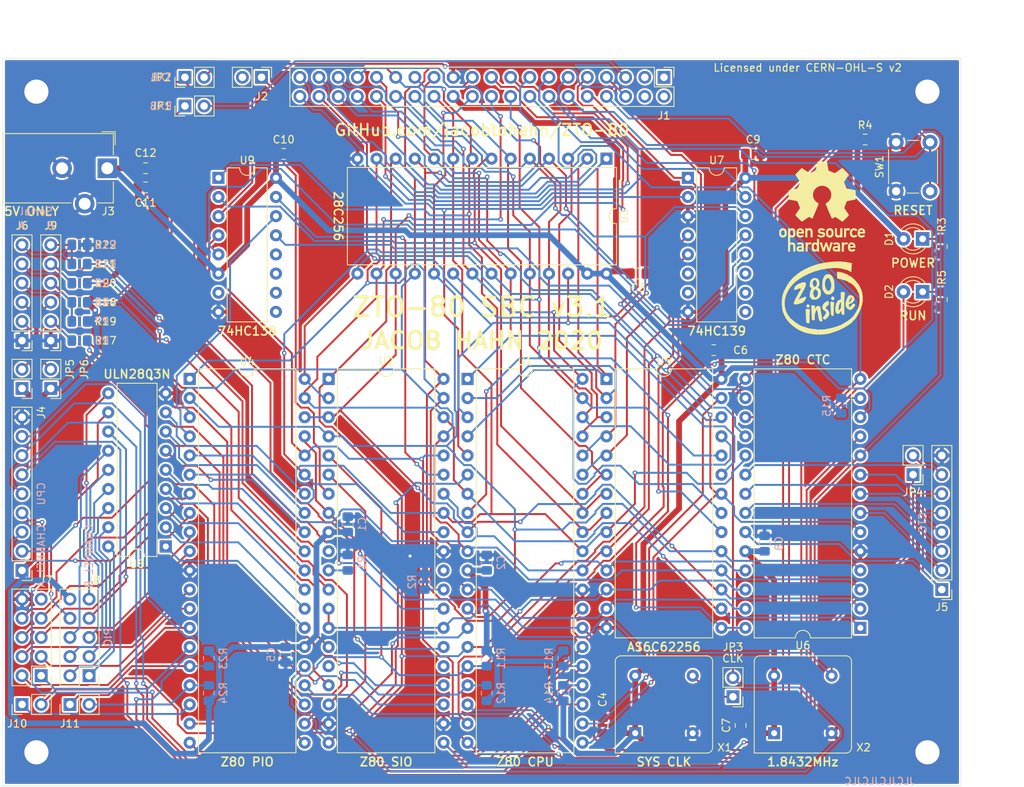
<source format=kicad_pcb>
(kicad_pcb (version 20171130) (host pcbnew "(5.1.6)-1")
  (title_block (title "ZTO-80 SBC") (date 2020-08-28) (rev 3.1) (company "Jacob Hahn"))
  (layers (0 F.Cu signal) (31 B.Cu signal) (34 B.Paste user) (35 F.Paste user) (36 B.SilkS user) (37 F.SilkS user) (38 B.Mask user) (39 F.Mask user) (44 Edge.Cuts user))
  (net 0 "")
  (net 1 VCC)
  (net 2 GND)
  (net 3 "Net-(D1-Pad1)")
  (net 4 /HLT)
  (net 5 "Net-(D2-Pad1)")
  (net 6 /USR4)
  (net 7 /USR3)
  (net 8 /USR2)
  (net 9 /USR1)
  (net 10 /RD)
  (net 11 /IORQ)
  (net 12 /WR)
  (net 13 /MREQ)
  (net 14 /INT)
  (net 15 /RST)
  (net 16 /M1)
  (net 17 /CLK)
  (net 18 /D0)
  (net 19 /D1)
  (net 20 /D2)
  (net 21 /D3)
  (net 22 /D4)
  (net 23 /D5)
  (net 24 /D6)
  (net 25 /D7)
  (net 26 /A0)
  (net 27 /A1)
  (net 28 /A2)
  (net 29 /A3)
  (net 30 /A4)
  (net 31 /A5)
  (net 32 /A6)
  (net 33 /A7)
  (net 34 /A8)
  (net 35 /A9)
  (net 36 /A10)
  (net 37 /A11)
  (net 38 /A12)
  (net 39 /A13)
  (net 40 /A14)
  (net 41 /A15)
  (net 42 /BACK)
  (net 43 /BREQ)
  (net 44 /WAIT)
  (net 45 /RFSH)
  (net 46 /NMI)
  (net 47 /PA7)
  (net 48 /PA6)
  (net 49 /PA5)
  (net 50 /PA4)
  (net 51 /PA3)
  (net 52 /PA2)
  (net 53 /PA1)
  (net 54 /PA0)
  (net 55 /K)
  (net 56 /PB7)
  (net 57 /PB6)
  (net 58 /PB5)
  (net 59 /PB4)
  (net 60 /PB3)
  (net 61 /PB2)
  (net 62 /PB1)
  (net 63 /PB0)
  (net 64 /ASTB)
  (net 65 /ARDY)
  (net 66 /BSTB)
  (net 67 /BRDY)
  (net 68 /CT3)
  (net 69 /ZT2)
  (net 70 /CT2)
  (net 71 /ZT1)
  (net 72 /CT1)
  (net 73 /ZT0)
  (net 74 /CT0)
  (net 75 /TXB)
  (net 76 /RXB)
  (net 77 /IEI)
  (net 78 /RTSA)
  (net 79 /RXA)
  (net 80 /TXA)
  (net 81 /CTSA)
  (net 82 /RTSB)
  (net 83 /CTSB)
  (net 84 "Net-(U2-Pad16)")
  (net 85 /SIOCE)
  (net 86 /BCLK)
  (net 87 "Net-(U2-Pad30)")
  (net 88 "Net-(U2-Pad10)")
  (net 89 "Net-(U2-Pad25)")
  (net 90 /ROMCE)
  (net 91 /DB7)
  (net 92 /DB6)
  (net 93 /DB5)
  (net 94 /DB4)
  (net 95 /DB3)
  (net 96 /DB2)
  (net 97 /DB1)
  (net 98 /DB0)
  (net 99 /PIOIEI)
  (net 100 /PIOCE)
  (net 101 /RAMCE)
  (net 102 /CTCCE)
  (net 103 /IOEN)
  (net 104 /EXIEI)
  (net 105 /SIOIEI)
  (net 106 "Net-(J1-Pad6)")
  (net 107 "Net-(J1-Pad5)")
  (net 108 "Net-(J2-Pad2)")
  (net 109 "Net-(J6-Pad6)")
  (net 110 "Net-(J6-Pad5)")
  (net 111 "Net-(J6-Pad4)")
  (net 112 "Net-(J6-Pad3)")
  (net 113 "Net-(J6-Pad2)")
  (net 114 "Net-(J7-Pad9)")
  (net 115 "Net-(J9-Pad6)")
  (net 116 "Net-(J9-Pad5)")
  (net 117 "Net-(J9-Pad4)")
  (net 118 "Net-(J9-Pad3)")
  (net 119 "Net-(J9-Pad2)")
  (net 120 "Net-(JP3-Pad1)")
  (net 121 "Net-(R1-Pad2)")
  (net 122 "Net-(R2-Pad2)")
  (net 123 "Net-(U7-Pad9)")
  (net 124 "Net-(U7-Pad10)")
  (net 125 "Net-(U7-Pad11)")
  (net 126 "Net-(U7-Pad6)")
  (net 127 "Net-(U7-Pad7)")
  (net 128 "Net-(U9-Pad9)")
  (net 129 "Net-(U9-Pad10)")
  (net 130 "Net-(U9-Pad11)")
  (net 131 "Net-(U9-Pad12)")
  (net 132 "Net-(U9-Pad7)")
  (module Resistor_SMD:R_0805_2012Metric_Pad1.15x1.40mm_HandSolder (layer B.Cu) (at 109.855 140.725 90)
    (fp_text reference R24 (at 0 1.905 90) (layer B.SilkS) (effects (justify mirror)))
    (fp_text value 10k)
    (pad 2 smd roundrect (at 1.025 0 90) (size 1.15 1.4) (layers B.Cu B.Paste B.Mask) (roundrect_rratio 0.217391) (net 66 /BSTB))
    (pad 1 smd roundrect (at -1.025 0 90) (size 1.15 1.4) (layers B.Cu B.Paste B.Mask) (roundrect_rratio 0.217391) (net 1 VCC))
  )
  (module Resistor_SMD:R_0805_2012Metric_Pad1.15x1.40mm_HandSolder (layer B.Cu) (at 109.855 136.135 270)
    (fp_text reference R23 (at 0 -1.905 270) (layer B.SilkS) (effects (justify mirror)))
    (fp_text value 10k)
    (pad 2 smd roundrect (at 1.025 0 270) (size 1.15 1.4) (layers B.Cu B.Paste B.Mask) (roundrect_rratio 0.217391) (net 64 /ASTB))
    (pad 1 smd roundrect (at -1.025 0 270) (size 1.15 1.4) (layers B.Cu B.Paste B.Mask) (roundrect_rratio 0.217391) (net 1 VCC))
  )
  (module Connector_PinHeader_2.54mm:PinHeader_2x20_P2.54mm_Vertical (layer F.Cu) (at 170.18 59.055 270)
    (fp_text reference J1 (at 5.08 0 180) (layer F.SilkS))
    (fp_text value "ZTO-80 Bus")
    (pad 40 thru_hole oval (at 2.54 48.26 270) (size 1.7 1.7) (drill 1) (layers *.Cu *.Mask) (net 41 /A15))
    (pad 39 thru_hole oval (at 0 48.26 270) (size 1.7 1.7) (drill 1) (layers *.Cu *.Mask) (net 40 /A14))
    (pad 38 thru_hole oval (at 2.54 45.72 270) (size 1.7 1.7) (drill 1) (layers *.Cu *.Mask) (net 39 /A13))
    (pad 37 thru_hole oval (at 0 45.72 270) (size 1.7 1.7) (drill 1) (layers *.Cu *.Mask) (net 38 /A12))
    (pad 36 thru_hole oval (at 2.54 43.18 270) (size 1.7 1.7) (drill 1) (layers *.Cu *.Mask) (net 37 /A11))
    (pad 35 thru_hole oval (at 0 43.18 270) (size 1.7 1.7) (drill 1) (layers *.Cu *.Mask) (net 36 /A10))
    (pad 34 thru_hole oval (at 2.54 40.64 270) (size 1.7 1.7) (drill 1) (layers *.Cu *.Mask) (net 35 /A9))
    (pad 33 thru_hole oval (at 0 40.64 270) (size 1.7 1.7) (drill 1) (layers *.Cu *.Mask) (net 34 /A8))
    (pad 32 thru_hole oval (at 2.54 38.1 270) (size 1.7 1.7) (drill 1) (layers *.Cu *.Mask) (net 33 /A7))
    (pad 31 thru_hole oval (at 0 38.1 270) (size 1.7 1.7) (drill 1) (layers *.Cu *.Mask) (net 32 /A6))
    (pad 30 thru_hole oval (at 2.54 35.56 270) (size 1.7 1.7) (drill 1) (layers *.Cu *.Mask) (net 31 /A5))
    (pad 29 thru_hole oval (at 0 35.56 270) (size 1.7 1.7) (drill 1) (layers *.Cu *.Mask) (net 30 /A4))
    (pad 28 thru_hole oval (at 2.54 33.02 270) (size 1.7 1.7) (drill 1) (layers *.Cu *.Mask) (net 29 /A3))
    (pad 27 thru_hole oval (at 0 33.02 270) (size 1.7 1.7) (drill 1) (layers *.Cu *.Mask) (net 28 /A2))
    (pad 26 thru_hole oval (at 2.54 30.48 270) (size 1.7 1.7) (drill 1) (layers *.Cu *.Mask) (net 27 /A1))
    (pad 25 thru_hole oval (at 0 30.48 270) (size 1.7 1.7) (drill 1) (layers *.Cu *.Mask) (net 26 /A0))
    (pad 24 thru_hole oval (at 2.54 27.94 270) (size 1.7 1.7) (drill 1) (layers *.Cu *.Mask) (net 1 VCC))
    (pad 23 thru_hole oval (at 0 27.94 270) (size 1.7 1.7) (drill 1) (layers *.Cu *.Mask) (net 2 GND))
    (pad 22 thru_hole oval (at 2.54 25.4 270) (size 1.7 1.7) (drill 1) (layers *.Cu *.Mask) (net 25 /D7))
    (pad 21 thru_hole oval (at 0 25.4 270) (size 1.7 1.7) (drill 1) (layers *.Cu *.Mask) (net 24 /D6))
    (pad 20 thru_hole oval (at 2.54 22.86 270) (size 1.7 1.7) (drill 1) (layers *.Cu *.Mask) (net 23 /D5))
    (pad 19 thru_hole oval (at 0 22.86 270) (size 1.7 1.7) (drill 1) (layers *.Cu *.Mask) (net 22 /D4))
    (pad 18 thru_hole oval (at 2.54 20.32 270) (size 1.7 1.7) (drill 1) (layers *.Cu *.Mask) (net 21 /D3))
    (pad 17 thru_hole oval (at 0 20.32 270) (size 1.7 1.7) (drill 1) (layers *.Cu *.Mask) (net 20 /D2))
    (pad 16 thru_hole oval (at 2.54 17.78 270) (size 1.7 1.7) (drill 1) (layers *.Cu *.Mask) (net 19 /D1))
    (pad 15 thru_hole oval (at 0 17.78 270) (size 1.7 1.7) (drill 1) (layers *.Cu *.Mask) (net 18 /D0))
    (pad 14 thru_hole oval (at 2.54 15.24 270) (size 1.7 1.7) (drill 1) (layers *.Cu *.Mask) (net 17 /CLK))
    (pad 13 thru_hole oval (at 0 15.24 270) (size 1.7 1.7) (drill 1) (layers *.Cu *.Mask) (net 16 /M1))
    (pad 12 thru_hole oval (at 2.54 12.7 270) (size 1.7 1.7) (drill 1) (layers *.Cu *.Mask) (net 15 /RST))
    (pad 11 thru_hole oval (at 0 12.7 270) (size 1.7 1.7) (drill 1) (layers *.Cu *.Mask) (net 14 /INT))
    (pad 10 thru_hole oval (at 2.54 10.16 270) (size 1.7 1.7) (drill 1) (layers *.Cu *.Mask) (net 13 /MREQ))
    (pad 9 thru_hole oval (at 0 10.16 270) (size 1.7 1.7) (drill 1) (layers *.Cu *.Mask) (net 12 /WR))
    (pad 8 thru_hole oval (at 2.54 7.62 270) (size 1.7 1.7) (drill 1) (layers *.Cu *.Mask) (net 11 /IORQ))
    (pad 7 thru_hole oval (at 0 7.62 270) (size 1.7 1.7) (drill 1) (layers *.Cu *.Mask) (net 10 /RD))
    (pad 6 thru_hole oval (at 2.54 5.08 270) (size 1.7 1.7) (drill 1) (layers *.Cu *.Mask) (net 106 "Net-(J1-Pad6)"))
    (pad 5 thru_hole oval (at 0 5.08 270) (size 1.7 1.7) (drill 1) (layers *.Cu *.Mask) (net 107 "Net-(J1-Pad5)"))
    (pad 4 thru_hole oval (at 2.54 2.54 270) (size 1.7 1.7) (drill 1) (layers *.Cu *.Mask) (net 9 /USR1))
    (pad 3 thru_hole oval (at 0 2.54 270) (size 1.7 1.7) (drill 1) (layers *.Cu *.Mask) (net 8 /USR2))
    (pad 2 thru_hole oval (at 2.54 0 270) (size 1.7 1.7) (drill 1) (layers *.Cu *.Mask) (net 7 /USR3))
    (pad 1 thru_hole rect (at 0 0 270) (size 1.7 1.7) (drill 1) (layers *.Cu *.Mask) (net 6 /USR4))
  )
  (module Connector_PinHeader_2.54mm:PinHeader_1x02_P2.54mm_Vertical (layer F.Cu) (at 179.324 141.224 180)
    (fp_text reference JP3 (at 0 6.604) (layer F.SilkS))
    (fp_text value Jumper_2_Open)
    (pad 2 thru_hole oval (at 0 2.54 180) (size 1.7 1.7) (drill 1) (layers *.Cu *.Mask) (net 17 /CLK))
    (pad 1 thru_hole rect (at 0 0 180) (size 1.7 1.7) (drill 1) (layers *.Cu *.Mask) (net 120 "Net-(JP3-Pad1)"))
  )
  (module Resistor_SMD:R_0805_2012Metric_Pad1.15x1.40mm_HandSolder (layer B.Cu) (at 138.43 125.975 270)
    (fp_text reference R2 (at 0 1.65 270) (layer B.SilkS) (effects (justify mirror)))
    (fp_text value 10k)
    (pad 2 smd roundrect (at 1.025 0 270) (size 1.15 1.4) (layers B.Cu B.Paste B.Mask) (roundrect_rratio 0.217391) (net 122 "Net-(R2-Pad2)"))
    (pad 1 smd roundrect (at -1.025 0 270) (size 1.15 1.4) (layers B.Cu B.Paste B.Mask) (roundrect_rratio 0.217391) (net 2 GND))
  )
  (module Resistor_SMD:R_0805_2012Metric_Pad1.15x1.40mm_HandSolder (layer B.Cu) (at 128.27 123.435 270)
    (fp_text reference R1 (at 0 -1.905 270) (layer B.SilkS) (effects (justify mirror)))
    (fp_text value 10k)
    (pad 2 smd roundrect (at 1.025 0 270) (size 1.15 1.4) (layers B.Cu B.Paste B.Mask) (roundrect_rratio 0.217391) (net 121 "Net-(R1-Pad2)"))
    (pad 1 smd roundrect (at -1.025 0 270) (size 1.15 1.4) (layers B.Cu B.Paste B.Mask) (roundrect_rratio 0.217391) (net 2 GND))
  )
  (module Package_DIP:DIP-40_W15.24mm (layer F.Cu) (at 125.73 99.06)
    (fp_text reference U2 (at 7.62 -2.33) (layer F.SilkS))
    (fp_text value Z80SIO0)
    (pad 40 thru_hole oval (at 15.24 0) (size 1.6 1.6) (drill 0.8) (layers *.Cu *.Mask) (net 18 /D0))
    (pad 20 thru_hole oval (at 0 48.26) (size 1.6 1.6) (drill 0.8) (layers *.Cu *.Mask) (net 17 /CLK))
    (pad 39 thru_hole oval (at 15.24 2.54) (size 1.6 1.6) (drill 0.8) (layers *.Cu *.Mask) (net 20 /D2))
    (pad 19 thru_hole oval (at 0 45.72) (size 1.6 1.6) (drill 0.8) (layers *.Cu *.Mask) (net 2 GND))
    (pad 38 thru_hole oval (at 15.24 5.08) (size 1.6 1.6) (drill 0.8) (layers *.Cu *.Mask) (net 22 /D4))
    (pad 18 thru_hole oval (at 0 43.18) (size 1.6 1.6) (drill 0.8) (layers *.Cu *.Mask) (net 81 /CTSA))
    (pad 37 thru_hole oval (at 15.24 7.62) (size 1.6 1.6) (drill 0.8) (layers *.Cu *.Mask) (net 24 /D6))
    (pad 17 thru_hole oval (at 0 40.64) (size 1.6 1.6) (drill 0.8) (layers *.Cu *.Mask) (net 78 /RTSA))
    (pad 36 thru_hole oval (at 15.24 10.16) (size 1.6 1.6) (drill 0.8) (layers *.Cu *.Mask) (net 11 /IORQ))
    (pad 16 thru_hole oval (at 0 38.1) (size 1.6 1.6) (drill 0.8) (layers *.Cu *.Mask) (net 84 "Net-(U2-Pad16)"))
    (pad 35 thru_hole oval (at 15.24 12.7) (size 1.6 1.6) (drill 0.8) (layers *.Cu *.Mask) (net 85 /SIOCE))
    (pad 15 thru_hole oval (at 0 35.56) (size 1.6 1.6) (drill 0.8) (layers *.Cu *.Mask) (net 80 /TXA))
    (pad 34 thru_hole oval (at 15.24 15.24) (size 1.6 1.6) (drill 0.8) (layers *.Cu *.Mask) (net 26 /A0))
    (pad 14 thru_hole oval (at 0 33.02) (size 1.6 1.6) (drill 0.8) (layers *.Cu *.Mask) (net 86 /BCLK))
    (pad 33 thru_hole oval (at 15.24 17.78) (size 1.6 1.6) (drill 0.8) (layers *.Cu *.Mask) (net 27 /A1))
    (pad 13 thru_hole oval (at 0 30.48) (size 1.6 1.6) (drill 0.8) (layers *.Cu *.Mask) (net 86 /BCLK))
    (pad 32 thru_hole oval (at 15.24 20.32) (size 1.6 1.6) (drill 0.8) (layers *.Cu *.Mask) (net 10 /RD))
    (pad 12 thru_hole oval (at 0 27.94) (size 1.6 1.6) (drill 0.8) (layers *.Cu *.Mask) (net 79 /RXA))
    (pad 31 thru_hole oval (at 15.24 22.86) (size 1.6 1.6) (drill 0.8) (layers *.Cu *.Mask) (net 2 GND))
    (pad 11 thru_hole oval (at 0 25.4) (size 1.6 1.6) (drill 0.8) (layers *.Cu *.Mask) (net 121 "Net-(R1-Pad2)"))
    (pad 30 thru_hole oval (at 15.24 25.4) (size 1.6 1.6) (drill 0.8) (layers *.Cu *.Mask) (net 87 "Net-(U2-Pad30)"))
    (pad 10 thru_hole oval (at 0 22.86) (size 1.6 1.6) (drill 0.8) (layers *.Cu *.Mask) (net 88 "Net-(U2-Pad10)"))
    (pad 29 thru_hole oval (at 15.24 27.94) (size 1.6 1.6) (drill 0.8) (layers *.Cu *.Mask) (net 122 "Net-(R2-Pad2)"))
    (pad 9 thru_hole oval (at 0 20.32) (size 1.6 1.6) (drill 0.8) (layers *.Cu *.Mask) (net 1 VCC))
    (pad 28 thru_hole oval (at 15.24 30.48) (size 1.6 1.6) (drill 0.8) (layers *.Cu *.Mask) (net 76 /RXB))
    (pad 8 thru_hole oval (at 0 17.78) (size 1.6 1.6) (drill 0.8) (layers *.Cu *.Mask) (net 16 /M1))
    (pad 27 thru_hole oval (at 15.24 33.02) (size 1.6 1.6) (drill 0.8) (layers *.Cu *.Mask) (net 86 /BCLK))
    (pad 7 thru_hole oval (at 0 15.24) (size 1.6 1.6) (drill 0.8) (layers *.Cu *.Mask) (net 104 /EXIEI))
    (pad 26 thru_hole oval (at 15.24 35.56) (size 1.6 1.6) (drill 0.8) (layers *.Cu *.Mask) (net 75 /TXB))
    (pad 6 thru_hole oval (at 0 12.7) (size 1.6 1.6) (drill 0.8) (layers *.Cu *.Mask) (net 105 /SIOIEI))
    (pad 25 thru_hole oval (at 15.24 38.1) (size 1.6 1.6) (drill 0.8) (layers *.Cu *.Mask) (net 89 "Net-(U2-Pad25)"))
    (pad 5 thru_hole oval (at 0 10.16) (size 1.6 1.6) (drill 0.8) (layers *.Cu *.Mask) (net 14 /INT))
    (pad 24 thru_hole oval (at 15.24 40.64) (size 1.6 1.6) (drill 0.8) (layers *.Cu *.Mask) (net 82 /RTSB))
    (pad 4 thru_hole oval (at 0 7.62) (size 1.6 1.6) (drill 0.8) (layers *.Cu *.Mask) (net 25 /D7))
    (pad 23 thru_hole oval (at 15.24 43.18) (size 1.6 1.6) (drill 0.8) (layers *.Cu *.Mask) (net 83 /CTSB))
    (pad 3 thru_hole oval (at 0 5.08) (size 1.6 1.6) (drill 0.8) (layers *.Cu *.Mask) (net 23 /D5))
    (pad 22 thru_hole oval (at 15.24 45.72) (size 1.6 1.6) (drill 0.8) (layers *.Cu *.Mask) (net 2 GND))
    (pad 2 thru_hole oval (at 0 2.54) (size 1.6 1.6) (drill 0.8) (layers *.Cu *.Mask) (net 21 /D3))
    (pad 21 thru_hole oval (at 15.24 48.26) (size 1.6 1.6) (drill 0.8) (layers *.Cu *.Mask) (net 15 /RST))
    (pad 1 thru_hole rect (at 0 0) (size 1.6 1.6) (drill 0.8) (layers *.Cu *.Mask) (net 19 /D1))
  )
  (module Symbol:OSHW-Logo_11.4x12mm_SilkScreen (layer F.Cu) (at 191.135 76.2)
    (fp_text reference REF** hide)
    (fp_text value OSHW-Logo_11.4x12mm_SilkScreen hide)
  )
  (module Connector_PinHeader_2.54mm:PinHeader_1x02_P2.54mm_Vertical (layer F.Cu) (at 116.84 59.055 270)
    (fp_text reference J2 (at 2.54 0 180) (layer F.SilkS))
    (fp_text value Conn_01x02)
    (pad 1 thru_hole rect (at 0 0 270) (size 1.7 1.7) (drill 1) (layers *.Cu *.Mask) (net 104 /EXIEI))
    (pad 2 thru_hole oval (at 0 2.54 270) (size 1.7 1.7) (drill 1) (layers *.Cu *.Mask) (net 108 "Net-(J2-Pad2)"))
  )
  (module Logo:Z80_inside (layer F.Cu) (at 191.135 88.265)
    (fp_text reference G*** hide)
    (fp_text value LOGO hide)
  )
  (module Capacitor_SMD:C_0805_2012Metric_Pad1.15x1.40mm_HandSolder (layer F.Cu) (at 101.464 71.12)
    (fp_text reference C12 (at 0 -2.032) (layer F.SilkS))
    (fp_text value 10u)
    (pad 1 smd roundrect (at -1.025 0) (size 1.15 1.4) (layers F.Cu F.Paste F.Mask) (roundrect_rratio 0.217391) (net 1 VCC))
    (pad 2 smd roundrect (at 1.025 0) (size 1.15 1.4) (layers F.Cu F.Paste F.Mask) (roundrect_rratio 0.217391) (net 2 GND))
  )
  (module Capacitor_SMD:C_0805_2012Metric_Pad1.15x1.40mm_HandSolder (layer F.Cu) (at 180.34 145.025 90)
    (fp_text reference C7 (at 0 -1.905 90) (layer F.SilkS))
    (fp_text value 0.1u)
    (pad 1 smd roundrect (at -1.025 0 90) (size 1.15 1.4) (layers F.Cu F.Paste F.Mask) (roundrect_rratio 0.217391) (net 1 VCC))
    (pad 2 smd roundrect (at 1.025 0 90) (size 1.15 1.4) (layers F.Cu F.Paste F.Mask) (roundrect_rratio 0.217391) (net 2 GND))
  )
  (module Capacitor_SMD:C_0805_2012Metric_Pad1.15x1.40mm_HandSolder (layer F.Cu) (at 162.052 145.025 90)
    (fp_text reference C4 (at 3.42 0 90) (layer F.SilkS))
    (fp_text value 0.1u)
    (pad 1 smd roundrect (at -1.025 0 90) (size 1.15 1.4) (layers F.Cu F.Paste F.Mask) (roundrect_rratio 0.217391) (net 1 VCC))
    (pad 2 smd roundrect (at 1.025 0 90) (size 1.15 1.4) (layers F.Cu F.Paste F.Mask) (roundrect_rratio 0.217391) (net 2 GND))
  )
  (module MountingHole:MountingHole_3.2mm_M3_Pad (layer F.Cu) (at 86.995 60.96)
    (fp_text reference Mount1 hide)
    (fp_text value MountingHole_3.2mm_M3_Pad)
    (pad 1 thru_hole circle (at 0 0) (size 6.4 6.4) (drill 3.200001) (layers *.Cu *.Mask) (net 2 GND))
  )
  (module MountingHole:MountingHole_3.2mm_M3_Pad (layer F.Cu) (at 205.105 60.96)
    (fp_text reference Mount2 hide)
    (fp_text value MountingHole_3.2mm_M3_Pad)
    (pad 1 thru_hole circle (at 0 0) (size 6.4 6.4) (drill 3.200001) (layers *.Cu *.Mask) (net 2 GND))
  )
  (module MountingHole:MountingHole_3.2mm_M3_Pad (layer F.Cu) (at 205.105 148.59)
    (fp_text reference Mount3 hide)
    (fp_text value MountingHole_3.2mm_M3_Pad)
    (pad 1 thru_hole circle (at 0 0) (size 6.4 6.4) (drill 3.200001) (layers *.Cu *.Mask) (net 2 GND))
  )
  (module MountingHole:MountingHole_3.2mm_M3_Pad (layer F.Cu) (at 86.995 148.59)
    (fp_text reference Mount4 hide)
    (fp_text value MountingHole_3.2mm_M3_Pad)
    (pad 1 thru_hole circle (at 0 0) (size 6.4 6.4) (drill 3.200001) (layers *.Cu *.Mask) (net 2 GND))
  )
  (module Oscillator:Oscillator_DIP-8 (layer F.Cu) (at 184.785 146.05)
    (fp_text reference X2 (at 10.795 1.905) (layer F.SilkS) (effects (justify left)))
    (fp_text value 1.8432MHz)
    (pad 1 thru_hole rect (at 0 0) (size 1.6 1.6) (drill 0.8) (layers *.Cu *.Mask) (net 1 VCC))
    (pad 8 thru_hole circle (at 0 -7.62) (size 1.6 1.6) (drill 0.8) (layers *.Cu *.Mask) (net 1 VCC))
    (pad 5 thru_hole circle (at 7.62 -7.62) (size 1.6 1.6) (drill 0.8) (layers *.Cu *.Mask) (net 86 /BCLK))
    (pad 4 thru_hole circle (at 7.62 0) (size 1.6 1.6) (drill 0.8) (layers *.Cu *.Mask) (net 2 GND))
  )
  (module Oscillator:Oscillator_DIP-8 (layer F.Cu) (at 166.37 146.05)
    (fp_text reference X1 (at 10.795 1.905) (layer F.SilkS) (effects (justify left)))
    (fp_text value SYS_CLK)
    (pad 1 thru_hole rect (at 0 0) (size 1.6 1.6) (drill 0.8) (layers *.Cu *.Mask) (net 1 VCC))
    (pad 8 thru_hole circle (at 0 -7.62) (size 1.6 1.6) (drill 0.8) (layers *.Cu *.Mask) (net 1 VCC))
    (pad 5 thru_hole circle (at 7.62 -7.62) (size 1.6 1.6) (drill 0.8) (layers *.Cu *.Mask) (net 120 "Net-(JP3-Pad1)"))
    (pad 4 thru_hole circle (at 7.62 0) (size 1.6 1.6) (drill 0.8) (layers *.Cu *.Mask) (net 2 GND))
  )
  (module Package_DIP:DIP-16_W7.62mm (layer F.Cu) (at 111.125 72.39)
    (fp_text reference U9 (at 3.81 -2.33) (layer F.SilkS))
    (fp_text value 74HC138)
    (pad 1 thru_hole rect (at 0 0) (size 1.6 1.6) (drill 0.8) (layers *.Cu *.Mask) (net 28 /A2))
    (pad 9 thru_hole oval (at 7.62 17.78) (size 1.6 1.6) (drill 0.8) (layers *.Cu *.Mask) (net 128 "Net-(U9-Pad9)"))
    (pad 2 thru_hole oval (at 0 2.54) (size 1.6 1.6) (drill 0.8) (layers *.Cu *.Mask) (net 29 /A3))
    (pad 10 thru_hole oval (at 7.62 15.24) (size 1.6 1.6) (drill 0.8) (layers *.Cu *.Mask) (net 129 "Net-(U9-Pad10)"))
    (pad 3 thru_hole oval (at 0 5.08) (size 1.6 1.6) (drill 0.8) (layers *.Cu *.Mask) (net 30 /A4))
    (pad 11 thru_hole oval (at 7.62 12.7) (size 1.6 1.6) (drill 0.8) (layers *.Cu *.Mask) (net 130 "Net-(U9-Pad11)"))
    (pad 4 thru_hole oval (at 0 7.62) (size 1.6 1.6) (drill 0.8) (layers *.Cu *.Mask) (net 11 /IORQ))
    (pad 12 thru_hole oval (at 7.62 10.16) (size 1.6 1.6) (drill 0.8) (layers *.Cu *.Mask) (net 131 "Net-(U9-Pad12)"))
    (pad 5 thru_hole oval (at 0 10.16) (size 1.6 1.6) (drill 0.8) (layers *.Cu *.Mask) (net 103 /IOEN))
    (pad 13 thru_hole oval (at 7.62 7.62) (size 1.6 1.6) (drill 0.8) (layers *.Cu *.Mask) (net 102 /CTCCE))
    (pad 6 thru_hole oval (at 0 12.7) (size 1.6 1.6) (drill 0.8) (layers *.Cu *.Mask) (net 1 VCC))
    (pad 14 thru_hole oval (at 7.62 5.08) (size 1.6 1.6) (drill 0.8) (layers *.Cu *.Mask) (net 100 /PIOCE))
    (pad 7 thru_hole oval (at 0 15.24) (size 1.6 1.6) (drill 0.8) (layers *.Cu *.Mask) (net 132 "Net-(U9-Pad7)"))
    (pad 15 thru_hole oval (at 7.62 2.54) (size 1.6 1.6) (drill 0.8) (layers *.Cu *.Mask) (net 85 /SIOCE))
    (pad 8 thru_hole oval (at 0 17.78) (size 1.6 1.6) (drill 0.8) (layers *.Cu *.Mask) (net 2 GND))
    (pad 16 thru_hole oval (at 7.62 0) (size 1.6 1.6) (drill 0.8) (layers *.Cu *.Mask) (net 1 VCC))
  )
  (module Package_DIP:DIP-18_W7.62mm (layer F.Cu) (at 104.14 121.285 180)
    (fp_text reference U8 (at 3.81 -2.33) (layer F.SilkS))
    (fp_text value ULN2803A)
    (pad 1 thru_hole rect (at 0 0 180) (size 1.6 1.6) (drill 0.8) (layers *.Cu *.Mask) (net 98 /DB0))
    (pad 10 thru_hole oval (at 7.62 20.32 180) (size 1.6 1.6) (drill 0.8) (layers *.Cu *.Mask) (net 55 /K))
    (pad 2 thru_hole oval (at 0 2.54 180) (size 1.6 1.6) (drill 0.8) (layers *.Cu *.Mask) (net 97 /DB1))
    (pad 11 thru_hole oval (at 7.62 17.78 180) (size 1.6 1.6) (drill 0.8) (layers *.Cu *.Mask) (net 56 /PB7))
    (pad 3 thru_hole oval (at 0 5.08 180) (size 1.6 1.6) (drill 0.8) (layers *.Cu *.Mask) (net 96 /DB2))
    (pad 12 thru_hole oval (at 7.62 15.24 180) (size 1.6 1.6) (drill 0.8) (layers *.Cu *.Mask) (net 57 /PB6))
    (pad 4 thru_hole oval (at 0 7.62 180) (size 1.6 1.6) (drill 0.8) (layers *.Cu *.Mask) (net 95 /DB3))
    (pad 13 thru_hole oval (at 7.62 12.7 180) (size 1.6 1.6) (drill 0.8) (layers *.Cu *.Mask) (net 58 /PB5))
    (pad 5 thru_hole oval (at 0 10.16 180) (size 1.6 1.6) (drill 0.8) (layers *.Cu *.Mask) (net 94 /DB4))
    (pad 14 thru_hole oval (at 7.62 10.16 180) (size 1.6 1.6) (drill 0.8) (layers *.Cu *.Mask) (net 59 /PB4))
    (pad 6 thru_hole oval (at 0 12.7 180) (size 1.6 1.6) (drill 0.8) (layers *.Cu *.Mask) (net 93 /DB5))
    (pad 15 thru_hole oval (at 7.62 7.62 180) (size 1.6 1.6) (drill 0.8) (layers *.Cu *.Mask) (net 60 /PB3))
    (pad 7 thru_hole oval (at 0 15.24 180) (size 1.6 1.6) (drill 0.8) (layers *.Cu *.Mask) (net 92 /DB6))
    (pad 16 thru_hole oval (at 7.62 5.08 180) (size 1.6 1.6) (drill 0.8) (layers *.Cu *.Mask) (net 61 /PB2))
    (pad 8 thru_hole oval (at 0 17.78 180) (size 1.6 1.6) (drill 0.8) (layers *.Cu *.Mask) (net 91 /DB7))
    (pad 17 thru_hole oval (at 7.62 2.54 180) (size 1.6 1.6) (drill 0.8) (layers *.Cu *.Mask) (net 62 /PB1))
    (pad 9 thru_hole oval (at 0 20.32 180) (size 1.6 1.6) (drill 0.8) (layers *.Cu *.Mask) (net 2 GND))
    (pad 18 thru_hole oval (at 7.62 0 180) (size 1.6 1.6) (drill 0.8) (layers *.Cu *.Mask) (net 63 /PB0))
  )
  (module Package_DIP:DIP-16_W7.62mm (layer F.Cu) (at 173.355 72.39)
    (fp_text reference U7 (at 3.81 -2.33) (layer F.SilkS))
    (fp_text value 74HC139)
    (pad 1 thru_hole rect (at 0 0) (size 1.6 1.6) (drill 0.8) (layers *.Cu *.Mask) (net 13 /MREQ))
    (pad 9 thru_hole oval (at 7.62 17.78) (size 1.6 1.6) (drill 0.8) (layers *.Cu *.Mask) (net 123 "Net-(U7-Pad9)"))
    (pad 2 thru_hole oval (at 0 2.54) (size 1.6 1.6) (drill 0.8) (layers *.Cu *.Mask) (net 41 /A15))
    (pad 10 thru_hole oval (at 7.62 15.24) (size 1.6 1.6) (drill 0.8) (layers *.Cu *.Mask) (net 124 "Net-(U7-Pad10)"))
    (pad 3 thru_hole oval (at 0 5.08) (size 1.6 1.6) (drill 0.8) (layers *.Cu *.Mask) (net 2 GND))
    (pad 11 thru_hole oval (at 7.62 12.7) (size 1.6 1.6) (drill 0.8) (layers *.Cu *.Mask) (net 125 "Net-(U7-Pad11)"))
    (pad 4 thru_hole oval (at 0 7.62) (size 1.6 1.6) (drill 0.8) (layers *.Cu *.Mask) (net 90 /ROMCE))
    (pad 12 thru_hole oval (at 7.62 10.16) (size 1.6 1.6) (drill 0.8) (layers *.Cu *.Mask) (net 103 /IOEN))
    (pad 5 thru_hole oval (at 0 10.16) (size 1.6 1.6) (drill 0.8) (layers *.Cu *.Mask) (net 101 /RAMCE))
    (pad 13 thru_hole oval (at 7.62 7.62) (size 1.6 1.6) (drill 0.8) (layers *.Cu *.Mask) (net 31 /A5))
    (pad 6 thru_hole oval (at 0 12.7) (size 1.6 1.6) (drill 0.8) (layers *.Cu *.Mask) (net 126 "Net-(U7-Pad6)"))
    (pad 14 thru_hole oval (at 7.62 5.08) (size 1.6 1.6) (drill 0.8) (layers *.Cu *.Mask) (net 32 /A6))
    (pad 7 thru_hole oval (at 0 15.24) (size 1.6 1.6) (drill 0.8) (layers *.Cu *.Mask) (net 127 "Net-(U7-Pad7)"))
    (pad 15 thru_hole oval (at 7.62 2.54) (size 1.6 1.6) (drill 0.8) (layers *.Cu *.Mask) (net 33 /A7))
    (pad 8 thru_hole oval (at 0 17.78) (size 1.6 1.6) (drill 0.8) (layers *.Cu *.Mask) (net 2 GND))
    (pad 16 thru_hole oval (at 7.62 0) (size 1.6 1.6) (drill 0.8) (layers *.Cu *.Mask) (net 1 VCC))
  )
  (module Package_DIP:DIP-28_W15.24mm (layer F.Cu) (at 196.215 132.08 180)
    (fp_text reference U6 (at 7.62 -2.33) (layer F.SilkS))
    (fp_text value Z80CTC)
    (pad 1 thru_hole rect (at 0 0 180) (size 1.6 1.6) (drill 0.8) (layers *.Cu *.Mask) (net 22 /D4))
    (pad 15 thru_hole oval (at 15.24 33.02 180) (size 1.6 1.6) (drill 0.8) (layers *.Cu *.Mask) (net 17 /CLK))
    (pad 2 thru_hole oval (at 0 2.54 180) (size 1.6 1.6) (drill 0.8) (layers *.Cu *.Mask) (net 23 /D5))
    (pad 16 thru_hole oval (at 15.24 30.48 180) (size 1.6 1.6) (drill 0.8) (layers *.Cu *.Mask) (net 102 /CTCCE))
    (pad 3 thru_hole oval (at 0 5.08 180) (size 1.6 1.6) (drill 0.8) (layers *.Cu *.Mask) (net 24 /D6))
    (pad 17 thru_hole oval (at 15.24 27.94 180) (size 1.6 1.6) (drill 0.8) (layers *.Cu *.Mask) (net 15 /RST))
    (pad 4 thru_hole oval (at 0 7.62 180) (size 1.6 1.6) (drill 0.8) (layers *.Cu *.Mask) (net 25 /D7))
    (pad 18 thru_hole oval (at 15.24 25.4 180) (size 1.6 1.6) (drill 0.8) (layers *.Cu *.Mask) (net 26 /A0))
    (pad 5 thru_hole oval (at 0 10.16 180) (size 1.6 1.6) (drill 0.8) (layers *.Cu *.Mask) (net 2 GND))
    (pad 19 thru_hole oval (at 15.24 22.86 180) (size 1.6 1.6) (drill 0.8) (layers *.Cu *.Mask) (net 27 /A1))
    (pad 6 thru_hole oval (at 0 12.7 180) (size 1.6 1.6) (drill 0.8) (layers *.Cu *.Mask) (net 10 /RD))
    (pad 20 thru_hole oval (at 15.24 20.32 180) (size 1.6 1.6) (drill 0.8) (layers *.Cu *.Mask) (net 68 /CT3))
    (pad 7 thru_hole oval (at 0 15.24 180) (size 1.6 1.6) (drill 0.8) (layers *.Cu *.Mask) (net 73 /ZT0))
    (pad 21 thru_hole oval (at 15.24 17.78 180) (size 1.6 1.6) (drill 0.8) (layers *.Cu *.Mask) (net 70 /CT2))
    (pad 8 thru_hole oval (at 0 17.78 180) (size 1.6 1.6) (drill 0.8) (layers *.Cu *.Mask) (net 71 /ZT1))
    (pad 22 thru_hole oval (at 15.24 15.24 180) (size 1.6 1.6) (drill 0.8) (layers *.Cu *.Mask) (net 72 /CT1))
    (pad 9 thru_hole oval (at 0 20.32 180) (size 1.6 1.6) (drill 0.8) (layers *.Cu *.Mask) (net 69 /ZT2))
    (pad 23 thru_hole oval (at 15.24 12.7 180) (size 1.6 1.6) (drill 0.8) (layers *.Cu *.Mask) (net 74 /CT0))
    (pad 10 thru_hole oval (at 0 22.86 180) (size 1.6 1.6) (drill 0.8) (layers *.Cu *.Mask) (net 11 /IORQ))
    (pad 24 thru_hole oval (at 15.24 10.16 180) (size 1.6 1.6) (drill 0.8) (layers *.Cu *.Mask) (net 1 VCC))
    (pad 11 thru_hole oval (at 0 25.4 180) (size 1.6 1.6) (drill 0.8) (layers *.Cu *.Mask) (net 99 /PIOIEI))
    (pad 25 thru_hole oval (at 15.24 7.62 180) (size 1.6 1.6) (drill 0.8) (layers *.Cu *.Mask) (net 18 /D0))
    (pad 12 thru_hole oval (at 0 27.94 180) (size 1.6 1.6) (drill 0.8) (layers *.Cu *.Mask) (net 14 /INT))
    (pad 26 thru_hole oval (at 15.24 5.08 180) (size 1.6 1.6) (drill 0.8) (layers *.Cu *.Mask) (net 19 /D1))
    (pad 13 thru_hole oval (at 0 30.48 180) (size 1.6 1.6) (drill 0.8) (layers *.Cu *.Mask) (net 77 /IEI))
    (pad 27 thru_hole oval (at 15.24 2.54 180) (size 1.6 1.6) (drill 0.8) (layers *.Cu *.Mask) (net 20 /D2))
    (pad 14 thru_hole oval (at 0 33.02 180) (size 1.6 1.6) (drill 0.8) (layers *.Cu *.Mask) (net 16 /M1))
    (pad 28 thru_hole oval (at 15.24 0 180) (size 1.6 1.6) (drill 0.8) (layers *.Cu *.Mask) (net 21 /D3))
  )
  (module Package_DIP:DIP-28_W15.24mm (layer F.Cu) (at 162.56 99.06)
    (fp_text reference U5 (at 7.62 -2.33) (layer F.SilkS))
    (fp_text value AS6C62256)
    (pad 28 thru_hole oval (at 15.24 0) (size 1.6 1.6) (drill 0.8) (layers *.Cu *.Mask) (net 1 VCC))
    (pad 14 thru_hole oval (at 0 33.02) (size 1.6 1.6) (drill 0.8) (layers *.Cu *.Mask) (net 2 GND))
    (pad 27 thru_hole oval (at 15.24 2.54) (size 1.6 1.6) (drill 0.8) (layers *.Cu *.Mask) (net 12 /WR))
    (pad 13 thru_hole oval (at 0 30.48) (size 1.6 1.6) (drill 0.8) (layers *.Cu *.Mask) (net 20 /D2))
    (pad 26 thru_hole oval (at 15.24 5.08) (size 1.6 1.6) (drill 0.8) (layers *.Cu *.Mask) (net 39 /A13))
    (pad 12 thru_hole oval (at 0 27.94) (size 1.6 1.6) (drill 0.8) (layers *.Cu *.Mask) (net 19 /D1))
    (pad 25 thru_hole oval (at 15.24 7.62) (size 1.6 1.6) (drill 0.8) (layers *.Cu *.Mask) (net 34 /A8))
    (pad 11 thru_hole oval (at 0 25.4) (size 1.6 1.6) (drill 0.8) (layers *.Cu *.Mask) (net 18 /D0))
    (pad 24 thru_hole oval (at 15.24 10.16) (size 1.6 1.6) (drill 0.8) (layers *.Cu *.Mask) (net 35 /A9))
    (pad 10 thru_hole oval (at 0 22.86) (size 1.6 1.6) (drill 0.8) (layers *.Cu *.Mask) (net 26 /A0))
    (pad 23 thru_hole oval (at 15.24 12.7) (size 1.6 1.6) (drill 0.8) (layers *.Cu *.Mask) (net 37 /A11))
    (pad 9 thru_hole oval (at 0 20.32) (size 1.6 1.6) (drill 0.8) (layers *.Cu *.Mask) (net 27 /A1))
    (pad 22 thru_hole oval (at 15.24 15.24) (size 1.6 1.6) (drill 0.8) (layers *.Cu *.Mask) (net 10 /RD))
    (pad 8 thru_hole oval (at 0 17.78) (size 1.6 1.6) (drill 0.8) (layers *.Cu *.Mask) (net 28 /A2))
    (pad 21 thru_hole oval (at 15.24 17.78) (size 1.6 1.6) (drill 0.8) (layers *.Cu *.Mask) (net 36 /A10))
    (pad 7 thru_hole oval (at 0 15.24) (size 1.6 1.6) (drill 0.8) (layers *.Cu *.Mask) (net 29 /A3))
    (pad 20 thru_hole oval (at 15.24 20.32) (size 1.6 1.6) (drill 0.8) (layers *.Cu *.Mask) (net 101 /RAMCE))
    (pad 6 thru_hole oval (at 0 12.7) (size 1.6 1.6) (drill 0.8) (layers *.Cu *.Mask) (net 30 /A4))
    (pad 19 thru_hole oval (at 15.24 22.86) (size 1.6 1.6) (drill 0.8) (layers *.Cu *.Mask) (net 25 /D7))
    (pad 5 thru_hole oval (at 0 10.16) (size 1.6 1.6) (drill 0.8) (layers *.Cu *.Mask) (net 31 /A5))
    (pad 18 thru_hole oval (at 15.24 25.4) (size 1.6 1.6) (drill 0.8) (layers *.Cu *.Mask) (net 24 /D6))
    (pad 4 thru_hole oval (at 0 7.62) (size 1.6 1.6) (drill 0.8) (layers *.Cu *.Mask) (net 32 /A6))
    (pad 17 thru_hole oval (at 15.24 27.94) (size 1.6 1.6) (drill 0.8) (layers *.Cu *.Mask) (net 23 /D5))
    (pad 3 thru_hole oval (at 0 5.08) (size 1.6 1.6) (drill 0.8) (layers *.Cu *.Mask) (net 33 /A7))
    (pad 16 thru_hole oval (at 15.24 30.48) (size 1.6 1.6) (drill 0.8) (layers *.Cu *.Mask) (net 22 /D4))
    (pad 2 thru_hole oval (at 0 2.54) (size 1.6 1.6) (drill 0.8) (layers *.Cu *.Mask) (net 38 /A12))
    (pad 15 thru_hole oval (at 15.24 33.02) (size 1.6 1.6) (drill 0.8) (layers *.Cu *.Mask) (net 21 /D3))
    (pad 1 thru_hole rect (at 0 0) (size 1.6 1.6) (drill 0.8) (layers *.Cu *.Mask) (net 40 /A14))
  )
  (module Package_DIP:DIP-40_W15.24mm (layer F.Cu) (at 107.315 99.06)
    (fp_text reference U4 (at 7.62 -2.33) (layer F.SilkS))
    (fp_text value Z80PIO)
    (pad 1 thru_hole rect (at 0 0) (size 1.6 1.6) (drill 0.8) (layers *.Cu *.Mask) (net 20 /D2))
    (pad 21 thru_hole oval (at 15.24 48.26) (size 1.6 1.6) (drill 0.8) (layers *.Cu *.Mask) (net 67 /BRDY))
    (pad 2 thru_hole oval (at 0 2.54) (size 1.6 1.6) (drill 0.8) (layers *.Cu *.Mask) (net 25 /D7))
    (pad 22 thru_hole oval (at 15.24 45.72) (size 1.6 1.6) (drill 0.8) (layers *.Cu *.Mask) (net 105 /SIOIEI))
    (pad 3 thru_hole oval (at 0 5.08) (size 1.6 1.6) (drill 0.8) (layers *.Cu *.Mask) (net 24 /D6))
    (pad 23 thru_hole oval (at 15.24 43.18) (size 1.6 1.6) (drill 0.8) (layers *.Cu *.Mask) (net 14 /INT))
    (pad 4 thru_hole oval (at 0 7.62) (size 1.6 1.6) (drill 0.8) (layers *.Cu *.Mask) (net 100 /PIOCE))
    (pad 24 thru_hole oval (at 15.24 40.64) (size 1.6 1.6) (drill 0.8) (layers *.Cu *.Mask) (net 99 /PIOIEI))
    (pad 5 thru_hole oval (at 0 10.16) (size 1.6 1.6) (drill 0.8) (layers *.Cu *.Mask) (net 27 /A1))
    (pad 25 thru_hole oval (at 15.24 38.1) (size 1.6 1.6) (drill 0.8) (layers *.Cu *.Mask) (net 17 /CLK))
    (pad 6 thru_hole oval (at 0 12.7) (size 1.6 1.6) (drill 0.8) (layers *.Cu *.Mask) (net 26 /A0))
    (pad 26 thru_hole oval (at 15.24 35.56) (size 1.6 1.6) (drill 0.8) (layers *.Cu *.Mask) (net 1 VCC))
    (pad 7 thru_hole oval (at 0 15.24) (size 1.6 1.6) (drill 0.8) (layers *.Cu *.Mask) (net 47 /PA7))
    (pad 27 thru_hole oval (at 15.24 33.02) (size 1.6 1.6) (drill 0.8) (layers *.Cu *.Mask) (net 98 /DB0))
    (pad 8 thru_hole oval (at 0 17.78) (size 1.6 1.6) (drill 0.8) (layers *.Cu *.Mask) (net 48 /PA6))
    (pad 28 thru_hole oval (at 15.24 30.48) (size 1.6 1.6) (drill 0.8) (layers *.Cu *.Mask) (net 97 /DB1))
    (pad 9 thru_hole oval (at 0 20.32) (size 1.6 1.6) (drill 0.8) (layers *.Cu *.Mask) (net 49 /PA5))
    (pad 29 thru_hole oval (at 15.24 27.94) (size 1.6 1.6) (drill 0.8) (layers *.Cu *.Mask) (net 96 /DB2))
    (pad 10 thru_hole oval (at 0 22.86) (size 1.6 1.6) (drill 0.8) (layers *.Cu *.Mask) (net 50 /PA4))
    (pad 30 thru_hole oval (at 15.24 25.4) (size 1.6 1.6) (drill 0.8) (layers *.Cu *.Mask) (net 95 /DB3))
    (pad 11 thru_hole oval (at 0 25.4) (size 1.6 1.6) (drill 0.8) (layers *.Cu *.Mask) (net 2 GND))
    (pad 31 thru_hole oval (at 15.24 22.86) (size 1.6 1.6) (drill 0.8) (layers *.Cu *.Mask) (net 94 /DB4))
    (pad 12 thru_hole oval (at 0 27.94) (size 1.6 1.6) (drill 0.8) (layers *.Cu *.Mask) (net 51 /PA3))
    (pad 32 thru_hole oval (at 15.24 20.32) (size 1.6 1.6) (drill 0.8) (layers *.Cu *.Mask) (net 93 /DB5))
    (pad 13 thru_hole oval (at 0 30.48) (size 1.6 1.6) (drill 0.8) (layers *.Cu *.Mask) (net 52 /PA2))
    (pad 33 thru_hole oval (at 15.24 17.78) (size 1.6 1.6) (drill 0.8) (layers *.Cu *.Mask) (net 92 /DB6))
    (pad 14 thru_hole oval (at 0 33.02) (size 1.6 1.6) (drill 0.8) (layers *.Cu *.Mask) (net 53 /PA1))
    (pad 34 thru_hole oval (at 15.24 15.24) (size 1.6 1.6) (drill 0.8) (layers *.Cu *.Mask) (net 91 /DB7))
    (pad 15 thru_hole oval (at 0 35.56) (size 1.6 1.6) (drill 0.8) (layers *.Cu *.Mask) (net 54 /PA0))
    (pad 35 thru_hole oval (at 15.24 12.7) (size 1.6 1.6) (drill 0.8) (layers *.Cu *.Mask) (net 10 /RD))
    (pad 16 thru_hole oval (at 0 38.1) (size 1.6 1.6) (drill 0.8) (layers *.Cu *.Mask) (net 64 /ASTB))
    (pad 36 thru_hole oval (at 15.24 10.16) (size 1.6 1.6) (drill 0.8) (layers *.Cu *.Mask) (net 11 /IORQ))
    (pad 17 thru_hole oval (at 0 40.64) (size 1.6 1.6) (drill 0.8) (layers *.Cu *.Mask) (net 66 /BSTB))
    (pad 37 thru_hole oval (at 15.24 7.62) (size 1.6 1.6) (drill 0.8) (layers *.Cu *.Mask) (net 16 /M1))
    (pad 18 thru_hole oval (at 0 43.18) (size 1.6 1.6) (drill 0.8) (layers *.Cu *.Mask) (net 65 /ARDY))
    (pad 38 thru_hole oval (at 15.24 5.08) (size 1.6 1.6) (drill 0.8) (layers *.Cu *.Mask) (net 23 /D5))
    (pad 19 thru_hole oval (at 0 45.72) (size 1.6 1.6) (drill 0.8) (layers *.Cu *.Mask) (net 18 /D0))
    (pad 39 thru_hole oval (at 15.24 2.54) (size 1.6 1.6) (drill 0.8) (layers *.Cu *.Mask) (net 22 /D4))
    (pad 20 thru_hole oval (at 0 48.26) (size 1.6 1.6) (drill 0.8) (layers *.Cu *.Mask) (net 19 /D1))
    (pad 40 thru_hole oval (at 15.24 0) (size 1.6 1.6) (drill 0.8) (layers *.Cu *.Mask) (net 21 /D3))
  )
  (module Package_DIP:DIP-28_W15.24mm (layer F.Cu) (at 162.56 69.85 270)
    (fp_text reference U3 (at 7.62 -2.33 90) (layer F.SilkS))
    (fp_text value 28C256)
    (pad 1 thru_hole rect (at 0 0 270) (size 1.6 1.6) (drill 0.8) (layers *.Cu *.Mask) (net 40 /A14))
    (pad 15 thru_hole oval (at 15.24 33.02 270) (size 1.6 1.6) (drill 0.8) (layers *.Cu *.Mask) (net 21 /D3))
    (pad 2 thru_hole oval (at 0 2.54 270) (size 1.6 1.6) (drill 0.8) (layers *.Cu *.Mask) (net 38 /A12))
    (pad 16 thru_hole oval (at 15.24 30.48 270) (size 1.6 1.6) (drill 0.8) (layers *.Cu *.Mask) (net 22 /D4))
    (pad 3 thru_hole oval (at 0 5.08 270) (size 1.6 1.6) (drill 0.8) (layers *.Cu *.Mask) (net 33 /A7))
    (pad 17 thru_hole oval (at 15.24 27.94 270) (size 1.6 1.6) (drill 0.8) (layers *.Cu *.Mask) (net 23 /D5))
    (pad 4 thru_hole oval (at 0 7.62 270) (size 1.6 1.6) (drill 0.8) (layers *.Cu *.Mask) (net 32 /A6))
    (pad 18 thru_hole oval (at 15.24 25.4 270) (size 1.6 1.6) (drill 0.8) (layers *.Cu *.Mask) (net 24 /D6))
    (pad 5 thru_hole oval (at 0 10.16 270) (size 1.6 1.6) (drill 0.8) (layers *.Cu *.Mask) (net 31 /A5))
    (pad 19 thru_hole oval (at 15.24 22.86 270) (size 1.6 1.6) (drill 0.8) (layers *.Cu *.Mask) (net 25 /D7))
    (pad 6 thru_hole oval (at 0 12.7 270) (size 1.6 1.6) (drill 0.8) (layers *.Cu *.Mask) (net 30 /A4))
    (pad 20 thru_hole oval (at 15.24 20.32 270) (size 1.6 1.6) (drill 0.8) (layers *.Cu *.Mask) (net 90 /ROMCE))
    (pad 7 thru_hole oval (at 0 15.24 270) (size 1.6 1.6) (drill 0.8) (layers *.Cu *.Mask) (net 29 /A3))
    (pad 21 thru_hole oval (at 15.24 17.78 270) (size 1.6 1.6) (drill 0.8) (layers *.Cu *.Mask) (net 36 /A10))
    (pad 8 thru_hole oval (at 0 17.78 270) (size 1.6 1.6) (drill 0.8) (layers *.Cu *.Mask) (net 28 /A2))
    (pad 22 thru_hole oval (at 15.24 15.24 270) (size 1.6 1.6) (drill 0.8) (layers *.Cu *.Mask) (net 10 /RD))
    (pad 9 thru_hole oval (at 0 20.32 270) (size 1.6 1.6) (drill 0.8) (layers *.Cu *.Mask) (net 27 /A1))
    (pad 23 thru_hole oval (at 15.24 12.7 270) (size 1.6 1.6) (drill 0.8) (layers *.Cu *.Mask) (net 37 /A11))
    (pad 10 thru_hole oval (at 0 22.86 270) (size 1.6 1.6) (drill 0.8) (layers *.Cu *.Mask) (net 26 /A0))
    (pad 24 thru_hole oval (at 15.24 10.16 270) (size 1.6 1.6) (drill 0.8) (layers *.Cu *.Mask) (net 35 /A9))
    (pad 11 thru_hole oval (at 0 25.4 270) (size 1.6 1.6) (drill 0.8) (layers *.Cu *.Mask) (net 18 /D0))
    (pad 25 thru_hole oval (at 15.24 7.62 270) (size 1.6 1.6) (drill 0.8) (layers *.Cu *.Mask) (net 34 /A8))
    (pad 12 thru_hole oval (at 0 27.94 270) (size 1.6 1.6) (drill 0.8) (layers *.Cu *.Mask) (net 19 /D1))
    (pad 26 thru_hole oval (at 15.24 5.08 270) (size 1.6 1.6) (drill 0.8) (layers *.Cu *.Mask) (net 39 /A13))
    (pad 13 thru_hole oval (at 0 30.48 270) (size 1.6 1.6) (drill 0.8) (layers *.Cu *.Mask) (net 20 /D2))
    (pad 27 thru_hole oval (at 15.24 2.54 270) (size 1.6 1.6) (drill 0.8) (layers *.Cu *.Mask) (net 1 VCC))
    (pad 14 thru_hole oval (at 0 33.02 270) (size 1.6 1.6) (drill 0.8) (layers *.Cu *.Mask) (net 2 GND))
    (pad 28 thru_hole oval (at 15.24 0 270) (size 1.6 1.6) (drill 0.8) (layers *.Cu *.Mask) (net 1 VCC))
  )
  (module Package_DIP:DIP-40_W15.24mm (layer F.Cu) (at 144.145 99.06)
    (fp_text reference U1 (at 7.62 -2.33) (layer F.SilkS))
    (fp_text value Z80CPU)
    (pad 1 thru_hole rect (at 0 0) (size 1.6 1.6) (drill 0.8) (layers *.Cu *.Mask) (net 37 /A11))
    (pad 21 thru_hole oval (at 15.24 48.26) (size 1.6 1.6) (drill 0.8) (layers *.Cu *.Mask) (net 10 /RD))
    (pad 2 thru_hole oval (at 0 2.54) (size 1.6 1.6) (drill 0.8) (layers *.Cu *.Mask) (net 38 /A12))
    (pad 22 thru_hole oval (at 15.24 45.72) (size 1.6 1.6) (drill 0.8) (layers *.Cu *.Mask) (net 12 /WR))
    (pad 3 thru_hole oval (at 0 5.08) (size 1.6 1.6) (drill 0.8) (layers *.Cu *.Mask) (net 39 /A13))
    (pad 23 thru_hole oval (at 15.24 43.18) (size 1.6 1.6) (drill 0.8) (layers *.Cu *.Mask) (net 42 /BACK))
    (pad 4 thru_hole oval (at 0 7.62) (size 1.6 1.6) (drill 0.8) (layers *.Cu *.Mask) (net 40 /A14))
    (pad 24 thru_hole oval (at 15.24 40.64) (size 1.6 1.6) (drill 0.8) (layers *.Cu *.Mask) (net 44 /WAIT))
    (pad 5 thru_hole oval (at 0 10.16) (size 1.6 1.6) (drill 0.8) (layers *.Cu *.Mask) (net 41 /A15))
    (pad 25 thru_hole oval (at 15.24 38.1) (size 1.6 1.6) (drill 0.8) (layers *.Cu *.Mask) (net 43 /BREQ))
    (pad 6 thru_hole oval (at 0 12.7) (size 1.6 1.6) (drill 0.8) (layers *.Cu *.Mask) (net 17 /CLK))
    (pad 26 thru_hole oval (at 15.24 35.56) (size 1.6 1.6) (drill 0.8) (layers *.Cu *.Mask) (net 15 /RST))
    (pad 7 thru_hole oval (at 0 15.24) (size 1.6 1.6) (drill 0.8) (layers *.Cu *.Mask) (net 22 /D4))
    (pad 27 thru_hole oval (at 15.24 33.02) (size 1.6 1.6) (drill 0.8) (layers *.Cu *.Mask) (net 16 /M1))
    (pad 8 thru_hole oval (at 0 17.78) (size 1.6 1.6) (drill 0.8) (layers *.Cu *.Mask) (net 21 /D3))
    (pad 28 thru_hole oval (at 15.24 30.48) (size 1.6 1.6) (drill 0.8) (layers *.Cu *.Mask) (net 45 /RFSH))
    (pad 9 thru_hole oval (at 0 20.32) (size 1.6 1.6) (drill 0.8) (layers *.Cu *.Mask) (net 23 /D5))
    (pad 29 thru_hole oval (at 15.24 27.94) (size 1.6 1.6) (drill 0.8) (layers *.Cu *.Mask) (net 2 GND))
    (pad 10 thru_hole oval (at 0 22.86) (size 1.6 1.6) (drill 0.8) (layers *.Cu *.Mask) (net 24 /D6))
    (pad 30 thru_hole oval (at 15.24 25.4) (size 1.6 1.6) (drill 0.8) (layers *.Cu *.Mask) (net 26 /A0))
    (pad 11 thru_hole oval (at 0 25.4) (size 1.6 1.6) (drill 0.8) (layers *.Cu *.Mask) (net 1 VCC))
    (pad 31 thru_hole oval (at 15.24 22.86) (size 1.6 1.6) (drill 0.8) (layers *.Cu *.Mask) (net 27 /A1))
    (pad 12 thru_hole oval (at 0 27.94) (size 1.6 1.6) (drill 0.8) (layers *.Cu *.Mask) (net 20 /D2))
    (pad 32 thru_hole oval (at 15.24 20.32) (size 1.6 1.6) (drill 0.8) (layers *.Cu *.Mask) (net 28 /A2))
    (pad 13 thru_hole oval (at 0 30.48) (size 1.6 1.6) (drill 0.8) (layers *.Cu *.Mask) (net 25 /D7))
    (pad 33 thru_hole oval (at 15.24 17.78) (size 1.6 1.6) (drill 0.8) (layers *.Cu *.Mask) (net 29 /A3))
    (pad 14 thru_hole oval (at 0 33.02) (size 1.6 1.6) (drill 0.8) (layers *.Cu *.Mask) (net 18 /D0))
    (pad 34 thru_hole oval (at 15.24 15.24) (size 1.6 1.6) (drill 0.8) (layers *.Cu *.Mask) (net 30 /A4))
    (pad 15 thru_hole oval (at 0 35.56) (size 1.6 1.6) (drill 0.8) (layers *.Cu *.Mask) (net 19 /D1))
    (pad 35 thru_hole oval (at 15.24 12.7) (size 1.6 1.6) (drill 0.8) (layers *.Cu *.Mask) (net 31 /A5))
    (pad 16 thru_hole oval (at 0 38.1) (size 1.6 1.6) (drill 0.8) (layers *.Cu *.Mask) (net 14 /INT))
    (pad 36 thru_hole oval (at 15.24 10.16) (size 1.6 1.6) (drill 0.8) (layers *.Cu *.Mask) (net 32 /A6))
    (pad 17 thru_hole oval (at 0 40.64) (size 1.6 1.6) (drill 0.8) (layers *.Cu *.Mask) (net 46 /NMI))
    (pad 37 thru_hole oval (at 15.24 7.62) (size 1.6 1.6) (drill 0.8) (layers *.Cu *.Mask) (net 33 /A7))
    (pad 18 thru_hole oval (at 0 43.18) (size 1.6 1.6) (drill 0.8) (layers *.Cu *.Mask) (net 4 /HLT))
    (pad 38 thru_hole oval (at 15.24 5.08) (size 1.6 1.6) (drill 0.8) (layers *.Cu *.Mask) (net 34 /A8))
    (pad 19 thru_hole oval (at 0 45.72) (size 1.6 1.6) (drill 0.8) (layers *.Cu *.Mask) (net 13 /MREQ))
    (pad 39 thru_hole oval (at 15.24 2.54) (size 1.6 1.6) (drill 0.8) (layers *.Cu *.Mask) (net 35 /A9))
    (pad 20 thru_hole oval (at 0 48.26) (size 1.6 1.6) (drill 0.8) (layers *.Cu *.Mask) (net 11 /IORQ))
    (pad 40 thru_hole oval (at 15.24 0) (size 1.6 1.6) (drill 0.8) (layers *.Cu *.Mask) (net 36 /A10))
  )
  (module Button_Switch_THT:SW_PUSH_6mm (layer F.Cu) (at 200.955 74.168 90)
    (fp_text reference SW1 (at 3.25 -2.2 270) (layer F.SilkS))
    (fp_text value Reset)
    (pad 1 thru_hole circle (at 6.5 0 180) (size 2 2) (drill 1.1) (layers *.Cu *.Mask) (net 2 GND))
    (pad 2 thru_hole circle (at 6.5 4.5 180) (size 2 2) (drill 1.1) (layers *.Cu *.Mask) (net 15 /RST))
    (pad 1 thru_hole circle (at 0 0 180) (size 2 2) (drill 1.1) (layers *.Cu *.Mask) (net 2 GND))
    (pad 2 thru_hole circle (at 0 4.5 180) (size 2 2) (drill 1.1) (layers *.Cu *.Mask) (net 15 /RST))
  )
  (module Resistor_SMD:R_0805_2012Metric_Pad1.15x1.40mm_HandSolder (layer F.Cu) (at 92.71 81.28 180)
    (fp_text reference R22 (at -1.905 0) (layer F.SilkS) (effects (justify left)))
    (fp_text value 100k)
    (pad 1 smd roundrect (at -1.025 0 180) (size 1.15 1.4) (layers F.Cu F.Paste F.Mask) (roundrect_rratio 0.217391) (net 2 GND))
    (pad 2 smd roundrect (at 1.025 0 180) (size 1.15 1.4) (layers F.Cu F.Paste F.Mask) (roundrect_rratio 0.217391) (net 115 "Net-(J9-Pad6)"))
  )
  (module Resistor_SMD:R_0805_2012Metric_Pad1.15x1.40mm_HandSolder (layer B.Cu) (at 92.71 81.28 180)
    (fp_text reference R16 (at -1.905 0) (layer B.SilkS) (effects (justify right mirror)))
    (fp_text value 100k)
    (pad 1 smd roundrect (at -1.025 0 180) (size 1.15 1.4) (layers B.Cu B.Paste B.Mask) (roundrect_rratio 0.217391) (net 2 GND))
    (pad 2 smd roundrect (at 1.025 0 180) (size 1.15 1.4) (layers B.Cu B.Paste B.Mask) (roundrect_rratio 0.217391) (net 109 "Net-(J6-Pad6)"))
  )
  (module Resistor_SMD:R_0805_2012Metric_Pad1.15x1.40mm_HandSolder (layer F.Cu) (at 92.71 83.82)
    (fp_text reference R21 (at 1.905 0) (layer F.SilkS) (effects (justify left)))
    (fp_text value 2.2k)
    (pad 1 smd roundrect (at -1.025 0) (size 1.15 1.4) (layers F.Cu F.Paste F.Mask) (roundrect_rratio 0.217391) (net 115 "Net-(J9-Pad6)"))
    (pad 2 smd roundrect (at 1.025 0) (size 1.15 1.4) (layers F.Cu F.Paste F.Mask) (roundrect_rratio 0.217391) (net 83 /CTSB))
  )
  (module Resistor_SMD:R_0805_2012Metric_Pad1.15x1.40mm_HandSolder (layer F.Cu) (at 92.71 86.36)
    (fp_text reference R20 (at 1.905 0) (layer F.SilkS) (effects (justify left)))
    (fp_text value 2.2k)
    (pad 1 smd roundrect (at -1.025 0) (size 1.15 1.4) (layers F.Cu F.Paste F.Mask) (roundrect_rratio 0.217391) (net 116 "Net-(J9-Pad5)"))
    (pad 2 smd roundrect (at 1.025 0) (size 1.15 1.4) (layers F.Cu F.Paste F.Mask) (roundrect_rratio 0.217391) (net 75 /TXB))
  )
  (module Resistor_SMD:R_0805_2012Metric_Pad1.15x1.40mm_HandSolder (layer F.Cu) (at 92.71 91.44)
    (fp_text reference R19 (at 1.905 0) (layer F.SilkS) (effects (justify left)))
    (fp_text value 2.2k)
    (pad 1 smd roundrect (at -1.025 0) (size 1.15 1.4) (layers F.Cu F.Paste F.Mask) (roundrect_rratio 0.217391) (net 117 "Net-(J9-Pad4)"))
    (pad 2 smd roundrect (at 1.025 0) (size 1.15 1.4) (layers F.Cu F.Paste F.Mask) (roundrect_rratio 0.217391) (net 76 /RXB))
  )
  (module Resistor_SMD:R_0805_2012Metric_Pad1.15x1.40mm_HandSolder (layer F.Cu) (at 92.71 88.9)
    (fp_text reference R18 (at 1.905 0) (layer F.SilkS) (effects (justify left)))
    (fp_text value 100k)
    (pad 1 smd roundrect (at -1.025 0) (size 1.15 1.4) (layers F.Cu F.Paste F.Mask) (roundrect_rratio 0.217391) (net 117 "Net-(J9-Pad4)"))
    (pad 2 smd roundrect (at 1.025 0) (size 1.15 1.4) (layers F.Cu F.Paste F.Mask) (roundrect_rratio 0.217391) (net 1 VCC))
  )
  (module Resistor_SMD:R_0805_2012Metric_Pad1.15x1.40mm_HandSolder (layer F.Cu) (at 92.71 93.98)
    (fp_text reference R17 (at 1.905 0) (layer F.SilkS) (effects (justify left)))
    (fp_text value 2.2k)
    (pad 1 smd roundrect (at -1.025 0) (size 1.15 1.4) (layers F.Cu F.Paste F.Mask) (roundrect_rratio 0.217391) (net 119 "Net-(J9-Pad2)"))
    (pad 2 smd roundrect (at 1.025 0) (size 1.15 1.4) (layers F.Cu F.Paste F.Mask) (roundrect_rratio 0.217391) (net 82 /RTSB))
  )
  (module Resistor_SMD:R_0805_2012Metric_Pad1.15x1.40mm_HandSolder (layer B.Cu) (at 92.71 83.82)
    (fp_text reference R10 (at 1.905 0) (layer B.SilkS) (effects (justify right mirror)))
    (fp_text value 2.2k)
    (pad 1 smd roundrect (at -1.025 0) (size 1.15 1.4) (layers B.Cu B.Paste B.Mask) (roundrect_rratio 0.217391) (net 109 "Net-(J6-Pad6)"))
    (pad 2 smd roundrect (at 1.025 0) (size 1.15 1.4) (layers B.Cu B.Paste B.Mask) (roundrect_rratio 0.217391) (net 81 /CTSA))
  )
  (module Resistor_SMD:R_0805_2012Metric_Pad1.15x1.40mm_HandSolder (layer B.Cu) (at 92.71 86.36)
    (fp_text reference R9 (at 1.905 0) (layer B.SilkS) (effects (justify right mirror)))
    (fp_text value 2.2k)
    (pad 1 smd roundrect (at -1.025 0) (size 1.15 1.4) (layers B.Cu B.Paste B.Mask) (roundrect_rratio 0.217391) (net 110 "Net-(J6-Pad5)"))
    (pad 2 smd roundrect (at 1.025 0) (size 1.15 1.4) (layers B.Cu B.Paste B.Mask) (roundrect_rratio 0.217391) (net 80 /TXA))
  )
  (module Resistor_SMD:R_0805_2012Metric_Pad1.15x1.40mm_HandSolder (layer B.Cu) (at 92.71 88.9)
    (fp_text reference R8 (at 1.905 0) (layer B.SilkS) (effects (justify right mirror)))
    (fp_text value 2.2k)
    (pad 1 smd roundrect (at -1.025 0) (size 1.15 1.4) (layers B.Cu B.Paste B.Mask) (roundrect_rratio 0.217391) (net 111 "Net-(J6-Pad4)"))
    (pad 2 smd roundrect (at 1.025 0) (size 1.15 1.4) (layers B.Cu B.Paste B.Mask) (roundrect_rratio 0.217391) (net 79 /RXA))
  )
  (module Resistor_SMD:R_0805_2012Metric_Pad1.15x1.40mm_HandSolder (layer B.Cu) (at 92.71 91.44)
    (fp_text reference R7 (at 1.905 0) (layer B.SilkS) (effects (justify right mirror)))
    (fp_text value 100k)
    (pad 1 smd roundrect (at -1.025 0) (size 1.15 1.4) (layers B.Cu B.Paste B.Mask) (roundrect_rratio 0.217391) (net 111 "Net-(J6-Pad4)"))
    (pad 2 smd roundrect (at 1.025 0) (size 1.15 1.4) (layers B.Cu B.Paste B.Mask) (roundrect_rratio 0.217391) (net 1 VCC))
  )
  (module Resistor_SMD:R_0805_2012Metric_Pad1.15x1.40mm_HandSolder (layer B.Cu) (at 92.71 93.98)
    (fp_text reference R6 (at 1.905 0) (layer B.SilkS) (effects (justify right mirror)))
    (fp_text value 2.2k)
    (pad 1 smd roundrect (at -1.025 0) (size 1.15 1.4) (layers B.Cu B.Paste B.Mask) (roundrect_rratio 0.217391) (net 113 "Net-(J6-Pad2)"))
    (pad 2 smd roundrect (at 1.025 0) (size 1.15 1.4) (layers B.Cu B.Paste B.Mask) (roundrect_rratio 0.217391) (net 78 /RTSA))
  )
  (module Resistor_SMD:R_0805_2012Metric_Pad1.15x1.40mm_HandSolder (layer B.Cu) (at 193.675 102.625 90)
    (fp_text reference R15 (at 0 -1.905 270) (layer B.SilkS) (effects (justify mirror)))
    (fp_text value 10k)
    (pad 1 smd roundrect (at -1.025 0 90) (size 1.15 1.4) (layers B.Cu B.Paste B.Mask) (roundrect_rratio 0.217391) (net 1 VCC))
    (pad 2 smd roundrect (at 1.025 0 90) (size 1.15 1.4) (layers B.Cu B.Paste B.Mask) (roundrect_rratio 0.217391) (net 77 /IEI))
  )
  (module Resistor_SMD:R_0805_2012Metric_Pad1.15x1.40mm_HandSolder (layer B.Cu) (at 156.845 140.725 90)
    (fp_text reference R14 (at 0 -1.905 90) (layer B.SilkS) (effects (justify mirror)))
    (fp_text value 10k)
    (pad 1 smd roundrect (at -1.025 0 90) (size 1.15 1.4) (layers B.Cu B.Paste B.Mask) (roundrect_rratio 0.217391) (net 1 VCC))
    (pad 2 smd roundrect (at 1.025 0 90) (size 1.15 1.4) (layers B.Cu B.Paste B.Mask) (roundrect_rratio 0.217391) (net 44 /WAIT))
  )
  (module Resistor_SMD:R_0805_2012Metric_Pad1.15x1.40mm_HandSolder (layer B.Cu) (at 156.845 136.135 270)
    (fp_text reference R13 (at 0 1.905 90) (layer B.SilkS) (effects (justify mirror)))
    (fp_text value 10k)
    (pad 1 smd roundrect (at -1.025 0 270) (size 1.15 1.4) (layers B.Cu B.Paste B.Mask) (roundrect_rratio 0.217391) (net 1 VCC))
    (pad 2 smd roundrect (at 1.025 0 270) (size 1.15 1.4) (layers B.Cu B.Paste B.Mask) (roundrect_rratio 0.217391) (net 43 /BREQ))
  )
  (module Resistor_SMD:R_0805_2012Metric_Pad1.15x1.40mm_HandSolder (layer B.Cu) (at 146.685 140.725 90)
    (fp_text reference R12 (at 0 1.905 90) (layer B.SilkS) (effects (justify mirror)))
    (fp_text value 10k)
    (pad 1 smd roundrect (at -1.025 0 90) (size 1.15 1.4) (layers B.Cu B.Paste B.Mask) (roundrect_rratio 0.217391) (net 1 VCC))
    (pad 2 smd roundrect (at 1.025 0 90) (size 1.15 1.4) (layers B.Cu B.Paste B.Mask) (roundrect_rratio 0.217391) (net 46 /NMI))
  )
  (module Resistor_SMD:R_0805_2012Metric_Pad1.15x1.40mm_HandSolder (layer B.Cu) (at 146.685 136.135 270)
    (fp_text reference R11 (at 0 -1.905 90) (layer B.SilkS) (effects (justify mirror)))
    (fp_text value 10k)
    (pad 1 smd roundrect (at -1.025 0 270) (size 1.15 1.4) (layers B.Cu B.Paste B.Mask) (roundrect_rratio 0.217391) (net 1 VCC))
    (pad 2 smd roundrect (at 1.025 0 270) (size 1.15 1.4) (layers B.Cu B.Paste B.Mask) (roundrect_rratio 0.217391) (net 14 /INT))
  )
  (module Resistor_SMD:R_0805_2012Metric_Pad1.15x1.40mm_HandSolder (layer F.Cu) (at 207.01 88.528 90)
    (fp_text reference R5 (at 2.93 0 270) (layer F.SilkS))
    (fp_text value 220)
    (pad 2 smd roundrect (at 1.025 0 90) (size 1.15 1.4) (layers F.Cu F.Paste F.Mask) (roundrect_rratio 0.217391) (net 5 "Net-(D2-Pad1)"))
    (pad 1 smd roundrect (at -1.025 0 90) (size 1.15 1.4) (layers F.Cu F.Paste F.Mask) (roundrect_rratio 0.217391) (net 2 GND))
  )
  (module Resistor_SMD:R_0805_2012Metric_Pad1.15x1.40mm_HandSolder (layer F.Cu) (at 196.85 67.31 180)
    (fp_text reference R4 (at 0 1.905) (layer F.SilkS))
    (fp_text value 10k)
    (pad 2 smd roundrect (at 1.025 0 180) (size 1.15 1.4) (layers F.Cu F.Paste F.Mask) (roundrect_rratio 0.217391) (net 1 VCC))
    (pad 1 smd roundrect (at -1.025 0 180) (size 1.15 1.4) (layers F.Cu F.Paste F.Mask) (roundrect_rratio 0.217391) (net 15 /RST))
  )
  (module Resistor_SMD:R_0805_2012Metric_Pad1.15x1.40mm_HandSolder (layer F.Cu) (at 207.01 81.513 90)
    (fp_text reference R3 (at 2.9 0 90) (layer F.SilkS))
    (fp_text value 220)
    (pad 1 smd roundrect (at -1.025 0 90) (size 1.15 1.4) (layers F.Cu F.Paste F.Mask) (roundrect_rratio 0.217391) (net 2 GND))
    (pad 2 smd roundrect (at 1.025 0 90) (size 1.15 1.4) (layers F.Cu F.Paste F.Mask) (roundrect_rratio 0.217391) (net 3 "Net-(D1-Pad1)"))
  )
  (module Connector_PinHeader_2.54mm:PinHeader_1x02_P2.54mm_Vertical (layer F.Cu) (at 203.2 111.76 180)
    (fp_text reference JP4 (at 0 -2.33) (layer F.SilkS))
    (fp_text value Jumper_2_Open)
    (pad 1 thru_hole rect (at 0 0 180) (size 1.7 1.7) (drill 1) (layers *.Cu *.Mask) (net 86 /BCLK))
    (pad 2 thru_hole oval (at 0 2.54 180) (size 1.7 1.7) (drill 1) (layers *.Cu *.Mask) (net 74 /CT0))
  )
  (module Connector_PinHeader_2.54mm:PinHeader_1x02_P2.54mm_Vertical (layer F.Cu) (at 88.9 100.33 180)
    (fp_text reference JP6 (at -4.445 2.54 270) (layer F.SilkS))
    (fp_text value Jumper_2_Open)
    (pad 1 thru_hole rect (at 0 0 180) (size 1.7 1.7) (drill 1) (layers *.Cu *.Mask) (net 1 VCC))
    (pad 2 thru_hole oval (at 0 2.54 180) (size 1.7 1.7) (drill 1) (layers *.Cu *.Mask) (net 118 "Net-(J9-Pad3)"))
  )
  (module Connector_PinHeader_2.54mm:PinHeader_1x02_P2.54mm_Vertical (layer F.Cu) (at 85.09 100.33 180)
    (fp_text reference JP5 (at -6.35 2.54 270) (layer F.SilkS))
    (fp_text value Jumper_2_Open)
    (pad 1 thru_hole rect (at 0 0 180) (size 1.7 1.7) (drill 1) (layers *.Cu *.Mask) (net 1 VCC))
    (pad 2 thru_hole oval (at 0 2.54 180) (size 1.7 1.7) (drill 1) (layers *.Cu *.Mask) (net 112 "Net-(J6-Pad3)"))
  )
  (module Connector_PinHeader_2.54mm:PinHeader_1x02_P2.54mm_Vertical (layer F.Cu) (at 106.68 62.865 90)
    (fp_text reference JP1 (at 0 -3.175 180) (layer F.SilkS))
    (fp_text value Jumper_2_Open)
    (pad 1 thru_hole rect (at 0 0 90) (size 1.7 1.7) (drill 1) (layers *.Cu *.Mask) (net 76 /RXB))
    (pad 2 thru_hole oval (at 0 2.54 90) (size 1.7 1.7) (drill 1) (layers *.Cu *.Mask) (net 107 "Net-(J1-Pad5)"))
  )
  (module Connector_PinHeader_2.54mm:PinHeader_1x02_P2.54mm_Vertical (layer F.Cu) (at 106.68 59.055 90)
    (fp_text reference JP2 (at 0 -3.175 180) (layer F.SilkS))
    (fp_text value Jumper_2_Open)
    (pad 1 thru_hole rect (at 0 0 90) (size 1.7 1.7) (drill 1) (layers *.Cu *.Mask) (net 75 /TXB))
    (pad 2 thru_hole oval (at 0 2.54 90) (size 1.7 1.7) (drill 1) (layers *.Cu *.Mask) (net 106 "Net-(J1-Pad6)"))
  )
  (module Connector_PinHeader_2.54mm:PinHeader_1x08_P2.54mm_Vertical (layer F.Cu) (at 207.01 127 180)
    (fp_text reference J5 (at 0 -2.33) (layer F.SilkS))
    (fp_text value CTCHDR)
    (pad 8 thru_hole oval (at 0 17.78 180) (size 1.7 1.7) (drill 1) (layers *.Cu *.Mask) (net 2 GND))
    (pad 7 thru_hole oval (at 0 15.24 180) (size 1.7 1.7) (drill 1) (layers *.Cu *.Mask) (net 68 /CT3))
    (pad 6 thru_hole oval (at 0 12.7 180) (size 1.7 1.7) (drill 1) (layers *.Cu *.Mask) (net 69 /ZT2))
    (pad 5 thru_hole oval (at 0 10.16 180) (size 1.7 1.7) (drill 1) (layers *.Cu *.Mask) (net 70 /CT2))
    (pad 4 thru_hole oval (at 0 7.62 180) (size 1.7 1.7) (drill 1) (layers *.Cu *.Mask) (net 71 /ZT1))
    (pad 3 thru_hole oval (at 0 5.08 180) (size 1.7 1.7) (drill 1) (layers *.Cu *.Mask) (net 72 /CT1))
    (pad 2 thru_hole oval (at 0 2.54 180) (size 1.7 1.7) (drill 1) (layers *.Cu *.Mask) (net 73 /ZT0))
    (pad 1 thru_hole rect (at 0 0 180) (size 1.7 1.7) (drill 1) (layers *.Cu *.Mask) (net 74 /CT0))
  )
  (module Connector_PinHeader_2.54mm:PinHeader_1x02_P2.54mm_Vertical (layer F.Cu) (at 91.44 142.24 90)
    (fp_text reference J11 (at -2.54 0 180) (layer F.SilkS))
    (fp_text value Conn_01x02)
    (pad 1 thru_hole rect (at 0 0 90) (size 1.7 1.7) (drill 1) (layers *.Cu *.Mask) (net 67 /BRDY))
    (pad 2 thru_hole oval (at 0 2.54 90) (size 1.7 1.7) (drill 1) (layers *.Cu *.Mask) (net 66 /BSTB))
  )
  (module Connector_PinHeader_2.54mm:PinHeader_1x02_P2.54mm_Vertical (layer F.Cu) (at 85.09 142.24 90)
    (fp_text reference J10 (at -2.54 -0.635 180) (layer F.SilkS))
    (fp_text value Conn_01x02)
    (pad 1 thru_hole rect (at 0 0 90) (size 1.7 1.7) (drill 1) (layers *.Cu *.Mask) (net 65 /ARDY))
    (pad 2 thru_hole oval (at 0 2.54 90) (size 1.7 1.7) (drill 1) (layers *.Cu *.Mask) (net 64 /ASTB))
  )
  (module Connector_PinHeader_2.54mm:PinHeader_1x06_P2.54mm_Vertical (layer F.Cu) (at 88.9 93.98 180)
    (fp_text reference J9 (at 0 15.24) (layer F.SilkS))
    (fp_text value SIOHDR)
    (pad 6 thru_hole oval (at 0 12.7 180) (size 1.7 1.7) (drill 1) (layers *.Cu *.Mask) (net 115 "Net-(J9-Pad6)"))
    (pad 5 thru_hole oval (at 0 10.16 180) (size 1.7 1.7) (drill 1) (layers *.Cu *.Mask) (net 116 "Net-(J9-Pad5)"))
    (pad 4 thru_hole oval (at 0 7.62 180) (size 1.7 1.7) (drill 1) (layers *.Cu *.Mask) (net 117 "Net-(J9-Pad4)"))
    (pad 3 thru_hole oval (at 0 5.08 180) (size 1.7 1.7) (drill 1) (layers *.Cu *.Mask) (net 118 "Net-(J9-Pad3)"))
    (pad 2 thru_hole oval (at 0 2.54 180) (size 1.7 1.7) (drill 1) (layers *.Cu *.Mask) (net 119 "Net-(J9-Pad2)"))
    (pad 1 thru_hole rect (at 0 0 180) (size 1.7 1.7) (drill 1) (layers *.Cu *.Mask) (net 2 GND))
  )
  (module Connector_PinHeader_2.54mm:PinHeader_1x06_P2.54mm_Vertical (layer F.Cu) (at 85.09 93.98 180)
    (fp_text reference J6 (at 0 15.24) (layer F.SilkS))
    (fp_text value SIOHDR)
    (pad 6 thru_hole oval (at 0 12.7 180) (size 1.7 1.7) (drill 1) (layers *.Cu *.Mask) (net 109 "Net-(J6-Pad6)"))
    (pad 5 thru_hole oval (at 0 10.16 180) (size 1.7 1.7) (drill 1) (layers *.Cu *.Mask) (net 110 "Net-(J6-Pad5)"))
    (pad 4 thru_hole oval (at 0 7.62 180) (size 1.7 1.7) (drill 1) (layers *.Cu *.Mask) (net 111 "Net-(J6-Pad4)"))
    (pad 3 thru_hole oval (at 0 5.08 180) (size 1.7 1.7) (drill 1) (layers *.Cu *.Mask) (net 112 "Net-(J6-Pad3)"))
    (pad 2 thru_hole oval (at 0 2.54 180) (size 1.7 1.7) (drill 1) (layers *.Cu *.Mask) (net 113 "Net-(J6-Pad2)"))
    (pad 1 thru_hole rect (at 0 0 180) (size 1.7 1.7) (drill 1) (layers *.Cu *.Mask) (net 2 GND))
  )
  (module Connector_PinHeader_2.54mm:PinHeader_2x05_P2.54mm_Vertical (layer F.Cu) (at 93.98 138.43 180)
    (fp_text reference J8 (at -0.635 12.7) (layer F.SilkS))
    (fp_text value PIOHDR)
    (pad 10 thru_hole oval (at 2.54 10.16 180) (size 1.7 1.7) (drill 1) (layers *.Cu *.Mask) (net 1 VCC))
    (pad 9 thru_hole oval (at 0 10.16 180) (size 1.7 1.7) (drill 1) (layers *.Cu *.Mask) (net 55 /K))
    (pad 8 thru_hole oval (at 2.54 7.62 180) (size 1.7 1.7) (drill 1) (layers *.Cu *.Mask) (net 56 /PB7))
    (pad 7 thru_hole oval (at 0 7.62 180) (size 1.7 1.7) (drill 1) (layers *.Cu *.Mask) (net 57 /PB6))
    (pad 6 thru_hole oval (at 2.54 5.08 180) (size 1.7 1.7) (drill 1) (layers *.Cu *.Mask) (net 58 /PB5))
    (pad 5 thru_hole oval (at 0 5.08 180) (size 1.7 1.7) (drill 1) (layers *.Cu *.Mask) (net 59 /PB4))
    (pad 4 thru_hole oval (at 2.54 2.54 180) (size 1.7 1.7) (drill 1) (layers *.Cu *.Mask) (net 60 /PB3))
    (pad 3 thru_hole oval (at 0 2.54 180) (size 1.7 1.7) (drill 1) (layers *.Cu *.Mask) (net 61 /PB2))
    (pad 2 thru_hole oval (at 2.54 0 180) (size 1.7 1.7) (drill 1) (layers *.Cu *.Mask) (net 62 /PB1))
    (pad 1 thru_hole rect (at 0 0 180) (size 1.7 1.7) (drill 1) (layers *.Cu *.Mask) (net 63 /PB0))
  )
  (module Connector_PinHeader_2.54mm:PinHeader_2x05_P2.54mm_Vertical (layer F.Cu) (at 87.63 138.43 180)
    (fp_text reference J7 (at -0.635 12.7) (layer F.SilkS))
    (fp_text value PIOHDR)
    (pad 1 thru_hole rect (at 0 0 180) (size 1.7 1.7) (drill 1) (layers *.Cu *.Mask) (net 54 /PA0))
    (pad 2 thru_hole oval (at 2.54 0 180) (size 1.7 1.7) (drill 1) (layers *.Cu *.Mask) (net 53 /PA1))
    (pad 3 thru_hole oval (at 0 2.54 180) (size 1.7 1.7) (drill 1) (layers *.Cu *.Mask) (net 52 /PA2))
    (pad 4 thru_hole oval (at 2.54 2.54 180) (size 1.7 1.7) (drill 1) (layers *.Cu *.Mask) (net 51 /PA3))
    (pad 5 thru_hole oval (at 0 5.08 180) (size 1.7 1.7) (drill 1) (layers *.Cu *.Mask) (net 50 /PA4))
    (pad 6 thru_hole oval (at 2.54 5.08 180) (size 1.7 1.7) (drill 1) (layers *.Cu *.Mask) (net 49 /PA5))
    (pad 7 thru_hole oval (at 0 7.62 180) (size 1.7 1.7) (drill 1) (layers *.Cu *.Mask) (net 48 /PA6))
    (pad 8 thru_hole oval (at 2.54 7.62 180) (size 1.7 1.7) (drill 1) (layers *.Cu *.Mask) (net 47 /PA7))
    (pad 9 thru_hole oval (at 0 10.16 180) (size 1.7 1.7) (drill 1) (layers *.Cu *.Mask) (net 114 "Net-(J7-Pad9)"))
    (pad 10 thru_hole oval (at 2.54 10.16 180) (size 1.7 1.7) (drill 1) (layers *.Cu *.Mask) (net 2 GND))
  )
  (module Connector_PinHeader_2.54mm:PinHeader_1x09_P2.54mm_Vertical (layer F.Cu) (at 85.09 124.46 180)
    (fp_text reference J4 (at -2.54 20.955 270) (layer F.SilkS))
    (fp_text value CPUHDR)
    (pad 9 thru_hole oval (at 0 20.32 180) (size 1.7 1.7) (drill 1) (layers *.Cu *.Mask) (net 2 GND))
    (pad 8 thru_hole oval (at 0 17.78 180) (size 1.7 1.7) (drill 1) (layers *.Cu *.Mask) (net 42 /BACK))
    (pad 7 thru_hole oval (at 0 15.24 180) (size 1.7 1.7) (drill 1) (layers *.Cu *.Mask) (net 43 /BREQ))
    (pad 6 thru_hole oval (at 0 12.7 180) (size 1.7 1.7) (drill 1) (layers *.Cu *.Mask) (net 4 /HLT))
    (pad 5 thru_hole oval (at 0 10.16 180) (size 1.7 1.7) (drill 1) (layers *.Cu *.Mask) (net 44 /WAIT))
    (pad 4 thru_hole oval (at 0 7.62 180) (size 1.7 1.7) (drill 1) (layers *.Cu *.Mask) (net 45 /RFSH))
    (pad 3 thru_hole oval (at 0 5.08 180) (size 1.7 1.7) (drill 1) (layers *.Cu *.Mask) (net 14 /INT))
    (pad 2 thru_hole oval (at 0 2.54 180) (size 1.7 1.7) (drill 1) (layers *.Cu *.Mask) (net 46 /NMI))
    (pad 1 thru_hole rect (at 0 0 180) (size 1.7 1.7) (drill 1) (layers *.Cu *.Mask) (net 1 VCC))
  )
  (module BarrelJack:BarrelJack_CUI_PJ-102A_Horizontal (layer F.Cu) (at 96.393 71.12 270)
    (fp_text reference J3 (at 5.715 -0.127) (layer F.SilkS))
    (fp_text value 5V_IN)
    (pad 3 thru_hole circle (at 4.7 3 270) (size 2.6 2.6) (drill 1.6) (layers *.Cu *.Mask) (net 2 GND))
    (pad 2 thru_hole circle (at 0 6 270) (size 2.6 2.6) (drill 1.6) (layers *.Cu *.Mask) (net 2 GND))
    (pad 1 thru_hole rect (at 0 0 270) (size 2.6 2.6) (drill 1.6) (layers *.Cu *.Mask) (net 1 VCC))
  )
  (module LED_THT:LED_D3.0mm (layer F.Cu) (at 204.47 87.503 180)
    (fp_text reference D2 (at 4.445 0 270) (layer F.SilkS))
    (fp_text value RUN_LED)
    (pad 1 thru_hole rect (at 0 0 180) (size 1.8 1.8) (drill 0.9) (layers *.Cu *.Mask) (net 5 "Net-(D2-Pad1)"))
    (pad 2 thru_hole circle (at 2.54 0 180) (size 1.8 1.8) (drill 0.9) (layers *.Cu *.Mask) (net 4 /HLT))
  )
  (module LED_THT:LED_D3.0mm (layer F.Cu) (at 204.47 80.488 180)
    (fp_text reference D1 (at 4.445 0.03 90) (layer F.SilkS))
    (fp_text value PWR_LED)
    (pad 2 thru_hole circle (at 2.54 0 180) (size 1.8 1.8) (drill 0.9) (layers *.Cu *.Mask) (net 1 VCC))
    (pad 1 thru_hole rect (at 0 0 180) (size 1.8 1.8) (drill 0.9) (layers *.Cu *.Mask) (net 3 "Net-(D1-Pad1)"))
  )
  (module Capacitor_SMD:C_0805_2012Metric_Pad1.15x1.40mm_HandSolder (layer F.Cu) (at 101.464 73.66)
    (fp_text reference C11 (at 0 2.032) (layer F.SilkS))
    (fp_text value 0.1u)
    (pad 1 smd roundrect (at -1.025 0) (size 1.15 1.4) (layers F.Cu F.Paste F.Mask) (roundrect_rratio 0.217391) (net 1 VCC))
    (pad 2 smd roundrect (at 1.025 0) (size 1.15 1.4) (layers F.Cu F.Paste F.Mask) (roundrect_rratio 0.217391) (net 2 GND))
  )
  (module Capacitor_SMD:C_0805_2012Metric_Pad1.15x1.40mm_HandSolder (layer F.Cu) (at 119.77 69.215)
    (fp_text reference C10 (at 0 -1.905) (layer F.SilkS))
    (fp_text value 0.1u)
    (pad 1 smd roundrect (at -1.025 0) (size 1.15 1.4) (layers F.Cu F.Paste F.Mask) (roundrect_rratio 0.217391) (net 1 VCC))
    (pad 2 smd roundrect (at 1.025 0) (size 1.15 1.4) (layers F.Cu F.Paste F.Mask) (roundrect_rratio 0.217391) (net 2 GND))
  )
  (module Capacitor_SMD:C_0805_2012Metric_Pad1.15x1.40mm_HandSolder (layer F.Cu) (at 182 69.215)
    (fp_text reference C9 (at 0 -1.905) (layer F.SilkS))
    (fp_text value 0.1u)
    (pad 1 smd roundrect (at -1.025 0) (size 1.15 1.4) (layers F.Cu F.Paste F.Mask) (roundrect_rratio 0.217391) (net 1 VCC))
    (pad 2 smd roundrect (at 1.025 0) (size 1.15 1.4) (layers F.Cu F.Paste F.Mask) (roundrect_rratio 0.217391) (net 2 GND))
  )
  (module Capacitor_SMD:C_0805_2012Metric_Pad1.15x1.40mm_HandSolder (layer B.Cu) (at 183.515 120.895 90)
    (fp_text reference C8 (at 0 1.905 90) (layer B.SilkS) (effects (justify mirror)))
    (fp_text value 0.1u)
    (pad 1 smd roundrect (at -1.025 0 90) (size 1.15 1.4) (layers B.Cu B.Paste B.Mask) (roundrect_rratio 0.217391) (net 1 VCC))
    (pad 2 smd roundrect (at 1.025 0 90) (size 1.15 1.4) (layers B.Cu B.Paste B.Mask) (roundrect_rratio 0.217391) (net 2 GND))
  )
  (module Capacitor_SMD:C_0805_2012Metric_Pad1.15x1.40mm_HandSolder (layer F.Cu) (at 176.775 95.25 180)
    (fp_text reference C6 (at -3.565 0) (layer F.SilkS))
    (fp_text value 0.1u)
    (pad 1 smd roundrect (at -1.025 0 180) (size 1.15 1.4) (layers F.Cu F.Paste F.Mask) (roundrect_rratio 0.217391) (net 1 VCC))
    (pad 2 smd roundrect (at 1.025 0 180) (size 1.15 1.4) (layers F.Cu F.Paste F.Mask) (roundrect_rratio 0.217391) (net 2 GND))
  )
  (module Capacitor_SMD:C_0805_2012Metric_Pad1.15x1.40mm_HandSolder (layer B.Cu) (at 120.015 135.645 270)
    (fp_text reference C5 (at 0 1.905 90) (layer B.SilkS) (effects (justify mirror)))
    (fp_text value 0.1u)
    (pad 1 smd roundrect (at -1.025 0 270) (size 1.15 1.4) (layers B.Cu B.Paste B.Mask) (roundrect_rratio 0.217391) (net 1 VCC))
    (pad 2 smd roundrect (at 1.025 0 270) (size 1.15 1.4) (layers B.Cu B.Paste B.Mask) (roundrect_rratio 0.217391) (net 2 GND))
  )
  (module Capacitor_SMD:C_0805_2012Metric_Pad1.15x1.40mm_HandSolder (layer F.Cu) (at 166.76 85.09)
    (fp_text reference C3 (at 0 1.905) (layer F.SilkS))
    (fp_text value 0.1u)
    (pad 1 smd roundrect (at -1.025 0) (size 1.15 1.4) (layers F.Cu F.Paste F.Mask) (roundrect_rratio 0.217391) (net 1 VCC))
    (pad 2 smd roundrect (at 1.025 0) (size 1.15 1.4) (layers F.Cu F.Paste F.Mask) (roundrect_rratio 0.217391) (net 2 GND))
  )
  (module Capacitor_SMD:C_0805_2012Metric_Pad1.15x1.40mm_HandSolder (layer B.Cu) (at 128.27 118.355 90)
    (fp_text reference C1 (at 0 1.905 270) (layer B.SilkS) (effects (justify mirror)))
    (fp_text value 0.1u)
    (pad 2 smd roundrect (at 1.025 0 90) (size 1.15 1.4) (layers B.Cu B.Paste B.Mask) (roundrect_rratio 0.217391) (net 2 GND))
    (pad 1 smd roundrect (at -1.025 0 90) (size 1.15 1.4) (layers B.Cu B.Paste B.Mask) (roundrect_rratio 0.217391) (net 1 VCC))
  )
  (module Capacitor_SMD:C_0805_2012Metric_Pad1.15x1.40mm_HandSolder (layer B.Cu) (at 146.685 123.435 90)
    (fp_text reference C2 (at 0 1.905 90) (layer B.SilkS) (effects (justify mirror)))
    (fp_text value 0.1u)
    (pad 1 smd roundrect (at -1.025 0 90) (size 1.15 1.4) (layers B.Cu B.Paste B.Mask) (roundrect_rratio 0.217391) (net 1 VCC))
    (pad 2 smd roundrect (at 1.025 0 90) (size 1.15 1.4) (layers B.Cu B.Paste B.Mask) (roundrect_rratio 0.217391) (net 2 GND))
  )
  (gr_text PIO (at 96.52 133.35 90) (layer B.SilkS) (effects (font (size 1 1)) (justify mirror)))
  (gr_text Serial (at 86.995 76.835) (layer B.SilkS) (effects (font (size 1 1)) (justify mirror)))
  (gr_text B (at 88.9 78.74) (layer B.SilkS) (effects (font (size 1 1)) (justify mirror)))
  (gr_text A (at 85.09 78.74) (layer B.SilkS) (effects (font (size 1 1)) (justify mirror)))
  (gr_text "Licensed under CERN-OHL-S v2" (at 189.23 57.785) (layer F.SilkS) (effects (font (size 1 1))))
  (gr_text CLK (at 179.324 136.144) (layer F.SilkS) (effects (font (size 1 1))))
  (gr_text RXB (at 103.505 62.865) (layer B.SilkS) (effects (font (size 1 1)) (justify mirror)))
  (gr_text TXB (at 103.505 59.055) (layer B.SilkS) (effects (font (size 1 1)) (justify mirror)))
  (gr_text CPU (at 87.63 114.3 90) (layer B.SilkS) (effects (font (size 1 1)) (justify mirror)))
  (gr_text CTC (at 204.47 118.11 90) (layer B.SilkS) (effects (font (size 1 1)) (justify mirror)))
  (gr_text "CHANNEL B" (at 93.98 122.555 90) (layer B.SilkS) (effects (font (size 1 1)) (justify mirror)))
  (gr_text "CHANNEL A" (at 87.63 122.555 90) (layer B.SilkS) (effects (font (size 1 1)) (justify mirror)))
  (gr_text JLCJLCJLCJLC (at 198.755 152.4) (layer B.SilkS) (effects (font (size 0.899998 0.899998) (thickness 0.159995)) (justify mirror)))
  (gr_text RUN (at 203.2 90.678) (layer F.SilkS) (effects (font (size 1.143 1.143) (thickness 0.2032))))
  (gr_text POWER (at 203.2 83.693) (layer F.SilkS) (effects (font (size 1.143 1.143) (thickness 0.2032))))
  (gr_text RESET (at 203.2 76.708) (layer F.SilkS) (effects (font (size 1.143 1.143) (thickness 0.2032))))
  (gr_text "5V ONLY" (at 86.36 76.835) (layer F.SilkS) (effects (font (size 1.143 1.143) (thickness 0.2032))))
  (gr_text 74HC139 (at 177.165 92.71) (layer F.SilkS) (effects (font (size 1.143 1.143) (thickness 0.2032))))
  (gr_text 28C256 (at 127 77.47 270) (layer F.SilkS) (effects (font (size 1.143 1.143) (thickness 0.2032))))
  (gr_text 74HC138 (at 114.935 92.71) (layer F.SilkS) (effects (font (size 1.143 1.143) (thickness 0.2032))))
  (gr_text ULN2803N (at 100.33 98.425) (layer F.SilkS) (effects (font (size 1.143 1.143) (thickness 0.2032))))
  (gr_text 1.8432MHz (at 188.595 149.86) (layer F.SilkS) (effects (font (size 1.143 1.143) (thickness 0.2032))))
  (gr_text "SYS CLK" (at 170.18 149.86) (layer F.SilkS) (effects (font (size 1.143 1.143) (thickness 0.2032))))
  (gr_text AS6C62256 (at 170.18 134.62) (layer F.SilkS) (effects (font (size 1.143 1.143) (thickness 0.2032))))
  (gr_text "Z80 CTC" (at 188.595 96.52) (layer F.SilkS) (effects (font (size 1.143 1.143) (thickness 0.2032))))
  (gr_text "Z80 PIO" (at 114.935 149.86) (layer F.SilkS) (effects (font (size 1.143 1.143) (thickness 0.2032))))
  (gr_text "Z80 SIO" (at 133.35 149.86) (layer F.SilkS) (effects (font (size 1.143 1.143) (thickness 0.2032))))
  (gr_text "Z80 CPU" (at 151.765 149.86) (layer F.SilkS) (effects (font (size 1.143 1.143) (thickness 0.2032))))
  (gr_text GitHub.com/jacobtohahn/ZTO-80 (at 146.05 66.04) (layer F.SilkS) (effects (font (size 1.524 1.524) (thickness 0.254))))
  (gr_text "JACOB HAHN 2020" (at 146.05 93.98) (layer F.SilkS) (effects (font (size 2.286 2.286) (thickness 0.381))))
  (gr_text "ZTO-80 SBC v3.1" (at 146.05 89.535) (layer F.SilkS) (effects (font (size 2.54 2.54) (thickness 0.381))))
  (gr_line (start 209.55 56.515) (end 82.55 56.515) (layer Edge.Cuts) (width 0.05))
  (gr_line (start 209.55 153.035) (end 209.55 56.515) (layer Edge.Cuts) (width 0.05))
  (gr_line (start 82.55 153.035) (end 209.55 153.035) (layer Edge.Cuts) (width 0.05))
  (gr_line (start 82.55 56.515) (end 82.55 153.035) (layer Edge.Cuts) (width 0.05))
  (segment (start 180.34 146.05) (end 184.785 146.05) (width 0.762) (layer F.Cu) (net 1))
  (segment (start 166.37 146.05) (end 167.8065 147.4865) (width 0.762) (layer F.Cu) (net 1))
  (segment (start 167.8065 147.4865) (end 178.9035 147.4865) (width 0.762) (layer F.Cu) (net 1))
  (segment (start 178.9035 147.4865) (end 180.34 146.05) (width 0.762) (layer F.Cu) (net 1))
  (segment (start 162.56 85.09) (end 160.02 85.09) (width 0.762) (layer B.Cu) (net 1))
  (segment (start 177.8 99.06) (end 176.4555 99.06) (width 0.762) (layer B.Cu) (net 1))
  (segment (start 176.4555 99.06) (end 162.56 85.1645) (width 0.762) (layer B.Cu) (net 1))
  (segment (start 162.56 85.1645) (end 162.56 85.09) (width 0.762) (layer B.Cu) (net 1))
  (segment (start 193.675 103.65) (end 187.6496 97.6246) (width 0.762) (layer B.Cu) (net 1))
  (segment (start 187.6496 97.6246) (end 179.2354 97.6246) (width 0.762) (layer B.Cu) (net 1))
  (segment (start 179.2354 97.6246) (end 177.8 99.06) (width 0.762) (layer B.Cu) (net 1))
  (segment (start 177.8 99.06) (end 177.8179 99.0421) (width 0.762) (layer F.Cu) (net 1))
  (segment (start 177.8179 99.0421) (end 177.8179 95.2679) (width 0.762) (layer F.Cu) (net 1))
  (segment (start 177.8179 95.2679) (end 177.8 95.25) (width 0.762) (layer F.Cu) (net 1))
  (segment (start 166.37 138.43) (end 166.37 146.05) (width 0.762) (layer F.Cu) (net 1))
  (segment (start 177.8 99.06) (end 172.1812 104.6788) (width 0.762) (layer F.Cu) (net 1))
  (segment (start 172.1812 104.6788) (end 172.1812 116.2437) (width 0.762) (layer F.Cu) (net 1))
  (segment (start 172.1812 116.2437) (end 167.4498 120.9751) (width 0.762) (layer F.Cu) (net 1))
  (segment (start 167.4498 120.9751) (end 167.4498 137.3502) (width 0.762) (layer F.Cu) (net 1))
  (segment (start 167.4498 137.3502) (end 166.37 138.43) (width 0.762) (layer F.Cu) (net 1))
  (segment (start 180.975 69.215) (end 180.975 72.39) (width 0.762) (layer F.Cu) (net 1))
  (segment (start 111.125 85.09) (end 97.155 71.12) (width 0.762) (layer B.Cu) (net 1))
  (segment (start 97.155 71.12) (end 96.393 71.12) (width 0.762) (layer B.Cu) (net 1))
  (segment (start 166.37 146.05) (end 163.6541 148.7659) (width 0.762) (layer B.Cu) (net 1))
  (segment (start 163.6541 148.7659) (end 158.7803 148.7659) (width 0.762) (layer B.Cu) (net 1))
  (segment (start 158.7803 148.7659) (end 156.845 146.8306) (width 0.762) (layer B.Cu) (net 1))
  (segment (start 156.845 146.8306) (end 156.845 141.75) (width 0.762) (layer B.Cu) (net 1))
  (segment (start 88.9 100.33) (end 90.3041 100.33) (width 0.762) (layer B.Cu) (net 1))
  (segment (start 90.3041 100.33) (end 94.9981 95.636) (width 0.762) (layer B.Cu) (net 1))
  (segment (start 94.9981 95.636) (end 94.9981 92.2361) (width 0.762) (layer B.Cu) (net 1))
  (segment (start 94.9981 92.2361) (end 94.1542 91.3922) (width 0.762) (layer B.Cu) (net 1))
  (segment (start 180.975 72.39) (end 178.3194 75.0456) (width 0.762) (layer F.Cu) (net 1))
  (segment (start 178.3194 75.0456) (end 178.3194 94.7306) (width 0.762) (layer F.Cu) (net 1))
  (segment (start 178.3194 94.7306) (end 177.8 95.25) (width 0.762) (layer F.Cu) (net 1))
  (segment (start 201.93 80.488) (end 193.832 72.39) (width 0.762) (layer B.Cu) (net 1))
  (segment (start 193.832 72.39) (end 180.975 72.39) (width 0.762) (layer B.Cu) (net 1))
  (segment (start 160.02 85.09) (end 154.9317 80.0017) (width 0.762) (layer B.Cu) (net 1))
  (segment (start 154.9317 80.0017) (end 136.5144 80.0017) (width 0.762) (layer B.Cu) (net 1))
  (segment (start 136.5144 80.0017) (end 135.8674 79.3547) (width 0.762) (layer B.Cu) (net 1))
  (segment (start 135.8674 79.3547) (end 125.7097 79.3547) (width 0.762) (layer B.Cu) (net 1))
  (segment (start 125.7097 79.3547) (end 118.745 72.39) (width 0.762) (layer B.Cu) (net 1))
  (segment (start 142.24 61.595) (end 143.7601 63.1151) (width 0.762) (layer F.Cu) (net 1))
  (segment (start 143.7601 63.1151) (end 150.9945 63.1151) (width 0.762) (layer F.Cu) (net 1))
  (segment (start 150.9945 63.1151) (end 152.993 65.1136) (width 0.762) (layer F.Cu) (net 1))
  (segment (start 152.993 65.1136) (end 160.3895 65.1136) (width 0.762) (layer F.Cu) (net 1))
  (segment (start 160.3895 65.1136) (end 163.9954 68.7195) (width 0.762) (layer F.Cu) (net 1))
  (segment (start 163.9954 68.7195) (end 163.9954 72.4202) (width 0.762) (layer F.Cu) (net 1))
  (segment (start 163.9954 72.4202) (end 163.8126 72.603) (width 0.762) (layer F.Cu) (net 1))
  (segment (start 163.8126 72.603) (end 163.8126 84.8025) (width 0.762) (layer F.Cu) (net 1))
  (segment (start 162.052 146.05) (end 166.37 146.05) (width 0.762) (layer F.Cu) (net 1))
  (segment (start 184.785 138.43) (end 184.785 125.73) (width 0.762) (layer F.Cu) (net 1))
  (segment (start 184.785 125.73) (end 180.975 121.92) (width 0.762) (layer F.Cu) (net 1))
  (segment (start 184.785 146.05) (end 184.785 138.43) (width 0.762) (layer F.Cu) (net 1))
  (segment (start 146.5257 129.8497) (end 146.685 130.009) (width 0.762) (layer B.Cu) (net 1))
  (segment (start 146.685 130.009) (end 146.685 135.11) (width 0.762) (layer B.Cu) (net 1))
  (segment (start 144.145 124.46) (end 146.5257 126.8407) (width 0.762) (layer F.Cu) (net 1))
  (segment (start 146.5257 126.8407) (end 146.5257 129.8497) (width 0.762) (layer F.Cu) (net 1))
  (segment (start 146.685 135.11) (end 148.0763 136.5013) (width 0.762) (layer B.Cu) (net 1))
  (segment (start 125.73 119.38) (end 124.1189 120.9911) (width 0.762) (layer B.Cu) (net 1))
  (segment (start 124.1189 120.9911) (end 124.1189 133.0561) (width 0.762) (layer B.Cu) (net 1))
  (segment (start 124.1189 133.0561) (end 122.555 134.62) (width 0.762) (layer B.Cu) (net 1))
  (segment (start 120.015 134.62) (end 122.555 134.62) (width 0.762) (layer B.Cu) (net 1))
  (segment (start 163.8126 84.8025) (end 162.8475 84.8025) (width 0.762) (layer F.Cu) (net 1))
  (segment (start 162.8475 84.8025) (end 162.56 85.09) (width 0.762) (layer F.Cu) (net 1))
  (segment (start 165.735 85.09) (end 165.4475 84.8025) (width 0.762) (layer F.Cu) (net 1))
  (segment (start 165.4475 84.8025) (end 163.8126 84.8025) (width 0.762) (layer F.Cu) (net 1))
  (segment (start 118.745 72.39) (end 114.935 76.2) (width 0.762) (layer F.Cu) (net 1))
  (segment (start 114.935 76.2) (end 114.935 81.28) (width 0.762) (layer F.Cu) (net 1))
  (segment (start 114.935 81.28) (end 111.125 85.09) (width 0.762) (layer F.Cu) (net 1))
  (segment (start 118.745 69.215) (end 118.745 72.39) (width 0.762) (layer F.Cu) (net 1))
  (segment (start 111.2018 136.4568) (end 109.855 135.11) (width 0.762) (layer B.Cu) (net 1))
  (segment (start 109.855 141.75) (end 111.2018 140.4032) (width 0.762) (layer B.Cu) (net 1))
  (segment (start 111.2018 140.4032) (end 111.2018 136.4568) (width 0.762) (layer B.Cu) (net 1))
  (segment (start 120.015 134.62) (end 113.0386 134.62) (width 0.762) (layer B.Cu) (net 1))
  (segment (start 113.0386 134.62) (end 111.2018 136.4568) (width 0.762) (layer B.Cu) (net 1))
  (segment (start 85.09 125.7674) (end 83.6046 127.2528) (width 0.762) (layer B.Cu) (net 1))
  (segment (start 83.6046 127.2528) (end 83.6046 143.4158) (width 0.762) (layer B.Cu) (net 1))
  (segment (start 83.6046 143.4158) (end 84.9308 144.742) (width 0.762) (layer B.Cu) (net 1))
  (segment (start 84.9308 144.742) (end 101.2487 144.742) (width 0.762) (layer B.Cu) (net 1))
  (segment (start 101.2487 144.742) (end 105.2747 148.768) (width 0.762) (layer B.Cu) (net 1))
  (segment (start 105.2747 148.768) (end 107.9429 148.768) (width 0.762) (layer B.Cu) (net 1))
  (segment (start 107.9429 148.768) (end 109.855 146.8559) (width 0.762) (layer B.Cu) (net 1))
  (segment (start 109.855 146.8559) (end 109.855 141.75) (width 0.762) (layer B.Cu) (net 1))
  (segment (start 144.145 124.46) (end 146.685 124.46) (width 0.762) (layer B.Cu) (net 1))
  (segment (start 155.4781 136.5013) (end 155.4781 140.3831) (width 0.762) (layer B.Cu) (net 1))
  (segment (start 155.4781 140.3831) (end 156.845 141.75) (width 0.762) (layer B.Cu) (net 1))
  (segment (start 156.845 135.11) (end 155.4781 136.4769) (width 0.762) (layer B.Cu) (net 1))
  (segment (start 155.4781 136.4769) (end 155.4781 136.5013) (width 0.762) (layer B.Cu) (net 1))
  (segment (start 155.4781 136.5013) (end 148.0763 136.5013) (width 0.762) (layer B.Cu) (net 1))
  (segment (start 148.0763 136.5013) (end 148.0763 140.3587) (width 0.762) (layer B.Cu) (net 1))
  (segment (start 148.0763 140.3587) (end 146.685 141.75) (width 0.762) (layer B.Cu) (net 1))
  (segment (start 94.1542 91.3922) (end 93.7828 91.3922) (width 0.762) (layer B.Cu) (net 1))
  (segment (start 93.7828 91.3922) (end 93.735 91.44) (width 0.762) (layer B.Cu) (net 1))
  (segment (start 94.7836 89.9486) (end 94.7836 90.7628) (width 0.762) (layer B.Cu) (net 1))
  (segment (start 94.7836 90.7628) (end 94.1542 91.3922) (width 0.762) (layer B.Cu) (net 1))
  (segment (start 91.44 128.27) (end 88.9374 125.7674) (width 0.762) (layer B.Cu) (net 1))
  (segment (start 88.9374 125.7674) (end 85.09 125.7674) (width 0.762) (layer B.Cu) (net 1))
  (segment (start 100.439 71.12) (end 100.439 73.66) (width 0.762) (layer F.Cu) (net 1))
  (segment (start 96.393 71.12) (end 100.439 71.12) (width 0.762) (layer F.Cu) (net 1))
  (segment (start 201.93 80.488) (end 195.825 74.383) (width 0.762) (layer F.Cu) (net 1))
  (segment (start 195.825 74.383) (end 195.825 67.31) (width 0.762) (layer F.Cu) (net 1))
  (segment (start 85.09 124.46) (end 85.09 125.7674) (width 0.762) (layer B.Cu) (net 1))
  (segment (start 94.7836 89.9486) (end 93.735 88.9) (width 0.762) (layer F.Cu) (net 1))
  (segment (start 100.439 73.66) (end 100.439 82.196) (width 0.762) (layer F.Cu) (net 1))
  (segment (start 100.439 82.196) (end 93.735 88.9) (width 0.762) (layer F.Cu) (net 1))
  (segment (start 125.73 119.38) (end 128.27 119.38) (width 0.762) (layer B.Cu) (net 1))
  (segment (start 86.6057 101.3451) (end 86.1051 101.3451) (width 0.762) (layer F.Cu) (net 1))
  (segment (start 86.1051 101.3451) (end 85.09 100.33) (width 0.762) (layer F.Cu) (net 1))
  (segment (start 88.9 100.33) (end 87.8849 101.3451) (width 0.762) (layer F.Cu) (net 1))
  (segment (start 87.8849 101.3451) (end 86.6057 101.3451) (width 0.762) (layer F.Cu) (net 1))
  (segment (start 85.09 124.46) (end 86.6057 122.9443) (width 0.762) (layer F.Cu) (net 1))
  (segment (start 86.6057 122.9443) (end 86.6057 101.3451) (width 0.762) (layer F.Cu) (net 1))
  (segment (start 180.975 121.92) (end 183.515 121.92) (width 0.762) (layer B.Cu) (net 1))
  (via (at 146.5257 129.8497) (size 0.8128) (drill 0.4064) (layers F.Cu B.Cu) (net 1))
  (via (at 94.7836 89.9486) (size 0.8128) (drill 0.4064) (layers F.Cu B.Cu) (net 1))
  (via (at 102.235 99.06) (size 0.8128) (drill 0.4064) (layers F.Cu B.Cu) (net 2))
  (via (at 136.525 122.555) (size 0.8128) (drill 0.4064) (layers F.Cu B.Cu) (net 2))
  (segment (start 204.47 80.488) (end 207.01 80.488) (width 0.254) (layer F.Cu) (net 3))
  (segment (start 154.8619 145.2262) (end 149.0017 151.0864) (width 0.254) (layer F.Cu) (net 4))
  (segment (start 149.0017 151.0864) (end 106.415 151.0864) (width 0.254) (layer F.Cu) (net 4))
  (segment (start 106.415 151.0864) (end 99.0471 143.7185) (width 0.254) (layer F.Cu) (net 4))
  (segment (start 99.0471 143.7185) (end 99.0471 139.4747) (width 0.254) (layer F.Cu) (net 4))
  (segment (start 85.09 111.76) (end 89.4475 107.4025) (width 0.254) (layer B.Cu) (net 4))
  (segment (start 89.4475 107.4025) (end 97.0523 107.4025) (width 0.254) (layer B.Cu) (net 4))
  (segment (start 97.0523 107.4025) (end 98.122 108.4722) (width 0.254) (layer B.Cu) (net 4))
  (segment (start 98.122 108.4722) (end 98.122 138.5496) (width 0.254) (layer B.Cu) (net 4))
  (segment (start 98.122 138.5496) (end 99.0471 139.4747) (width 0.254) (layer B.Cu) (net 4))
  (segment (start 154.8619 145.2262) (end 152.6373 143.0016) (width 0.254) (layer B.Cu) (net 4))
  (segment (start 152.6373 143.0016) (end 144.9066 143.0016) (width 0.254) (layer B.Cu) (net 4))
  (segment (start 144.9066 143.0016) (end 144.145 142.24) (width 0.254) (layer B.Cu) (net 4))
  (segment (start 201.93 87.503) (end 201.93 95.0919) (width 0.254) (layer F.Cu) (net 4))
  (segment (start 201.93 95.0919) (end 196.6919 100.33) (width 0.254) (layer F.Cu) (net 4))
  (segment (start 196.6919 100.33) (end 195.7925 100.33) (width 0.254) (layer F.Cu) (net 4))
  (segment (start 195.7925 100.33) (end 188.3841 107.7384) (width 0.254) (layer F.Cu) (net 4))
  (segment (start 188.3841 107.7384) (end 188.3841 146.0638) (width 0.254) (layer F.Cu) (net 4))
  (segment (start 188.3841 146.0638) (end 185.6369 148.811) (width 0.254) (layer F.Cu) (net 4))
  (segment (start 185.6369 148.811) (end 158.4467 148.811) (width 0.254) (layer F.Cu) (net 4))
  (segment (start 158.4467 148.811) (end 154.8619 145.2262) (width 0.254) (layer F.Cu) (net 4))
  (via (at 99.0471 139.4747) (size 0.6096) (layers F.Cu B.Cu) (net 4))
  (via (at 154.8619 145.2262) (size 0.6096) (layers F.Cu B.Cu) (net 4))
  (segment (start 204.47 87.503) (end 207.01 87.503) (width 0.254) (layer F.Cu) (net 5))
  (segment (start 122.555 111.76) (end 119.8451 109.0501) (width 0.254) (layer F.Cu) (net 10))
  (segment (start 119.8451 109.0501) (end 119.8451 95.6373) (width 0.254) (layer F.Cu) (net 10))
  (segment (start 170.4634 97.8992) (end 170.4634 97.9567) (width 0.254) (layer B.Cu) (net 10))
  (segment (start 170.4634 97.9567) (end 176.3287 103.822) (width 0.254) (layer B.Cu) (net 10))
  (segment (start 147.32 85.09) (end 150.0226 87.7926) (width 0.254) (layer B.Cu) (net 10))
  (segment (start 150.0226 87.7926) (end 160.4038 87.7926) (width 0.254) (layer B.Cu) (net 10))
  (segment (start 160.4038 87.7926) (end 168.6077 95.9965) (width 0.254) (layer B.Cu) (net 10))
  (segment (start 168.6077 95.9965) (end 168.6077 96.2919) (width 0.254) (layer B.Cu) (net 10))
  (segment (start 168.6077 96.2919) (end 170.215 97.8992) (width 0.254) (layer B.Cu) (net 10))
  (segment (start 170.215 97.8992) (end 170.4634 97.8992) (width 0.254) (layer B.Cu) (net 10))
  (segment (start 162.56 59.055) (end 163.83 60.325) (width 0.254) (layer F.Cu) (net 10))
  (segment (start 163.83 60.325) (end 163.83 62.0688) (width 0.254) (layer F.Cu) (net 10))
  (segment (start 163.83 62.0688) (end 171.1141 69.3529) (width 0.254) (layer F.Cu) (net 10))
  (segment (start 171.1141 69.3529) (end 172.4882 69.3529) (width 0.254) (layer F.Cu) (net 10))
  (segment (start 172.4882 69.3529) (end 175.09 71.9547) (width 0.254) (layer F.Cu) (net 10))
  (segment (start 175.09 71.9547) (end 175.09 85.1015) (width 0.254) (layer F.Cu) (net 10))
  (segment (start 175.09 85.1015) (end 173.8315 86.36) (width 0.254) (layer F.Cu) (net 10))
  (segment (start 173.8315 86.36) (end 172.925 86.36) (width 0.254) (layer F.Cu) (net 10))
  (segment (start 172.925 86.36) (end 172.0943 87.1907) (width 0.254) (layer F.Cu) (net 10))
  (segment (start 172.0943 87.1907) (end 172.0943 96.2683) (width 0.254) (layer F.Cu) (net 10))
  (segment (start 172.0943 96.2683) (end 170.4634 97.8992) (width 0.254) (layer F.Cu) (net 10))
  (segment (start 177.1997 114.3) (end 177.8 114.3) (width 0.254) (layer F.Cu) (net 10))
  (segment (start 168.4579 139.3151) (end 168.7805 138.9925) (width 0.254) (layer F.Cu) (net 10))
  (segment (start 168.7805 138.9925) (end 168.7805 122.7192) (width 0.254) (layer F.Cu) (net 10))
  (segment (start 168.7805 122.7192) (end 177.1997 114.3) (width 0.254) (layer F.Cu) (net 10))
  (segment (start 176.3287 103.822) (end 176.3287 113.429) (width 0.254) (layer F.Cu) (net 10))
  (segment (start 176.3287 113.429) (end 177.1997 114.3) (width 0.254) (layer F.Cu) (net 10))
  (segment (start 159.385 147.32) (end 160.453 147.32) (width 0.254) (layer B.Cu) (net 10))
  (segment (start 160.453 147.32) (end 168.4579 139.3151) (width 0.254) (layer B.Cu) (net 10))
  (segment (start 147.32 85.09) (end 144.4865 82.2565) (width 0.254) (layer B.Cu) (net 10))
  (segment (start 144.4865 82.2565) (end 132.6749 82.2565) (width 0.254) (layer B.Cu) (net 10))
  (segment (start 132.6749 82.2565) (end 132.3137 81.8953) (width 0.254) (layer B.Cu) (net 10))
  (segment (start 132.3137 81.8953) (end 131.053 81.8953) (width 0.254) (layer B.Cu) (net 10))
  (segment (start 131.053 81.8953) (end 119.8451 93.1032) (width 0.254) (layer B.Cu) (net 10))
  (segment (start 119.8451 93.1032) (end 119.8451 95.6373) (width 0.254) (layer B.Cu) (net 10))
  (segment (start 140.97 119.38) (end 135.7823 119.38) (width 0.254) (layer B.Cu) (net 10))
  (segment (start 135.7823 119.38) (end 129.4323 113.03) (width 0.254) (layer B.Cu) (net 10))
  (segment (start 129.4323 113.03) (end 123.825 113.03) (width 0.254) (layer B.Cu) (net 10))
  (segment (start 123.825 113.03) (end 122.555 111.76) (width 0.254) (layer B.Cu) (net 10))
  (segment (start 177.8 114.3) (end 179.4761 115.9761) (width 0.254) (layer B.Cu) (net 10))
  (segment (start 179.4761 115.9761) (end 179.4761 117.0992) (width 0.254) (layer B.Cu) (net 10))
  (segment (start 179.4761 117.0992) (end 180.3983 118.0214) (width 0.254) (layer B.Cu) (net 10))
  (segment (start 180.3983 118.0214) (end 194.8564 118.0214) (width 0.254) (layer B.Cu) (net 10))
  (segment (start 194.8564 118.0214) (end 196.215 119.38) (width 0.254) (layer B.Cu) (net 10))
  (via (at 176.3287 103.822) (size 0.6096) (layers F.Cu B.Cu) (net 10))
  (via (at 168.4579 139.3151) (size 0.6096) (layers F.Cu B.Cu) (net 10))
  (via (at 170.4634 97.8992) (size 0.6096) (layers F.Cu B.Cu) (net 10))
  (via (at 119.8451 95.6373) (size 0.6096) (layers F.Cu B.Cu) (net 10))
  (segment (start 196.215 109.22) (end 206.8397 98.5953) (width 0.254) (layer B.Cu) (net 11))
  (segment (start 206.8397 98.5953) (end 206.8397 67.0697) (width 0.254) (layer B.Cu) (net 11))
  (segment (start 206.8397 67.0697) (end 206.0566 66.2866) (width 0.254) (layer B.Cu) (net 11))
  (segment (start 206.0566 66.2866) (end 204.6993 66.2866) (width 0.254) (layer B.Cu) (net 11))
  (segment (start 204.6993 66.2866) (end 201.8921 69.0938) (width 0.254) (layer B.Cu) (net 11))
  (segment (start 201.8921 69.0938) (end 183.3656 69.0938) (width 0.254) (layer B.Cu) (net 11))
  (segment (start 183.3656 69.0938) (end 178.798 64.5262) (width 0.254) (layer B.Cu) (net 11))
  (segment (start 178.798 64.5262) (end 165.4912 64.5262) (width 0.254) (layer B.Cu) (net 11))
  (segment (start 165.4912 64.5262) (end 162.56 61.595) (width 0.254) (layer B.Cu) (net 11))
  (segment (start 144.145 147.32) (end 142.1817 145.3567) (width 0.254) (layer F.Cu) (net 11))
  (segment (start 142.1817 145.3567) (end 142.1817 136.6449) (width 0.254) (layer F.Cu) (net 11))
  (segment (start 142.1817 136.6449) (end 141.4268 135.89) (width 0.254) (layer F.Cu) (net 11))
  (segment (start 141.4268 135.89) (end 140.5053 135.89) (width 0.254) (layer F.Cu) (net 11))
  (segment (start 140.5053 135.89) (end 138.246 133.6307) (width 0.254) (layer F.Cu) (net 11))
  (segment (start 138.246 133.6307) (end 138.246 109.8823) (width 0.254) (layer F.Cu) (net 11))
  (segment (start 138.246 109.8823) (end 138.0472 109.6835) (width 0.254) (layer F.Cu) (net 11))
  (segment (start 111.125 80.01) (end 109.8949 81.2401) (width 0.254) (layer F.Cu) (net 11))
  (segment (start 109.8949 81.2401) (end 109.8949 85.5489) (width 0.254) (layer F.Cu) (net 11))
  (segment (start 109.8949 85.5489) (end 110.7946 86.4486) (width 0.254) (layer F.Cu) (net 11))
  (segment (start 110.7946 86.4486) (end 111.6377 86.4486) (width 0.254) (layer F.Cu) (net 11))
  (segment (start 111.6377 86.4486) (end 120.8638 95.6747) (width 0.254) (layer F.Cu) (net 11))
  (segment (start 120.8638 95.6747) (end 120.8638 107.5288) (width 0.254) (layer F.Cu) (net 11))
  (segment (start 120.8638 107.5288) (end 122.555 109.22) (width 0.254) (layer F.Cu) (net 11))
  (segment (start 138.0472 109.6835) (end 138.0148 109.6511) (width 0.254) (layer B.Cu) (net 11))
  (segment (start 138.0148 109.6511) (end 128.4225 109.6511) (width 0.254) (layer B.Cu) (net 11))
  (segment (start 128.4225 109.6511) (end 126.8008 108.0294) (width 0.254) (layer B.Cu) (net 11))
  (segment (start 126.8008 108.0294) (end 123.7456 108.0294) (width 0.254) (layer B.Cu) (net 11))
  (segment (start 123.7456 108.0294) (end 122.555 109.22) (width 0.254) (layer B.Cu) (net 11))
  (segment (start 156.2065 148.8359) (end 157.2149 149.8443) (width 0.254) (layer F.Cu) (net 11))
  (segment (start 157.2149 149.8443) (end 186.1187 149.8443) (width 0.254) (layer F.Cu) (net 11))
  (segment (start 186.1187 149.8443) (end 190.1584 145.8046) (width 0.254) (layer F.Cu) (net 11))
  (segment (start 190.1584 145.8046) (end 190.1584 115.2766) (width 0.254) (layer F.Cu) (net 11))
  (segment (start 190.1584 115.2766) (end 196.215 109.22) (width 0.254) (layer F.Cu) (net 11))
  (segment (start 140.97 109.22) (end 138.5107 109.22) (width 0.254) (layer B.Cu) (net 11))
  (segment (start 138.5107 109.22) (end 138.0472 109.6835) (width 0.254) (layer B.Cu) (net 11))
  (segment (start 144.145 147.32) (end 145.6609 148.8359) (width 0.254) (layer B.Cu) (net 11))
  (segment (start 145.6609 148.8359) (end 156.2065 148.8359) (width 0.254) (layer B.Cu) (net 11))
  (via (at 138.0472 109.6835) (size 0.6096) (layers F.Cu B.Cu) (net 11))
  (via (at 156.2065 148.8359) (size 0.6096) (layers F.Cu B.Cu) (net 11))
  (segment (start 164.4111 89.1389) (end 166.6961 86.8539) (width 0.254) (layer F.Cu) (net 12))
  (segment (start 166.6961 86.8539) (end 166.6961 68.8148) (width 0.254) (layer F.Cu) (net 12))
  (segment (start 166.6961 68.8148) (end 160.7076 62.8263) (width 0.254) (layer F.Cu) (net 12))
  (segment (start 160.7076 62.8263) (end 159.4554 62.8263) (width 0.254) (layer F.Cu) (net 12))
  (segment (start 159.4554 62.8263) (end 158.75 62.1209) (width 0.254) (layer F.Cu) (net 12))
  (segment (start 158.75 62.1209) (end 158.75 60.325) (width 0.254) (layer F.Cu) (net 12))
  (segment (start 158.75 60.325) (end 160.02 59.055) (width 0.254) (layer F.Cu) (net 12))
  (segment (start 177.8 101.6) (end 176.8722 101.6) (width 0.254) (layer B.Cu) (net 12))
  (segment (start 176.8722 101.6) (end 164.4111 89.1389) (width 0.254) (layer B.Cu) (net 12))
  (segment (start 167.7981 138.6726) (end 168.2121 138.2586) (width 0.254) (layer F.Cu) (net 12))
  (segment (start 168.2121 138.2586) (end 168.2121 121.5288) (width 0.254) (layer F.Cu) (net 12))
  (segment (start 168.2121 121.5288) (end 175.3327 114.4082) (width 0.254) (layer F.Cu) (net 12))
  (segment (start 175.3327 114.4082) (end 175.3327 103.8478) (width 0.254) (layer F.Cu) (net 12))
  (segment (start 175.3327 103.8478) (end 177.5805 101.6) (width 0.254) (layer F.Cu) (net 12))
  (segment (start 177.5805 101.6) (end 177.8 101.6) (width 0.254) (layer F.Cu) (net 12))
  (segment (start 167.7981 138.6726) (end 161.6907 144.78) (width 0.254) (layer B.Cu) (net 12))
  (segment (start 161.6907 144.78) (end 159.385 144.78) (width 0.254) (layer B.Cu) (net 12))
  (via (at 164.4111 89.1389) (size 0.6096) (layers F.Cu B.Cu) (net 12))
  (via (at 167.7981 138.6726) (size 0.6096) (layers F.Cu B.Cu) (net 12))
  (segment (start 173.355 72.39) (end 174.5657 73.6007) (width 0.254) (layer F.Cu) (net 13))
  (segment (start 174.5657 73.6007) (end 174.5657 80.4993) (width 0.254) (layer F.Cu) (net 13))
  (segment (start 174.5657 80.4993) (end 173.785 81.28) (width 0.254) (layer F.Cu) (net 13))
  (segment (start 173.785 81.28) (end 172.9102 81.28) (width 0.254) (layer F.Cu) (net 13))
  (segment (start 172.9102 81.28) (end 170.888 83.3022) (width 0.254) (layer F.Cu) (net 13))
  (segment (start 170.888 83.3022) (end 170.888 91.5441) (width 0.254) (layer F.Cu) (net 13))
  (segment (start 170.888 91.5441) (end 167.5993 94.8328) (width 0.254) (layer F.Cu) (net 13))
  (segment (start 167.5993 94.8328) (end 167.5993 116.0411) (width 0.254) (layer F.Cu) (net 13))
  (segment (start 167.5993 116.0411) (end 162.9904 120.65) (width 0.254) (layer F.Cu) (net 13))
  (segment (start 162.9904 120.65) (end 162.1462 120.65) (width 0.254) (layer F.Cu) (net 13))
  (segment (start 162.1462 120.65) (end 161.0611 121.7351) (width 0.254) (layer F.Cu) (net 13))
  (segment (start 161.0611 121.7351) (end 161.0611 121.9857) (width 0.254) (layer F.Cu) (net 13))
  (segment (start 161.0611 121.9857) (end 159.8568 123.19) (width 0.254) (layer F.Cu) (net 13))
  (segment (start 159.8568 123.19) (end 158.8101 123.19) (width 0.254) (layer F.Cu) (net 13))
  (segment (start 158.8101 123.19) (end 146.1101 135.89) (width 0.254) (layer F.Cu) (net 13))
  (segment (start 146.1101 135.89) (end 143.7181 135.89) (width 0.254) (layer F.Cu) (net 13))
  (segment (start 143.7181 135.89) (end 142.9553 136.6528) (width 0.254) (layer F.Cu) (net 13))
  (segment (start 142.9553 136.6528) (end 142.9553 143.5903) (width 0.254) (layer F.Cu) (net 13))
  (segment (start 142.9553 143.5903) (end 144.145 144.78) (width 0.254) (layer F.Cu) (net 13))
  (segment (start 173.355 72.39) (end 171.5338 72.39) (width 0.254) (layer F.Cu) (net 13))
  (segment (start 171.5338 72.39) (end 160.7388 61.595) (width 0.254) (layer F.Cu) (net 13))
  (segment (start 160.7388 61.595) (end 160.02 61.595) (width 0.254) (layer F.Cu) (net 13))
  (segment (start 144.145 137.16) (end 146.3024 137.16) (width 0.254) (layer F.Cu) (net 14))
  (segment (start 146.3024 137.16) (end 157.7324 125.73) (width 0.254) (layer F.Cu) (net 14))
  (segment (start 157.7324 125.73) (end 159.8561 125.73) (width 0.254) (layer F.Cu) (net 14))
  (segment (start 159.8561 125.73) (end 160.9725 124.6136) (width 0.254) (layer F.Cu) (net 14))
  (segment (start 160.9725 124.6136) (end 160.9725 124.3651) (width 0.254) (layer F.Cu) (net 14))
  (segment (start 160.9725 124.3651) (end 162.1476 123.19) (width 0.254) (layer F.Cu) (net 14))
  (segment (start 162.1476 123.19) (end 162.9777 123.19) (width 0.254) (layer F.Cu) (net 14))
  (segment (start 162.9777 123.19) (end 170.1414 116.0263) (width 0.254) (layer F.Cu) (net 14))
  (segment (start 170.1414 116.0263) (end 170.1414 113.426) (width 0.254) (layer F.Cu) (net 14))
  (segment (start 170.1414 113.426) (end 170.0259 113.3105) (width 0.254) (layer F.Cu) (net 14))
  (segment (start 170.0259 113.3105) (end 170.0259 103.5438) (width 0.254) (layer F.Cu) (net 14))
  (segment (start 170.0259 103.5438) (end 176.4394 97.1303) (width 0.254) (layer F.Cu) (net 14))
  (segment (start 176.4394 97.1303) (end 176.8778 97.1303) (width 0.254) (layer F.Cu) (net 14))
  (segment (start 196.6269 100.33) (end 197.3966 101.0997) (width 0.254) (layer B.Cu) (net 14))
  (segment (start 197.3966 101.0997) (end 197.3966 102.9584) (width 0.254) (layer B.Cu) (net 14))
  (segment (start 197.3966 102.9584) (end 196.215 104.14) (width 0.254) (layer B.Cu) (net 14))
  (segment (start 176.8778 97.1303) (end 177.1738 96.8343) (width 0.254) (layer B.Cu) (net 14))
  (segment (start 177.1738 96.8343) (end 189.8854 96.8343) (width 0.254) (layer B.Cu) (net 14))
  (segment (start 189.8854 96.8343) (end 193.3811 100.33) (width 0.254) (layer B.Cu) (net 14))
  (segment (start 193.3811 100.33) (end 196.6269 100.33) (width 0.254) (layer B.Cu) (net 14))
  (segment (start 157.48 59.055) (end 156.21 60.325) (width 0.254) (layer B.Cu) (net 14))
  (segment (start 156.21 60.325) (end 156.21 62.146) (width 0.254) (layer B.Cu) (net 14))
  (segment (start 156.21 62.146) (end 158.6651 64.6011) (width 0.254) (layer B.Cu) (net 14))
  (segment (start 158.6651 64.6011) (end 162.8894 64.6011) (width 0.254) (layer B.Cu) (net 14))
  (segment (start 162.8894 64.6011) (end 166.8268 68.5385) (width 0.254) (layer B.Cu) (net 14))
  (segment (start 166.8268 68.5385) (end 180.2479 68.5385) (width 0.254) (layer B.Cu) (net 14))
  (segment (start 180.2479 68.5385) (end 182.1329 70.4235) (width 0.254) (layer B.Cu) (net 14))
  (segment (start 182.1329 70.4235) (end 192.9438 70.4235) (width 0.254) (layer B.Cu) (net 14))
  (segment (start 192.9438 70.4235) (end 199.8983 77.378) (width 0.254) (layer B.Cu) (net 14))
  (segment (start 199.8983 77.378) (end 203.7394 77.378) (width 0.254) (layer B.Cu) (net 14))
  (segment (start 203.7394 77.378) (end 205.7514 79.39) (width 0.254) (layer B.Cu) (net 14))
  (segment (start 205.7514 79.39) (end 205.7514 91.2055) (width 0.254) (layer B.Cu) (net 14))
  (segment (start 205.7514 91.2055) (end 196.6269 100.33) (width 0.254) (layer B.Cu) (net 14))
  (segment (start 92.1477 123.1818) (end 96.8631 123.1818) (width 0.254) (layer F.Cu) (net 14))
  (segment (start 96.8631 123.1818) (end 102.5699 117.475) (width 0.254) (layer F.Cu) (net 14))
  (segment (start 102.5699 117.475) (end 104.5405 117.475) (width 0.254) (layer F.Cu) (net 14))
  (segment (start 104.5405 117.475) (end 106.3887 115.6268) (width 0.254) (layer F.Cu) (net 14))
  (segment (start 106.3887 115.6268) (end 107.7842 115.6268) (width 0.254) (layer F.Cu) (net 14))
  (segment (start 107.7842 115.6268) (end 109.7262 117.5688) (width 0.254) (layer F.Cu) (net 14))
  (segment (start 109.7262 117.5688) (end 109.7262 129.4112) (width 0.254) (layer F.Cu) (net 14))
  (segment (start 109.7262 129.4112) (end 122.555 142.24) (width 0.254) (layer F.Cu) (net 14))
  (segment (start 85.09 119.38) (end 83.8429 120.6271) (width 0.254) (layer B.Cu) (net 14))
  (segment (start 83.8429 120.6271) (end 83.8429 122.4668) (width 0.254) (layer B.Cu) (net 14))
  (segment (start 83.8429 122.4668) (end 84.5579 123.1818) (width 0.254) (layer B.Cu) (net 14))
  (segment (start 84.5579 123.1818) (end 92.1477 123.1818) (width 0.254) (layer B.Cu) (net 14))
  (segment (start 125.73 109.22) (end 132.7171 116.2071) (width 0.254) (layer F.Cu) (net 14))
  (segment (start 132.7171 116.2071) (end 132.7171 135.9678) (width 0.254) (layer F.Cu) (net 14))
  (segment (start 132.7171 135.9678) (end 132.7172 135.9678) (width 0.254) (layer F.Cu) (net 14))
  (segment (start 132.7172 135.9678) (end 125.2489 135.9678) (width 0.254) (layer B.Cu) (net 14))
  (segment (start 125.2489 135.9678) (end 124.2311 136.9856) (width 0.254) (layer B.Cu) (net 14))
  (segment (start 124.2311 136.9856) (end 124.2311 137.2386) (width 0.254) (layer B.Cu) (net 14))
  (segment (start 124.2311 137.2386) (end 123.0397 138.43) (width 0.254) (layer B.Cu) (net 14))
  (segment (start 123.0397 138.43) (end 122.1102 138.43) (width 0.254) (layer B.Cu) (net 14))
  (segment (start 122.1102 138.43) (end 121.3634 139.1768) (width 0.254) (layer B.Cu) (net 14))
  (segment (start 121.3634 139.1768) (end 121.3634 141.0484) (width 0.254) (layer B.Cu) (net 14))
  (segment (start 121.3634 141.0484) (end 122.555 142.24) (width 0.254) (layer B.Cu) (net 14))
  (segment (start 144.145 137.16) (end 142.9544 138.3506) (width 0.254) (layer B.Cu) (net 14))
  (segment (start 142.9544 138.3506) (end 135.1 138.3506) (width 0.254) (layer B.Cu) (net 14))
  (segment (start 135.1 138.3506) (end 132.7172 135.9678) (width 0.254) (layer B.Cu) (net 14))
  (segment (start 144.145 137.16) (end 146.685 137.16) (width 0.254) (layer B.Cu) (net 14))
  (via (at 176.8778 97.1303) (size 0.6096) (layers F.Cu B.Cu) (net 14))
  (via (at 92.1477 123.1818) (size 0.6096) (layers F.Cu B.Cu) (net 14))
  (via (at 132.7172 135.9678) (size 0.6096) (layers F.Cu B.Cu) (net 14))
  (segment (start 205.455 67.668) (end 203.5198 69.6032) (width 0.254) (layer B.Cu) (net 15))
  (segment (start 203.5198 69.6032) (end 183.156 69.6032) (width 0.254) (layer B.Cu) (net 15))
  (segment (start 183.156 69.6032) (end 181.5829 68.0301) (width 0.254) (layer B.Cu) (net 15))
  (segment (start 181.5829 68.0301) (end 167.9111 68.0301) (width 0.254) (layer B.Cu) (net 15))
  (segment (start 167.9111 68.0301) (end 163.5203 63.6393) (width 0.254) (layer B.Cu) (net 15))
  (segment (start 163.5203 63.6393) (end 159.5243 63.6393) (width 0.254) (layer B.Cu) (net 15))
  (segment (start 159.5243 63.6393) (end 157.48 61.595) (width 0.254) (layer B.Cu) (net 15))
  (segment (start 159.385 134.62) (end 145.4912 148.5138) (width 0.254) (layer F.Cu) (net 15))
  (segment (start 145.4912 148.5138) (end 142.1638 148.5138) (width 0.254) (layer F.Cu) (net 15))
  (segment (start 142.1638 148.5138) (end 140.97 147.32) (width 0.254) (layer F.Cu) (net 15))
  (segment (start 184.9763 104.14) (end 185.9715 105.1352) (width 0.254) (layer F.Cu) (net 15))
  (segment (start 185.9715 105.1352) (end 185.9715 147.0329) (width 0.254) (layer F.Cu) (net 15))
  (segment (start 185.9715 147.0329) (end 185.7622 147.2422) (width 0.254) (layer F.Cu) (net 15))
  (segment (start 185.7622 147.2422) (end 180.7804 147.2422) (width 0.254) (layer F.Cu) (net 15))
  (segment (start 140.97 147.32) (end 144.2413 150.5913) (width 0.254) (layer B.Cu) (net 15))
  (segment (start 144.2413 150.5913) (end 177.4313 150.5913) (width 0.254) (layer B.Cu) (net 15))
  (segment (start 177.4313 150.5913) (end 180.7804 147.2422) (width 0.254) (layer B.Cu) (net 15))
  (segment (start 205.455 67.668) (end 204.0736 66.2866) (width 0.254) (layer F.Cu) (net 15))
  (segment (start 204.0736 66.2866) (end 198.8984 66.2866) (width 0.254) (layer F.Cu) (net 15))
  (segment (start 198.8984 66.2866) (end 197.875 67.31) (width 0.254) (layer F.Cu) (net 15))
  (segment (start 205.455 74.168) (end 205.455 67.668) (width 0.254) (layer F.Cu) (net 15))
  (segment (start 197.875 67.31) (end 196.7426 66.1776) (width 0.254) (layer F.Cu) (net 15))
  (segment (start 196.7426 66.1776) (end 195.2699 66.1776) (width 0.254) (layer F.Cu) (net 15))
  (segment (start 195.2699 66.1776) (end 184.9763 76.4712) (width 0.254) (layer F.Cu) (net 15))
  (segment (start 184.9763 76.4712) (end 184.9763 104.14) (width 0.254) (layer F.Cu) (net 15))
  (segment (start 184.9763 104.14) (end 180.975 104.14) (width 0.254) (layer F.Cu) (net 15))
  (via (at 180.7804 147.2422) (size 0.6096) (layers F.Cu B.Cu) (net 15))
  (segment (start 129.9032 122.2356) (end 129.9032 121.0132) (width 0.254) (layer F.Cu) (net 16))
  (segment (start 129.9032 121.0132) (end 125.73 116.84) (width 0.254) (layer F.Cu) (net 16))
  (segment (start 159.385 132.08) (end 151.5926 132.08) (width 0.254) (layer B.Cu) (net 16))
  (segment (start 151.5926 132.08) (end 147.8388 128.3262) (width 0.254) (layer B.Cu) (net 16))
  (segment (start 147.8388 128.3262) (end 135.9938 128.3262) (width 0.254) (layer B.Cu) (net 16))
  (segment (start 135.9938 128.3262) (end 129.9032 122.2356) (width 0.254) (layer B.Cu) (net 16))
  (segment (start 154.94 59.055) (end 153.67 60.325) (width 0.254) (layer B.Cu) (net 16))
  (segment (start 153.67 60.325) (end 153.67 62.146) (width 0.254) (layer B.Cu) (net 16))
  (segment (start 153.67 62.146) (end 159.1759 67.6519) (width 0.254) (layer B.Cu) (net 16))
  (segment (start 159.1759 67.6519) (end 163.8186 67.6519) (width 0.254) (layer B.Cu) (net 16))
  (segment (start 163.8186 67.6519) (end 167.3753 71.2086) (width 0.254) (layer B.Cu) (net 16))
  (segment (start 167.3753 71.2086) (end 178.1225 71.2086) (width 0.254) (layer B.Cu) (net 16))
  (segment (start 178.1225 71.2086) (end 180.5741 73.6602) (width 0.254) (layer B.Cu) (net 16))
  (segment (start 180.5741 73.6602) (end 181.3791 73.6602) (width 0.254) (layer B.Cu) (net 16))
  (segment (start 181.3791 73.6602) (end 196.215 88.4961) (width 0.254) (layer B.Cu) (net 16))
  (segment (start 196.215 88.4961) (end 196.215 99.06) (width 0.254) (layer B.Cu) (net 16))
  (segment (start 122.555 106.68) (end 122.555 107.3987) (width 0.254) (layer F.Cu) (net 16))
  (segment (start 122.555 107.3987) (end 124.0402 108.8839) (width 0.254) (layer F.Cu) (net 16))
  (segment (start 124.0402 108.8839) (end 124.0402 115.1502) (width 0.254) (layer F.Cu) (net 16))
  (segment (start 124.0402 115.1502) (end 125.73 116.84) (width 0.254) (layer F.Cu) (net 16))
  (segment (start 196.215 99.06) (end 186.7586 108.5164) (width 0.254) (layer F.Cu) (net 16))
  (segment (start 186.7586 108.5164) (end 186.7586 146.9703) (width 0.254) (layer F.Cu) (net 16))
  (segment (start 186.7586 146.9703) (end 185.4556 148.2733) (width 0.254) (layer F.Cu) (net 16))
  (segment (start 185.4556 148.2733) (end 162.5275 148.2733) (width 0.254) (layer F.Cu) (net 16))
  (segment (start 162.5275 148.2733) (end 160.9201 146.6659) (width 0.254) (layer F.Cu) (net 16))
  (segment (start 160.9201 146.6659) (end 160.9201 140.6115) (width 0.254) (layer F.Cu) (net 16))
  (segment (start 160.9201 140.6115) (end 161.1425 140.3891) (width 0.254) (layer F.Cu) (net 16))
  (segment (start 161.1425 140.3891) (end 161.1425 133.8375) (width 0.254) (layer F.Cu) (net 16))
  (segment (start 161.1425 133.8375) (end 159.385 132.08) (width 0.254) (layer F.Cu) (net 16))
  (via (at 129.9032 122.2356) (size 0.6096) (layers F.Cu B.Cu) (net 16))
  (segment (start 154.94 61.595) (end 160.4885 67.1435) (width 0.254) (layer B.Cu) (net 17))
  (segment (start 160.4885 67.1435) (end 164.6253 67.1435) (width 0.254) (layer B.Cu) (net 17))
  (segment (start 164.6253 67.1435) (end 167.905 70.4232) (width 0.254) (layer B.Cu) (net 17))
  (segment (start 167.905 70.4232) (end 181.1426 70.4232) (width 0.254) (layer B.Cu) (net 17))
  (segment (start 181.1426 70.4232) (end 182.1599 71.4405) (width 0.254) (layer B.Cu) (net 17))
  (segment (start 128.4698 145.7518) (end 134.6288 139.5928) (width 0.254) (layer F.Cu) (net 17))
  (segment (start 134.6288 139.5928) (end 134.6288 134.7359) (width 0.254) (layer F.Cu) (net 17))
  (segment (start 134.6288 134.7359) (end 134.9051 134.4596) (width 0.254) (layer F.Cu) (net 17))
  (segment (start 134.9051 134.4596) (end 134.9051 115.7638) (width 0.254) (layer F.Cu) (net 17))
  (segment (start 134.9051 115.7638) (end 134.6288 115.4875) (width 0.254) (layer F.Cu) (net 17))
  (segment (start 180.975 99.06) (end 182.1599 97.8751) (width 0.254) (layer F.Cu) (net 17))
  (segment (start 182.1599 97.8751) (end 182.1599 71.4405) (width 0.254) (layer F.Cu) (net 17))
  (segment (start 179.324 138.684) (end 179.324 100.711) (width 0.254) (layer F.Cu) (net 17))
  (segment (start 179.324 100.711) (end 180.975 99.06) (width 0.254) (layer F.Cu) (net 17))
  (segment (start 122.555 137.16) (end 120.855 138.86) (width 0.254) (layer B.Cu) (net 17))
  (segment (start 120.855 138.86) (end 120.855 142.2251) (width 0.254) (layer B.Cu) (net 17))
  (segment (start 120.855 142.2251) (end 122.1399 143.51) (width 0.254) (layer B.Cu) (net 17))
  (segment (start 122.1399 143.51) (end 123.0431 143.51) (width 0.254) (layer B.Cu) (net 17))
  (segment (start 123.0431 143.51) (end 124.0539 144.5208) (width 0.254) (layer B.Cu) (net 17))
  (segment (start 124.0539 144.5208) (end 124.0539 145.6439) (width 0.254) (layer B.Cu) (net 17))
  (segment (start 124.0539 145.6439) (end 125.73 147.32) (width 0.254) (layer B.Cu) (net 17))
  (segment (start 144.145 111.76) (end 142.934 112.971) (width 0.254) (layer B.Cu) (net 17))
  (segment (start 142.934 112.971) (end 137.9746 112.971) (width 0.254) (layer B.Cu) (net 17))
  (segment (start 137.9746 112.971) (end 137.8441 112.8405) (width 0.254) (layer B.Cu) (net 17))
  (segment (start 137.8441 112.8405) (end 137.2758 112.8405) (width 0.254) (layer B.Cu) (net 17))
  (segment (start 137.2758 112.8405) (end 134.6288 115.4875) (width 0.254) (layer B.Cu) (net 17))
  (segment (start 128.4698 145.7518) (end 127.2982 145.7518) (width 0.254) (layer F.Cu) (net 17))
  (segment (start 127.2982 145.7518) (end 125.73 147.32) (width 0.254) (layer F.Cu) (net 17))
  (segment (start 128.4698 145.7518) (end 133.8668 151.1488) (width 0.254) (layer B.Cu) (net 17))
  (segment (start 133.8668 151.1488) (end 188.9851 151.1488) (width 0.254) (layer B.Cu) (net 17))
  (segment (start 188.9851 151.1488) (end 193.6381 146.4958) (width 0.254) (layer B.Cu) (net 17))
  (segment (start 193.6381 146.4958) (end 193.6381 145.5598) (width 0.254) (layer B.Cu) (net 17))
  (segment (start 193.6381 145.5598) (end 188.0709 139.9926) (width 0.254) (layer B.Cu) (net 17))
  (segment (start 188.0709 139.9926) (end 180.6326 139.9926) (width 0.254) (layer B.Cu) (net 17))
  (segment (start 180.6326 139.9926) (end 179.324 138.684) (width 0.254) (layer B.Cu) (net 17))
  (via (at 182.1599 71.4405) (size 0.6096) (layers F.Cu B.Cu) (net 17))
  (via (at 134.6288 115.4875) (size 0.6096) (layers F.Cu B.Cu) (net 17))
  (via (at 128.4698 145.7518) (size 0.6096) (layers F.Cu B.Cu) (net 17))
  (segment (start 134.219 134.1754) (end 134.1204 134.274) (width 0.254) (layer F.Cu) (net 18))
  (segment (start 134.1204 134.274) (end 134.1204 138.1044) (width 0.254) (layer F.Cu) (net 18))
  (segment (start 134.1204 138.1044) (end 126.2423 145.9825) (width 0.254) (layer F.Cu) (net 18))
  (segment (start 126.2423 145.9825) (end 122.0868 145.9825) (width 0.254) (layer F.Cu) (net 18))
  (segment (start 122.0868 145.9825) (end 120.8843 144.78) (width 0.254) (layer F.Cu) (net 18))
  (segment (start 120.8843 144.78) (end 107.315 144.78) (width 0.254) (layer F.Cu) (net 18))
  (segment (start 144.145 132.08) (end 142.875 133.35) (width 0.254) (layer B.Cu) (net 18))
  (segment (start 142.875 133.35) (end 135.0444 133.35) (width 0.254) (layer B.Cu) (net 18))
  (segment (start 135.0444 133.35) (end 134.219 134.1754) (width 0.254) (layer B.Cu) (net 18))
  (segment (start 138.5186 71.716) (end 138.5186 71.2086) (width 0.254) (layer F.Cu) (net 18))
  (segment (start 138.5186 71.2086) (end 137.16 69.85) (width 0.254) (layer F.Cu) (net 18))
  (segment (start 140.97 99.06) (end 138.5186 96.6086) (width 0.254) (layer F.Cu) (net 18))
  (segment (start 138.5186 96.6086) (end 138.5186 71.716) (width 0.254) (layer F.Cu) (net 18))
  (segment (start 138.5186 71.716) (end 140.4591 71.716) (width 0.254) (layer F.Cu) (net 18))
  (segment (start 140.4591 71.716) (end 141.6918 72.9487) (width 0.254) (layer B.Cu) (net 18))
  (segment (start 141.6918 72.9487) (end 151.0452 72.9487) (width 0.254) (layer B.Cu) (net 18))
  (segment (start 151.0452 72.9487) (end 153.5938 70.4001) (width 0.254) (layer B.Cu) (net 18))
  (segment (start 153.5938 70.4001) (end 153.5938 66.0698) (width 0.254) (layer B.Cu) (net 18))
  (segment (start 153.5938 66.0698) (end 151.13 63.606) (width 0.254) (layer B.Cu) (net 18))
  (segment (start 151.13 63.606) (end 151.13 60.325) (width 0.254) (layer B.Cu) (net 18))
  (segment (start 151.13 60.325) (end 152.4 59.055) (width 0.254) (layer B.Cu) (net 18))
  (segment (start 140.97 99.06) (end 138.7543 101.2757) (width 0.254) (layer F.Cu) (net 18))
  (segment (start 138.7543 101.2757) (end 138.7543 126.4927) (width 0.254) (layer F.Cu) (net 18))
  (segment (start 138.7543 126.4927) (end 140.5236 128.262) (width 0.254) (layer F.Cu) (net 18))
  (segment (start 140.5236 128.262) (end 141.4265 128.262) (width 0.254) (layer F.Cu) (net 18))
  (segment (start 141.4265 128.262) (end 142.4689 129.3044) (width 0.254) (layer F.Cu) (net 18))
  (segment (start 142.4689 129.3044) (end 142.4689 129.5783) (width 0.254) (layer F.Cu) (net 18))
  (segment (start 142.4689 129.5783) (end 144.0363 131.1457) (width 0.254) (layer F.Cu) (net 18))
  (segment (start 144.0363 131.1457) (end 144.145 131.1457) (width 0.254) (layer F.Cu) (net 18))
  (segment (start 144.145 131.1457) (end 144.145 132.08) (width 0.254) (layer F.Cu) (net 18))
  (segment (start 144.145 131.1457) (end 148.2001 131.1457) (width 0.254) (layer F.Cu) (net 18))
  (segment (start 148.2001 131.1457) (end 155.8126 123.5332) (width 0.254) (layer F.Cu) (net 18))
  (segment (start 155.8126 123.5332) (end 156.5625 123.5332) (width 0.254) (layer F.Cu) (net 18))
  (segment (start 156.5625 123.5332) (end 156.8199 123.2758) (width 0.254) (layer B.Cu) (net 18))
  (segment (start 156.8199 123.2758) (end 161.3758 123.2758) (width 0.254) (layer B.Cu) (net 18))
  (segment (start 161.3758 123.2758) (end 162.56 124.46) (width 0.254) (layer B.Cu) (net 18))
  (segment (start 162.56 124.46) (end 163.7414 123.2786) (width 0.254) (layer B.Cu) (net 18))
  (segment (start 163.7414 123.2786) (end 178.3645 123.2786) (width 0.254) (layer B.Cu) (net 18))
  (segment (start 178.3645 123.2786) (end 179.5459 124.46) (width 0.254) (layer B.Cu) (net 18))
  (segment (start 179.5459 124.46) (end 180.975 124.46) (width 0.254) (layer B.Cu) (net 18))
  (via (at 134.219 134.1754) (size 0.6096) (layers F.Cu B.Cu) (net 18))
  (via (at 140.4591 71.716) (size 0.6096) (layers F.Cu B.Cu) (net 18))
  (via (at 156.5625 123.5332) (size 0.6096) (layers F.Cu B.Cu) (net 18))
  (segment (start 152.4 61.595) (end 156.2123 65.4073) (width 0.254) (layer B.Cu) (net 19))
  (segment (start 156.2123 65.4073) (end 156.2123 70.3047) (width 0.254) (layer B.Cu) (net 19))
  (segment (start 156.2123 70.3047) (end 156.9402 71.0326) (width 0.254) (layer B.Cu) (net 19))
  (segment (start 156.9402 71.0326) (end 158.0036 71.0326) (width 0.254) (layer B.Cu) (net 19))
  (segment (start 158.0036 71.0326) (end 158.8386 70.1976) (width 0.254) (layer B.Cu) (net 19))
  (segment (start 158.8386 70.1976) (end 158.8386 69.3607) (width 0.254) (layer B.Cu) (net 19))
  (segment (start 158.8386 69.3607) (end 159.5307 68.6686) (width 0.254) (layer B.Cu) (net 19))
  (segment (start 159.5307 68.6686) (end 160.5854 68.6686) (width 0.254) (layer B.Cu) (net 19))
  (segment (start 160.5854 68.6686) (end 161.2019 69.2851) (width 0.254) (layer B.Cu) (net 19))
  (segment (start 161.2019 69.2851) (end 161.2019 70.3673) (width 0.254) (layer B.Cu) (net 19))
  (segment (start 161.2019 70.3673) (end 158.6664 72.9028) (width 0.254) (layer B.Cu) (net 19))
  (segment (start 158.6664 72.9028) (end 154.7482 72.9028) (width 0.254) (layer B.Cu) (net 19))
  (segment (start 154.7482 72.9028) (end 153.1774 74.4736) (width 0.254) (layer B.Cu) (net 19))
  (segment (start 153.1774 74.4736) (end 140.3897 74.4736) (width 0.254) (layer B.Cu) (net 19))
  (segment (start 140.3897 74.4736) (end 139.6961 73.78) (width 0.254) (layer B.Cu) (net 19))
  (segment (start 139.6961 73.78) (end 138.55 73.78) (width 0.254) (layer B.Cu) (net 19))
  (segment (start 138.55 73.78) (end 134.62 69.85) (width 0.254) (layer B.Cu) (net 19))
  (segment (start 125.73 99.06) (end 133.3738 91.4162) (width 0.254) (layer F.Cu) (net 19))
  (segment (start 133.3738 91.4162) (end 133.3738 84.6655) (width 0.254) (layer F.Cu) (net 19))
  (segment (start 133.3738 84.6655) (end 134.0056 84.0337) (width 0.254) (layer F.Cu) (net 19))
  (segment (start 134.0056 84.0337) (end 134.0056 70.4644) (width 0.254) (layer F.Cu) (net 19))
  (segment (start 134.0056 70.4644) (end 134.62 69.85) (width 0.254) (layer F.Cu) (net 19))
  (segment (start 135.4317 135.8367) (end 135.4316 135.8367) (width 0.254) (layer F.Cu) (net 19))
  (segment (start 135.4316 135.8367) (end 135.4316 114.6537) (width 0.254) (layer F.Cu) (net 19))
  (segment (start 135.4316 114.6537) (end 126.1722 105.3943) (width 0.254) (layer F.Cu) (net 19))
  (segment (start 126.1722 105.3943) (end 125.3072 105.3943) (width 0.254) (layer F.Cu) (net 19))
  (segment (start 125.3072 105.3943) (end 124.5329 104.62) (width 0.254) (layer F.Cu) (net 19))
  (segment (start 124.5329 104.62) (end 124.5329 100.2571) (width 0.254) (layer F.Cu) (net 19))
  (segment (start 124.5329 100.2571) (end 125.73 99.06) (width 0.254) (layer F.Cu) (net 19))
  (segment (start 135.4317 135.8367) (end 135.4317 139.7658) (width 0.254) (layer F.Cu) (net 19))
  (segment (start 135.4317 139.7658) (end 126.6725 148.525) (width 0.254) (layer F.Cu) (net 19))
  (segment (start 126.6725 148.525) (end 108.52 148.525) (width 0.254) (layer F.Cu) (net 19))
  (segment (start 108.52 148.525) (end 107.315 147.32) (width 0.254) (layer F.Cu) (net 19))
  (segment (start 144.145 134.62) (end 142.9283 135.8367) (width 0.254) (layer B.Cu) (net 19))
  (segment (start 142.9283 135.8367) (end 135.4317 135.8367) (width 0.254) (layer B.Cu) (net 19))
  (segment (start 151.1039 129.8922) (end 146.3761 134.62) (width 0.254) (layer F.Cu) (net 19))
  (segment (start 146.3761 134.62) (end 144.145 134.62) (width 0.254) (layer F.Cu) (net 19))
  (segment (start 162.56 127) (end 161.2014 128.3586) (width 0.254) (layer B.Cu) (net 19))
  (segment (start 161.2014 128.3586) (end 152.6375 128.3586) (width 0.254) (layer B.Cu) (net 19))
  (segment (start 152.6375 128.3586) (end 151.1039 129.8922) (width 0.254) (layer B.Cu) (net 19))
  (segment (start 162.56 127) (end 168.416 127) (width 0.254) (layer B.Cu) (net 19))
  (segment (start 168.416 127) (end 169.6032 125.8128) (width 0.254) (layer B.Cu) (net 19))
  (segment (start 169.6032 125.8128) (end 178.3586 125.8128) (width 0.254) (layer B.Cu) (net 19))
  (segment (start 178.3586 125.8128) (end 179.5458 127) (width 0.254) (layer B.Cu) (net 19))
  (segment (start 179.5458 127) (end 180.975 127) (width 0.254) (layer B.Cu) (net 19))
  (via (at 151.1039 129.8922) (size 0.6096) (layers F.Cu B.Cu) (net 19))
  (via (at 135.4317 135.8367) (size 0.6096) (layers F.Cu B.Cu) (net 19))
  (segment (start 149.86 59.055) (end 151.13 60.325) (width 0.254) (layer F.Cu) (net 20))
  (segment (start 151.13 60.325) (end 152.9477 60.325) (width 0.254) (layer F.Cu) (net 20))
  (segment (start 152.9477 60.325) (end 153.6314 61.0087) (width 0.254) (layer F.Cu) (net 20))
  (segment (start 153.6314 61.0087) (end 153.6314 62.1129) (width 0.254) (layer F.Cu) (net 20))
  (segment (start 153.6314 62.1129) (end 155.3614 63.8429) (width 0.254) (layer F.Cu) (net 20))
  (segment (start 155.3614 63.8429) (end 160.9542 63.8429) (width 0.254) (layer F.Cu) (net 20))
  (segment (start 160.9542 63.8429) (end 165.3733 68.262) (width 0.254) (layer F.Cu) (net 20))
  (segment (start 165.3733 68.262) (end 165.3733 73.0904) (width 0.254) (layer F.Cu) (net 20))
  (segment (start 165.3733 73.0904) (end 164.5443 73.9194) (width 0.254) (layer B.Cu) (net 20))
  (segment (start 164.5443 73.9194) (end 155.1692 73.9194) (width 0.254) (layer B.Cu) (net 20))
  (segment (start 155.1692 73.9194) (end 153.5984 75.4902) (width 0.254) (layer B.Cu) (net 20))
  (segment (start 153.5984 75.4902) (end 139.9687 75.4902) (width 0.254) (layer B.Cu) (net 20))
  (segment (start 139.9687 75.4902) (end 139.2751 74.7966) (width 0.254) (layer B.Cu) (net 20))
  (segment (start 139.2751 74.7966) (end 137.0266 74.7966) (width 0.254) (layer B.Cu) (net 20))
  (segment (start 137.0266 74.7966) (end 132.08 69.85) (width 0.254) (layer B.Cu) (net 20))
  (segment (start 130.8941 86.3294) (end 130.8941 84.6006) (width 0.254) (layer F.Cu) (net 20))
  (segment (start 130.8941 84.6006) (end 131.7189 83.7758) (width 0.254) (layer F.Cu) (net 20))
  (segment (start 131.7189 83.7758) (end 132.1032 83.7758) (width 0.254) (layer F.Cu) (net 20))
  (segment (start 132.1032 83.7758) (end 132.5051 83.3739) (width 0.254) (layer F.Cu) (net 20))
  (segment (start 132.5051 83.3739) (end 132.5051 82.8056) (width 0.254) (layer F.Cu) (net 20))
  (segment (start 132.5051 82.8056) (end 132.08 82.3805) (width 0.254) (layer F.Cu) (net 20))
  (segment (start 132.08 82.3805) (end 132.08 69.85) (width 0.254) (layer F.Cu) (net 20))
  (segment (start 144.145 127) (end 147.2316 127) (width 0.254) (layer B.Cu) (net 20))
  (segment (start 147.2316 127) (end 150.9923 130.7607) (width 0.254) (layer B.Cu) (net 20))
  (segment (start 150.9923 130.7607) (end 161.3393 130.7607) (width 0.254) (layer B.Cu) (net 20))
  (segment (start 161.3393 130.7607) (end 162.56 129.54) (width 0.254) (layer B.Cu) (net 20))
  (segment (start 107.315 99.06) (end 109.7593 96.6157) (width 0.254) (layer B.Cu) (net 20))
  (segment (start 109.7593 96.6157) (end 120.6078 96.6157) (width 0.254) (layer B.Cu) (net 20))
  (segment (start 120.6078 96.6157) (end 130.8941 86.3294) (width 0.254) (layer B.Cu) (net 20))
  (segment (start 144.145 127) (end 142.5575 125.4125) (width 0.254) (layer F.Cu) (net 20))
  (segment (start 142.5575 125.4125) (end 142.5575 121.8101) (width 0.254) (layer F.Cu) (net 20))
  (segment (start 142.5575 121.8101) (end 141.3974 120.65) (width 0.254) (layer F.Cu) (net 20))
  (segment (start 141.3974 120.65) (end 140.485 120.65) (width 0.254) (layer F.Cu) (net 20))
  (segment (start 140.485 120.65) (end 139.2627 119.4277) (width 0.254) (layer F.Cu) (net 20))
  (segment (start 139.2627 119.4277) (end 139.2627 103.3073) (width 0.254) (layer F.Cu) (net 20))
  (segment (start 139.2627 103.3073) (end 140.97 101.6) (width 0.254) (layer F.Cu) (net 20))
  (segment (start 140.97 101.6) (end 138.43 99.06) (width 0.254) (layer B.Cu) (net 20))
  (segment (start 138.43 99.06) (end 138.43 84.6895) (width 0.254) (layer B.Cu) (net 20))
  (segment (start 138.43 84.6895) (end 137.6491 83.9086) (width 0.254) (layer B.Cu) (net 20))
  (segment (start 137.6491 83.9086) (end 136.6435 83.9086) (width 0.254) (layer B.Cu) (net 20))
  (segment (start 136.6435 83.9086) (end 135.9786 84.5735) (width 0.254) (layer B.Cu) (net 20))
  (segment (start 135.9786 84.5735) (end 135.9786 85.4772) (width 0.254) (layer B.Cu) (net 20))
  (segment (start 135.9786 85.4772) (end 135.1264 86.3294) (width 0.254) (layer B.Cu) (net 20))
  (segment (start 135.1264 86.3294) (end 130.8941 86.3294) (width 0.254) (layer B.Cu) (net 20))
  (segment (start 162.56 129.54) (end 163.7666 128.3334) (width 0.254) (layer B.Cu) (net 20))
  (segment (start 163.7666 128.3334) (end 178.3392 128.3334) (width 0.254) (layer B.Cu) (net 20))
  (segment (start 178.3392 128.3334) (end 179.5458 129.54) (width 0.254) (layer B.Cu) (net 20))
  (segment (start 179.5458 129.54) (end 180.975 129.54) (width 0.254) (layer B.Cu) (net 20))
  (via (at 165.3733 73.0904) (size 0.6096) (layers F.Cu B.Cu) (net 20))
  (via (at 130.8941 86.3294) (size 0.6096) (layers F.Cu B.Cu) (net 20))
  (segment (start 129.54 85.09) (end 122.555 92.075) (width 0.254) (layer F.Cu) (net 21))
  (segment (start 122.555 92.075) (end 122.555 99.06) (width 0.254) (layer F.Cu) (net 21))
  (segment (start 166.4969 129.3627) (end 166.4969 120.85) (width 0.254) (layer F.Cu) (net 21))
  (segment (start 166.4969 120.85) (end 170.7121 116.6348) (width 0.254) (layer F.Cu) (net 21))
  (segment (start 170.7121 116.6348) (end 170.7121 103.8458) (width 0.254) (layer F.Cu) (net 21))
  (segment (start 180.975 132.08) (end 177.8 132.08) (width 0.254) (layer B.Cu) (net 21))
  (segment (start 177.8 132.08) (end 175.0827 129.3627) (width 0.254) (layer B.Cu) (net 21))
  (segment (start 175.0827 129.3627) (end 166.4969 129.3627) (width 0.254) (layer B.Cu) (net 21))
  (segment (start 153.6618 88.5368) (end 149.052 88.5368) (width 0.254) (layer B.Cu) (net 21))
  (segment (start 149.052 88.5368) (end 146.05 85.5348) (width 0.254) (layer B.Cu) (net 21))
  (segment (start 146.05 85.5348) (end 146.05 84.6635) (width 0.254) (layer B.Cu) (net 21))
  (segment (start 146.05 84.6635) (end 144.1513 82.7648) (width 0.254) (layer B.Cu) (net 21))
  (segment (start 144.1513 82.7648) (end 132.4644 82.7648) (width 0.254) (layer B.Cu) (net 21))
  (segment (start 132.4644 82.7648) (end 132.1032 82.4036) (width 0.254) (layer B.Cu) (net 21))
  (segment (start 132.1032 82.4036) (end 131.4658 82.4036) (width 0.254) (layer B.Cu) (net 21))
  (segment (start 131.4658 82.4036) (end 129.54 84.3294) (width 0.254) (layer B.Cu) (net 21))
  (segment (start 129.54 84.3294) (end 129.54 85.09) (width 0.254) (layer B.Cu) (net 21))
  (segment (start 151.0513 65.6732) (end 151.0513 76.3376) (width 0.254) (layer F.Cu) (net 21))
  (segment (start 151.0513 76.3376) (end 153.6618 78.9481) (width 0.254) (layer F.Cu) (net 21))
  (segment (start 153.6618 78.9481) (end 153.6618 88.5368) (width 0.254) (layer F.Cu) (net 21))
  (segment (start 149.86 61.595) (end 149.86 64.4819) (width 0.254) (layer B.Cu) (net 21))
  (segment (start 149.86 64.4819) (end 151.0513 65.6732) (width 0.254) (layer B.Cu) (net 21))
  (segment (start 122.555 99.06) (end 125.095 101.6) (width 0.254) (layer B.Cu) (net 21))
  (segment (start 125.095 101.6) (end 125.73 101.6) (width 0.254) (layer B.Cu) (net 21))
  (segment (start 153.6618 88.5368) (end 153.6618 94.8952) (width 0.254) (layer F.Cu) (net 21))
  (segment (start 153.6618 96.3343) (end 153.6618 94.8952) (width 0.254) (layer B.Cu) (net 21))
  (segment (start 153.6618 96.3343) (end 151.0141 96.3343) (width 0.254) (layer B.Cu) (net 21))
  (segment (start 151.0141 96.3343) (end 146.6196 100.7288) (width 0.254) (layer B.Cu) (net 21))
  (segment (start 170.7121 103.8458) (end 163.2006 96.3343) (width 0.254) (layer B.Cu) (net 21))
  (segment (start 163.2006 96.3343) (end 153.6618 96.3343) (width 0.254) (layer B.Cu) (net 21))
  (segment (start 144.145 116.84) (end 146.6196 114.3654) (width 0.254) (layer F.Cu) (net 21))
  (segment (start 146.6196 114.3654) (end 146.6196 100.7288) (width 0.254) (layer F.Cu) (net 21))
  (via (at 153.6618 94.8952) (size 0.6096) (layers F.Cu B.Cu) (net 21))
  (via (at 146.6196 100.7288) (size 0.6096) (layers F.Cu B.Cu) (net 21))
  (via (at 153.6618 88.5368) (size 0.6096) (layers F.Cu B.Cu) (net 21))
  (via (at 151.0513 65.6732) (size 0.6096) (layers F.Cu B.Cu) (net 21))
  (via (at 166.4969 129.3627) (size 0.6096) (layers F.Cu B.Cu) (net 21))
  (via (at 170.7121 103.8458) (size 0.6096) (layers F.Cu B.Cu) (net 21))
  (segment (start 122.555 101.6) (end 122.555 100.7394) (width 0.254) (layer F.Cu) (net 22))
  (segment (start 122.555 100.7394) (end 124.2301 99.0643) (width 0.254) (layer F.Cu) (net 22))
  (segment (start 124.2301 99.0643) (end 124.2301 96.142) (width 0.254) (layer F.Cu) (net 22))
  (segment (start 124.2301 96.142) (end 132.08 88.2921) (width 0.254) (layer F.Cu) (net 22))
  (segment (start 132.08 88.2921) (end 132.08 85.09) (width 0.254) (layer F.Cu) (net 22))
  (segment (start 147.32 59.055) (end 148.59 60.325) (width 0.254) (layer F.Cu) (net 22))
  (segment (start 148.59 60.325) (end 150.4077 60.325) (width 0.254) (layer F.Cu) (net 22))
  (segment (start 150.4077 60.325) (end 151.0914 61.0087) (width 0.254) (layer F.Cu) (net 22))
  (segment (start 151.0914 61.0087) (end 151.0914 62.1136) (width 0.254) (layer F.Cu) (net 22))
  (segment (start 151.0914 62.1136) (end 153.3291 64.3513) (width 0.254) (layer F.Cu) (net 22))
  (segment (start 153.3291 64.3513) (end 160.7436 64.3513) (width 0.254) (layer F.Cu) (net 22))
  (segment (start 160.7436 64.3513) (end 164.7678 68.3755) (width 0.254) (layer F.Cu) (net 22))
  (segment (start 164.7678 68.3755) (end 164.7678 72.7258) (width 0.254) (layer F.Cu) (net 22))
  (segment (start 164.7678 72.7258) (end 164.6713 72.8223) (width 0.254) (layer F.Cu) (net 22))
  (segment (start 164.6713 72.8223) (end 164.6713 76.4941) (width 0.254) (layer F.Cu) (net 22))
  (segment (start 164.6713 76.4941) (end 164.7528 76.5756) (width 0.254) (layer F.Cu) (net 22))
  (segment (start 164.7528 76.5756) (end 163.9043 75.7271) (width 0.254) (layer B.Cu) (net 22))
  (segment (start 163.9043 75.7271) (end 155.518 75.7271) (width 0.254) (layer B.Cu) (net 22))
  (segment (start 155.518 75.7271) (end 152.6018 78.6433) (width 0.254) (layer B.Cu) (net 22))
  (segment (start 152.6018 78.6433) (end 136.9528 78.6433) (width 0.254) (layer B.Cu) (net 22))
  (segment (start 136.9528 78.6433) (end 136.3936 78.0841) (width 0.254) (layer B.Cu) (net 22))
  (segment (start 136.3936 78.0841) (end 133.197 78.0841) (width 0.254) (layer B.Cu) (net 22))
  (segment (start 133.197 78.0841) (end 133.0134 77.9005) (width 0.254) (layer B.Cu) (net 22))
  (segment (start 144.145 114.3) (end 142.3286 112.4836) (width 0.254) (layer F.Cu) (net 22))
  (segment (start 142.3286 112.4836) (end 142.3286 105.4986) (width 0.254) (layer F.Cu) (net 22))
  (segment (start 142.3286 105.4986) (end 140.97 104.14) (width 0.254) (layer F.Cu) (net 22))
  (segment (start 132.08 85.09) (end 133.0134 84.1566) (width 0.254) (layer F.Cu) (net 22))
  (segment (start 133.0134 84.1566) (end 133.0134 77.9005) (width 0.254) (layer F.Cu) (net 22))
  (segment (start 170.0867 122.5847) (end 177.042 129.54) (width 0.254) (layer F.Cu) (net 22))
  (segment (start 177.042 129.54) (end 177.8 129.54) (width 0.254) (layer F.Cu) (net 22))
  (segment (start 144.145 114.3) (end 150.4386 120.5936) (width 0.254) (layer B.Cu) (net 22))
  (segment (start 150.4386 120.5936) (end 159.9132 120.5936) (width 0.254) (layer B.Cu) (net 22))
  (segment (start 159.9132 120.5936) (end 160.9725 119.5343) (width 0.254) (layer B.Cu) (net 22))
  (segment (start 160.9725 119.5343) (end 160.9725 119.2856) (width 0.254) (layer B.Cu) (net 22))
  (segment (start 160.9725 119.2856) (end 162.0746 118.1835) (width 0.254) (layer B.Cu) (net 22))
  (segment (start 162.0746 118.1835) (end 165.6855 118.1835) (width 0.254) (layer B.Cu) (net 22))
  (segment (start 165.6855 118.1835) (end 170.0867 122.5847) (width 0.254) (layer B.Cu) (net 22))
  (segment (start 122.555 101.6) (end 123.825 102.87) (width 0.254) (layer B.Cu) (net 22))
  (segment (start 123.825 102.87) (end 139.7 102.87) (width 0.254) (layer B.Cu) (net 22))
  (segment (start 139.7 102.87) (end 140.97 104.14) (width 0.254) (layer B.Cu) (net 22))
  (segment (start 177.8 129.54) (end 178.9814 130.7214) (width 0.254) (layer B.Cu) (net 22))
  (segment (start 178.9814 130.7214) (end 194.8564 130.7214) (width 0.254) (layer B.Cu) (net 22))
  (segment (start 194.8564 130.7214) (end 196.215 132.08) (width 0.254) (layer B.Cu) (net 22))
  (via (at 170.0867 122.5847) (size 0.6096) (layers F.Cu B.Cu) (net 22))
  (via (at 164.7528 76.5756) (size 0.6096) (layers F.Cu B.Cu) (net 22))
  (via (at 133.0134 77.9005) (size 0.6096) (layers F.Cu B.Cu) (net 22))
  (segment (start 125.73 104.14) (end 122.555 104.14) (width 0.254) (layer B.Cu) (net 23))
  (segment (start 134.62 85.09) (end 134.62 79.1475) (width 0.254) (layer F.Cu) (net 23))
  (segment (start 134.62 79.1475) (end 136.3802 77.3873) (width 0.254) (layer F.Cu) (net 23))
  (segment (start 148.5249 77.8998) (end 136.9541 77.8998) (width 0.254) (layer B.Cu) (net 23))
  (segment (start 136.9541 77.8998) (end 136.4416 77.3873) (width 0.254) (layer B.Cu) (net 23))
  (segment (start 136.4416 77.3873) (end 136.3802 77.3873) (width 0.254) (layer B.Cu) (net 23))
  (segment (start 148.5249 64.241) (end 148.5249 77.8998) (width 0.254) (layer F.Cu) (net 23))
  (segment (start 147.32 61.595) (end 147.32 63.0361) (width 0.254) (layer B.Cu) (net 23))
  (segment (start 147.32 63.0361) (end 148.5249 64.241) (width 0.254) (layer B.Cu) (net 23))
  (segment (start 127.2594 103.2261) (end 134.62 95.8655) (width 0.254) (layer F.Cu) (net 23))
  (segment (start 134.62 95.8655) (end 134.62 85.09) (width 0.254) (layer F.Cu) (net 23))
  (segment (start 144.145 119.38) (end 145.5088 118.0162) (width 0.254) (layer F.Cu) (net 23))
  (segment (start 145.5088 118.0162) (end 151.1445 118.0162) (width 0.254) (layer F.Cu) (net 23))
  (segment (start 171.2457 121.2252) (end 163.1143 113.0938) (width 0.254) (layer B.Cu) (net 23))
  (segment (start 163.1143 113.0938) (end 162.0749 113.0938) (width 0.254) (layer B.Cu) (net 23))
  (segment (start 162.0749 113.0938) (end 161.1056 114.0631) (width 0.254) (layer B.Cu) (net 23))
  (segment (start 161.1056 114.0631) (end 161.1056 114.3016) (width 0.254) (layer B.Cu) (net 23))
  (segment (start 161.1056 114.3016) (end 159.7486 115.6586) (width 0.254) (layer B.Cu) (net 23))
  (segment (start 159.7486 115.6586) (end 153.5021 115.6586) (width 0.254) (layer B.Cu) (net 23))
  (segment (start 153.5021 115.6586) (end 151.1445 118.0162) (width 0.254) (layer B.Cu) (net 23))
  (segment (start 171.2457 121.2252) (end 177.0205 127) (width 0.254) (layer F.Cu) (net 23))
  (segment (start 177.0205 127) (end 177.8 127) (width 0.254) (layer F.Cu) (net 23))
  (segment (start 127.2594 103.2261) (end 126.3455 104.14) (width 0.254) (layer F.Cu) (net 23))
  (segment (start 126.3455 104.14) (end 125.73 104.14) (width 0.254) (layer F.Cu) (net 23))
  (segment (start 137.5599 113.5266) (end 127.2594 103.2261) (width 0.254) (layer F.Cu) (net 23))
  (segment (start 144.145 119.38) (end 142.3284 117.5634) (width 0.254) (layer B.Cu) (net 23))
  (segment (start 142.3284 117.5634) (end 142.3284 116.4836) (width 0.254) (layer B.Cu) (net 23))
  (segment (start 142.3284 116.4836) (end 141.4148 115.57) (width 0.254) (layer B.Cu) (net 23))
  (segment (start 141.4148 115.57) (end 139.6033 115.57) (width 0.254) (layer B.Cu) (net 23))
  (segment (start 139.6033 115.57) (end 137.5599 113.5266) (width 0.254) (layer B.Cu) (net 23))
  (segment (start 177.8 127) (end 178.9814 128.1814) (width 0.254) (layer B.Cu) (net 23))
  (segment (start 178.9814 128.1814) (end 194.8564 128.1814) (width 0.254) (layer B.Cu) (net 23))
  (segment (start 194.8564 128.1814) (end 196.215 129.54) (width 0.254) (layer B.Cu) (net 23))
  (via (at 148.5249 64.241) (size 0.6096) (layers F.Cu B.Cu) (net 23))
  (via (at 148.5249 77.8998) (size 0.6096) (layers F.Cu B.Cu) (net 23))
  (via (at 136.3802 77.3873) (size 0.6096) (layers F.Cu B.Cu) (net 23))
  (via (at 171.2457 121.2252) (size 0.6096) (layers F.Cu B.Cu) (net 23))
  (via (at 151.1445 118.0162) (size 0.6096) (layers F.Cu B.Cu) (net 23))
  (via (at 137.5599 113.5266) (size 0.6096) (layers F.Cu B.Cu) (net 23))
  (segment (start 137.16 85.09) (end 137.16 72.4347) (width 0.254) (layer F.Cu) (net 24))
  (segment (start 137.16 72.4347) (end 135.8696 71.1443) (width 0.254) (layer F.Cu) (net 24))
  (segment (start 135.8696 71.1443) (end 135.8696 61.0644) (width 0.254) (layer F.Cu) (net 24))
  (segment (start 135.8696 61.0644) (end 136.609 60.325) (width 0.254) (layer F.Cu) (net 24))
  (segment (start 136.609 60.325) (end 137.6314 60.325) (width 0.254) (layer F.Cu) (net 24))
  (segment (start 137.6314 60.325) (end 138.43 59.5264) (width 0.254) (layer F.Cu) (net 24))
  (segment (start 138.43 59.5264) (end 138.43 58.5123) (width 0.254) (layer F.Cu) (net 24))
  (segment (start 138.43 58.5123) (end 139.1615 57.7808) (width 0.254) (layer F.Cu) (net 24))
  (segment (start 139.1615 57.7808) (end 140.2112 57.7808) (width 0.254) (layer F.Cu) (net 24))
  (segment (start 140.2112 57.7808) (end 141.0086 58.5782) (width 0.254) (layer F.Cu) (net 24))
  (segment (start 141.0086 58.5782) (end 141.0086 59.6413) (width 0.254) (layer F.Cu) (net 24))
  (segment (start 141.0086 59.6413) (end 141.6923 60.325) (width 0.254) (layer F.Cu) (net 24))
  (segment (start 141.6923 60.325) (end 143.51 60.325) (width 0.254) (layer F.Cu) (net 24))
  (segment (start 143.51 60.325) (end 144.78 59.055) (width 0.254) (layer F.Cu) (net 24))
  (segment (start 144.145 121.92) (end 144.6321 121.4329) (width 0.254) (layer B.Cu) (net 24))
  (segment (start 144.6321 121.4329) (end 148.0226 121.4329) (width 0.254) (layer B.Cu) (net 24))
  (segment (start 148.0226 121.4329) (end 152.2665 125.6768) (width 0.254) (layer B.Cu) (net 24))
  (segment (start 152.2665 125.6768) (end 163.369 125.6768) (width 0.254) (layer B.Cu) (net 24))
  (segment (start 163.369 125.6768) (end 164.5858 124.46) (width 0.254) (layer B.Cu) (net 24))
  (segment (start 164.5858 124.46) (end 177.8 124.46) (width 0.254) (layer B.Cu) (net 24))
  (segment (start 135.4294 97.8053) (end 113.3755 97.8053) (width 0.254) (layer B.Cu) (net 24))
  (segment (start 113.3755 97.8053) (end 110.9394 100.2414) (width 0.254) (layer B.Cu) (net 24))
  (segment (start 110.9394 100.2414) (end 106.9494 100.2414) (width 0.254) (layer B.Cu) (net 24))
  (segment (start 106.9494 100.2414) (end 106.0957 101.0951) (width 0.254) (layer B.Cu) (net 24))
  (segment (start 106.0957 101.0951) (end 106.0957 102.2731) (width 0.254) (layer B.Cu) (net 24))
  (segment (start 106.0957 102.2731) (end 107.315 103.4924) (width 0.254) (layer B.Cu) (net 24))
  (segment (start 107.315 103.4924) (end 107.315 104.14) (width 0.254) (layer B.Cu) (net 24))
  (segment (start 140.97 106.68) (end 142.1514 105.4986) (width 0.254) (layer B.Cu) (net 24))
  (segment (start 142.1514 105.4986) (end 142.1514 103.6508) (width 0.254) (layer B.Cu) (net 24))
  (segment (start 142.1514 103.6508) (end 141.4592 102.9586) (width 0.254) (layer B.Cu) (net 24))
  (segment (start 141.4592 102.9586) (end 140.5827 102.9586) (width 0.254) (layer B.Cu) (net 24))
  (segment (start 140.5827 102.9586) (end 135.4294 97.8053) (width 0.254) (layer B.Cu) (net 24))
  (segment (start 135.4294 97.8053) (end 135.4294 86.8206) (width 0.254) (layer B.Cu) (net 24))
  (segment (start 135.4294 86.8206) (end 137.16 85.09) (width 0.254) (layer B.Cu) (net 24))
  (segment (start 144.145 121.92) (end 142.9636 120.7386) (width 0.254) (layer F.Cu) (net 24))
  (segment (start 142.9636 120.7386) (end 142.9636 119.7029) (width 0.254) (layer F.Cu) (net 24))
  (segment (start 142.9636 119.7029) (end 141.3707 118.11) (width 0.254) (layer F.Cu) (net 24))
  (segment (start 141.3707 118.11) (end 140.5585 118.11) (width 0.254) (layer F.Cu) (net 24))
  (segment (start 140.5585 118.11) (end 139.7816 117.3331) (width 0.254) (layer F.Cu) (net 24))
  (segment (start 139.7816 117.3331) (end 139.7816 107.8684) (width 0.254) (layer F.Cu) (net 24))
  (segment (start 139.7816 107.8684) (end 140.97 106.68) (width 0.254) (layer F.Cu) (net 24))
  (segment (start 177.8 124.46) (end 178.9814 125.6414) (width 0.254) (layer B.Cu) (net 24))
  (segment (start 178.9814 125.6414) (end 194.8564 125.6414) (width 0.254) (layer B.Cu) (net 24))
  (segment (start 194.8564 125.6414) (end 196.215 127) (width 0.254) (layer B.Cu) (net 24))
  (segment (start 125.73 106.68) (end 124.46 105.41) (width 0.254) (layer B.Cu) (net 25))
  (segment (start 124.46 105.41) (end 111.125 105.41) (width 0.254) (layer B.Cu) (net 25))
  (segment (start 111.125 105.41) (end 107.315 101.6) (width 0.254) (layer B.Cu) (net 25))
  (segment (start 141.3842 107.9499) (end 128.8449 107.9499) (width 0.254) (layer B.Cu) (net 25))
  (segment (start 128.8449 107.9499) (end 127.575 106.68) (width 0.254) (layer B.Cu) (net 25))
  (segment (start 127.575 106.68) (end 125.73 106.68) (width 0.254) (layer B.Cu) (net 25))
  (segment (start 140.9479 63.763) (end 142.612 63.763) (width 0.254) (layer B.Cu) (net 25))
  (segment (start 142.612 63.763) (end 144.78 61.595) (width 0.254) (layer B.Cu) (net 25))
  (segment (start 139.7 85.09) (end 139.7 73.5078) (width 0.254) (layer F.Cu) (net 25))
  (segment (start 139.7 73.5078) (end 141.1986 72.0092) (width 0.254) (layer F.Cu) (net 25))
  (segment (start 141.1986 72.0092) (end 141.1986 71.1698) (width 0.254) (layer F.Cu) (net 25))
  (segment (start 141.1986 71.1698) (end 140.9479 70.9191) (width 0.254) (layer F.Cu) (net 25))
  (segment (start 140.9479 70.9191) (end 140.9479 63.763) (width 0.254) (layer F.Cu) (net 25))
  (segment (start 144.145 129.54) (end 145.2424 130.6374) (width 0.254) (layer F.Cu) (net 25))
  (segment (start 145.2424 130.6374) (end 146.8929 130.6374) (width 0.254) (layer F.Cu) (net 25))
  (segment (start 146.8929 130.6374) (end 150.4216 127.1087) (width 0.254) (layer F.Cu) (net 25))
  (segment (start 150.4216 127.1087) (end 150.4216 119.041) (width 0.254) (layer F.Cu) (net 25))
  (segment (start 150.4216 119.041) (end 156.7708 119.041) (width 0.254) (layer B.Cu) (net 25))
  (segment (start 156.7708 119.041) (end 157.7018 118.11) (width 0.254) (layer B.Cu) (net 25))
  (segment (start 157.7018 118.11) (end 159.8561 118.11) (width 0.254) (layer B.Cu) (net 25))
  (segment (start 159.8561 118.11) (end 161.1028 116.8633) (width 0.254) (layer B.Cu) (net 25))
  (segment (start 161.1028 116.8633) (end 161.1028 116.6207) (width 0.254) (layer B.Cu) (net 25))
  (segment (start 161.1028 116.6207) (end 162.0878 115.6357) (width 0.254) (layer B.Cu) (net 25))
  (segment (start 162.0878 115.6357) (end 164.686 115.6357) (width 0.254) (layer B.Cu) (net 25))
  (segment (start 164.686 115.6357) (end 170.9703 121.92) (width 0.254) (layer B.Cu) (net 25))
  (segment (start 170.9703 121.92) (end 177.8 121.92) (width 0.254) (layer B.Cu) (net 25))
  (segment (start 150.4216 119.041) (end 150.4216 116.3365) (width 0.254) (layer B.Cu) (net 25))
  (segment (start 150.4216 116.3365) (end 144.5751 110.49) (width 0.254) (layer B.Cu) (net 25))
  (segment (start 144.5751 110.49) (end 143.6739 110.49) (width 0.254) (layer B.Cu) (net 25))
  (segment (start 143.6739 110.49) (end 142.4689 109.285) (width 0.254) (layer B.Cu) (net 25))
  (segment (start 142.4689 109.285) (end 142.4689 109.0346) (width 0.254) (layer B.Cu) (net 25))
  (segment (start 142.4689 109.0346) (end 141.3842 107.9499) (width 0.254) (layer B.Cu) (net 25))
  (segment (start 141.3842 107.9499) (end 142.6763 106.6578) (width 0.254) (layer B.Cu) (net 25))
  (segment (start 142.6763 106.6578) (end 142.6763 103.4567) (width 0.254) (layer B.Cu) (net 25))
  (segment (start 142.6763 103.4567) (end 142.4552 103.2356) (width 0.254) (layer B.Cu) (net 25))
  (segment (start 142.4552 103.2356) (end 142.4552 87.8452) (width 0.254) (layer B.Cu) (net 25))
  (segment (start 142.4552 87.8452) (end 139.7 85.09) (width 0.254) (layer B.Cu) (net 25))
  (segment (start 177.8 121.92) (end 179.07 123.19) (width 0.254) (layer B.Cu) (net 25))
  (segment (start 179.07 123.19) (end 194.945 123.19) (width 0.254) (layer B.Cu) (net 25))
  (segment (start 194.945 123.19) (end 196.215 124.46) (width 0.254) (layer B.Cu) (net 25))
  (via (at 140.9479 63.763) (size 0.6096) (layers F.Cu B.Cu) (net 25))
  (via (at 150.4216 119.041) (size 0.6096) (layers F.Cu B.Cu) (net 25))
  (segment (start 107.315 111.76) (end 107.3218 111.7532) (width 0.254) (layer B.Cu) (net 26))
  (segment (start 107.3218 111.7532) (end 115.7862 111.7532) (width 0.254) (layer B.Cu) (net 26))
  (segment (start 115.7862 111.7532) (end 122.0966 118.0636) (width 0.254) (layer B.Cu) (net 26))
  (segment (start 122.0966 118.0636) (end 126.1879 118.0636) (width 0.254) (layer B.Cu) (net 26))
  (segment (start 126.1879 118.0636) (end 127.1876 117.0639) (width 0.254) (layer B.Cu) (net 26))
  (segment (start 127.1876 117.0639) (end 127.1876 116.7446) (width 0.254) (layer B.Cu) (net 26))
  (segment (start 127.1876 116.7446) (end 127.5609 116.3713) (width 0.254) (layer B.Cu) (net 26))
  (segment (start 127.5609 116.3713) (end 129.9117 116.3713) (width 0.254) (layer B.Cu) (net 26))
  (segment (start 129.9117 116.3713) (end 134.1269 120.5865) (width 0.254) (layer B.Cu) (net 26))
  (segment (start 134.1269 120.5865) (end 144.6885 120.5865) (width 0.254) (layer B.Cu) (net 26))
  (segment (start 144.6885 120.5865) (end 145.348 119.927) (width 0.254) (layer B.Cu) (net 26))
  (segment (start 169.2938 96.0078) (end 169.2938 95.9056) (width 0.254) (layer B.Cu) (net 26))
  (segment (start 169.2938 95.9056) (end 160.6723 87.2841) (width 0.254) (layer B.Cu) (net 26))
  (segment (start 160.6723 87.2841) (end 152.8199 87.2841) (width 0.254) (layer B.Cu) (net 26))
  (segment (start 152.8199 87.2841) (end 151.2186 85.6828) (width 0.254) (layer B.Cu) (net 26))
  (segment (start 151.2186 85.6828) (end 151.2186 84.7607) (width 0.254) (layer B.Cu) (net 26))
  (segment (start 151.2186 84.7607) (end 148.9246 82.4667) (width 0.254) (layer B.Cu) (net 26))
  (segment (start 148.9246 82.4667) (end 148.5076 82.4667) (width 0.254) (layer B.Cu) (net 26))
  (segment (start 162.56 121.92) (end 168.1757 116.3043) (width 0.254) (layer F.Cu) (net 26))
  (segment (start 168.1757 116.3043) (end 168.1757 97.1259) (width 0.254) (layer F.Cu) (net 26))
  (segment (start 168.1757 97.1259) (end 169.2938 96.0078) (width 0.254) (layer F.Cu) (net 26))
  (segment (start 180.975 106.68) (end 179.6164 105.3214) (width 0.254) (layer B.Cu) (net 26))
  (segment (start 179.6164 105.3214) (end 179.6164 104.2153) (width 0.254) (layer B.Cu) (net 26))
  (segment (start 179.6164 104.2153) (end 178.2711 102.87) (width 0.254) (layer B.Cu) (net 26))
  (segment (start 178.2711 102.87) (end 176.4478 102.87) (width 0.254) (layer B.Cu) (net 26))
  (segment (start 176.4478 102.87) (end 169.5856 96.0078) (width 0.254) (layer B.Cu) (net 26))
  (segment (start 169.5856 96.0078) (end 169.2938 96.0078) (width 0.254) (layer B.Cu) (net 26))
  (segment (start 146.7461 72.2625) (end 146.5682 72.4404) (width 0.254) (layer B.Cu) (net 26))
  (segment (start 146.5682 72.4404) (end 142.2904 72.4404) (width 0.254) (layer B.Cu) (net 26))
  (segment (start 142.2904 72.4404) (end 139.7 69.85) (width 0.254) (layer B.Cu) (net 26))
  (segment (start 148.5076 82.4667) (end 146.7461 80.7052) (width 0.254) (layer F.Cu) (net 26))
  (segment (start 146.7461 80.7052) (end 146.7461 72.2625) (width 0.254) (layer F.Cu) (net 26))
  (segment (start 139.7 69.85) (end 138.43 68.58) (width 0.254) (layer F.Cu) (net 26))
  (segment (start 138.43 68.58) (end 138.43 60.325) (width 0.254) (layer F.Cu) (net 26))
  (segment (start 138.43 60.325) (end 139.7 59.055) (width 0.254) (layer F.Cu) (net 26))
  (segment (start 159.385 124.46) (end 152.2045 124.46) (width 0.254) (layer B.Cu) (net 26))
  (segment (start 152.2045 124.46) (end 147.6715 119.927) (width 0.254) (layer B.Cu) (net 26))
  (segment (start 147.6715 119.927) (end 145.348 119.927) (width 0.254) (layer B.Cu) (net 26))
  (segment (start 140.97 114.3) (end 142.8368 116.1668) (width 0.254) (layer B.Cu) (net 26))
  (segment (start 142.8368 116.1668) (end 142.8368 117.2034) (width 0.254) (layer B.Cu) (net 26))
  (segment (start 142.8368 117.2034) (end 143.8321 118.1987) (width 0.254) (layer B.Cu) (net 26))
  (segment (start 143.8321 118.1987) (end 144.6849 118.1987) (width 0.254) (layer B.Cu) (net 26))
  (segment (start 144.6849 118.1987) (end 145.348 118.8618) (width 0.254) (layer B.Cu) (net 26))
  (segment (start 145.348 118.8618) (end 145.348 119.927) (width 0.254) (layer B.Cu) (net 26))
  (segment (start 159.385 124.46) (end 161.925 121.92) (width 0.254) (layer F.Cu) (net 26))
  (segment (start 161.925 121.92) (end 162.56 121.92) (width 0.254) (layer F.Cu) (net 26))
  (via (at 146.7461 72.2625) (size 0.6096) (layers F.Cu B.Cu) (net 26))
  (via (at 148.5076 82.4667) (size 0.6096) (layers F.Cu B.Cu) (net 26))
  (via (at 169.2938 96.0078) (size 0.6096) (layers F.Cu B.Cu) (net 26))
  (segment (start 166.3277 111.5133) (end 173.1923 111.5133) (width 0.254) (layer B.Cu) (net 27))
  (segment (start 173.1923 111.5133) (end 174.6537 112.9747) (width 0.254) (layer B.Cu) (net 27))
  (segment (start 174.6537 112.9747) (end 178.311 112.9747) (width 0.254) (layer B.Cu) (net 27))
  (segment (start 178.311 112.9747) (end 179.2077 112.078) (width 0.254) (layer B.Cu) (net 27))
  (segment (start 179.2077 112.078) (end 179.2077 111.463) (width 0.254) (layer B.Cu) (net 27))
  (segment (start 179.2077 111.463) (end 180.975 109.6957) (width 0.254) (layer B.Cu) (net 27))
  (segment (start 180.975 109.6957) (end 180.975 109.22) (width 0.254) (layer B.Cu) (net 27))
  (segment (start 162.56 119.38) (end 166.3277 115.6123) (width 0.254) (layer F.Cu) (net 27))
  (segment (start 166.3277 115.6123) (end 166.3277 111.5133) (width 0.254) (layer F.Cu) (net 27))
  (segment (start 142.24 69.85) (end 142.24 64.0848) (width 0.254) (layer F.Cu) (net 27))
  (segment (start 142.24 64.0848) (end 139.7502 61.595) (width 0.254) (layer F.Cu) (net 27))
  (segment (start 139.7502 61.595) (end 139.7 61.595) (width 0.254) (layer F.Cu) (net 27))
  (segment (start 147.3155 116.9915) (end 147.3155 99.6525) (width 0.254) (layer F.Cu) (net 27))
  (segment (start 147.3155 99.6525) (end 143.4398 95.7768) (width 0.254) (layer F.Cu) (net 27))
  (segment (start 143.4398 95.7768) (end 143.4398 84.5824) (width 0.254) (layer F.Cu) (net 27))
  (segment (start 143.4398 84.5824) (end 142.24 83.3826) (width 0.254) (layer F.Cu) (net 27))
  (segment (start 142.24 83.3826) (end 142.24 69.85) (width 0.254) (layer F.Cu) (net 27))
  (segment (start 147.3155 116.9915) (end 145.8145 116.9915) (width 0.254) (layer F.Cu) (net 27))
  (segment (start 145.8145 116.9915) (end 144.7659 118.0401) (width 0.254) (layer F.Cu) (net 27))
  (segment (start 144.7659 118.0401) (end 142.1701 118.0401) (width 0.254) (layer F.Cu) (net 27))
  (segment (start 142.1701 118.0401) (end 140.97 116.84) (width 0.254) (layer F.Cu) (net 27))
  (segment (start 159.385 121.92) (end 154.4565 116.9915) (width 0.254) (layer F.Cu) (net 27))
  (segment (start 154.4565 116.9915) (end 147.3155 116.9915) (width 0.254) (layer F.Cu) (net 27))
  (segment (start 159.385 121.92) (end 161.925 119.38) (width 0.254) (layer B.Cu) (net 27))
  (segment (start 161.925 119.38) (end 162.56 119.38) (width 0.254) (layer B.Cu) (net 27))
  (segment (start 107.315 109.22) (end 115.654 109.22) (width 0.254) (layer B.Cu) (net 27))
  (segment (start 115.654 109.22) (end 121.9576 115.5236) (width 0.254) (layer B.Cu) (net 27))
  (segment (start 121.9576 115.5236) (end 123.0308 115.5236) (width 0.254) (layer B.Cu) (net 27))
  (segment (start 123.0308 115.5236) (end 123.743 114.8114) (width 0.254) (layer B.Cu) (net 27))
  (segment (start 123.743 114.8114) (end 123.743 113.8132) (width 0.254) (layer B.Cu) (net 27))
  (segment (start 123.743 113.8132) (end 122.8712 112.9414) (width 0.254) (layer B.Cu) (net 27))
  (segment (start 122.8712 112.9414) (end 122.0658 112.9414) (width 0.254) (layer B.Cu) (net 27))
  (segment (start 122.0658 112.9414) (end 121.3726 112.2482) (width 0.254) (layer B.Cu) (net 27))
  (segment (start 121.3726 112.2482) (end 121.3726 111.1839) (width 0.254) (layer B.Cu) (net 27))
  (segment (start 121.3726 111.1839) (end 121.9789 110.5776) (width 0.254) (layer B.Cu) (net 27))
  (segment (start 121.9789 110.5776) (end 127.6987 110.5776) (width 0.254) (layer B.Cu) (net 27))
  (segment (start 127.6987 110.5776) (end 133.9611 116.84) (width 0.254) (layer B.Cu) (net 27))
  (segment (start 133.9611 116.84) (end 140.97 116.84) (width 0.254) (layer B.Cu) (net 27))
  (via (at 166.3277 111.5133) (size 0.6096) (layers F.Cu B.Cu) (net 27))
  (segment (start 159.385 119.0728) (end 160.3272 119.0728) (width 0.254) (layer F.Cu) (net 28))
  (segment (start 160.3272 119.0728) (end 162.56 116.84) (width 0.254) (layer F.Cu) (net 28))
  (segment (start 144.3678 77.193) (end 144.3678 81.302) (width 0.254) (layer F.Cu) (net 28))
  (segment (start 144.3678 81.302) (end 146.05 82.9842) (width 0.254) (layer F.Cu) (net 28))
  (segment (start 146.05 82.9842) (end 146.05 87.7043) (width 0.254) (layer F.Cu) (net 28))
  (segment (start 146.05 87.7043) (end 148.0816 89.7359) (width 0.254) (layer F.Cu) (net 28))
  (segment (start 148.0816 89.7359) (end 148.0816 107.7694) (width 0.254) (layer F.Cu) (net 28))
  (segment (start 148.0816 107.7694) (end 159.385 119.0728) (width 0.254) (layer F.Cu) (net 28))
  (segment (start 159.385 119.38) (end 159.385 119.0728) (width 0.254) (layer F.Cu) (net 28))
  (segment (start 144.5739 69.85) (end 144.5739 65.6997) (width 0.254) (layer F.Cu) (net 28))
  (segment (start 144.5739 65.6997) (end 141.0086 62.1344) (width 0.254) (layer F.Cu) (net 28))
  (segment (start 141.0086 62.1344) (end 141.0086 60.6489) (width 0.254) (layer F.Cu) (net 28))
  (segment (start 137.16 59.055) (end 138.43 60.325) (width 0.254) (layer B.Cu) (net 28))
  (segment (start 138.43 60.325) (end 140.6847 60.325) (width 0.254) (layer B.Cu) (net 28))
  (segment (start 140.6847 60.325) (end 141.0086 60.6489) (width 0.254) (layer B.Cu) (net 28))
  (segment (start 144.5739 69.85) (end 144.3678 70.0561) (width 0.254) (layer F.Cu) (net 28))
  (segment (start 144.3678 70.0561) (end 144.3678 77.193) (width 0.254) (layer F.Cu) (net 28))
  (segment (start 144.78 69.85) (end 144.5739 69.85) (width 0.254) (layer F.Cu) (net 28))
  (segment (start 144.3678 77.193) (end 144.19 77.3708) (width 0.254) (layer B.Cu) (net 28))
  (segment (start 144.19 77.3708) (end 139.1849 77.3708) (width 0.254) (layer B.Cu) (net 28))
  (segment (start 139.1849 77.3708) (end 138.3897 76.5756) (width 0.254) (layer B.Cu) (net 28))
  (segment (start 138.3897 76.5756) (end 127.8022 76.5756) (width 0.254) (layer B.Cu) (net 28))
  (segment (start 127.8022 76.5756) (end 121.9105 70.6839) (width 0.254) (layer B.Cu) (net 28))
  (segment (start 121.9105 70.6839) (end 112.8311 70.6839) (width 0.254) (layer B.Cu) (net 28))
  (segment (start 112.8311 70.6839) (end 111.125 72.39) (width 0.254) (layer B.Cu) (net 28))
  (via (at 141.0086 60.6489) (size 0.6096) (layers F.Cu B.Cu) (net 28))
  (via (at 144.3678 77.193) (size 0.6096) (layers F.Cu B.Cu) (net 28))
  (segment (start 147.32 69.85) (end 143.4833 66.0133) (width 0.254) (layer B.Cu) (net 29))
  (segment (start 143.4833 66.0133) (end 141.477 66.0133) (width 0.254) (layer B.Cu) (net 29))
  (segment (start 141.477 66.0133) (end 137.16 61.6963) (width 0.254) (layer B.Cu) (net 29))
  (segment (start 137.16 61.6963) (end 137.16 61.595) (width 0.254) (layer B.Cu) (net 29))
  (segment (start 111.125 74.93) (end 112.395 76.2) (width 0.254) (layer B.Cu) (net 29))
  (segment (start 112.395 76.2) (end 119.296 76.2) (width 0.254) (layer B.Cu) (net 29))
  (segment (start 119.296 76.2) (end 123.8585 80.7625) (width 0.254) (layer B.Cu) (net 29))
  (segment (start 123.8585 80.7625) (end 134.2221 80.7625) (width 0.254) (layer B.Cu) (net 29))
  (segment (start 134.2221 80.7625) (end 134.4872 81.0276) (width 0.254) (layer B.Cu) (net 29))
  (segment (start 134.4872 81.0276) (end 145.0909 81.0276) (width 0.254) (layer B.Cu) (net 29))
  (segment (start 147.32 69.85) (end 146.5989 69.85) (width 0.254) (layer F.Cu) (net 29))
  (segment (start 146.5989 69.85) (end 144.9787 71.4702) (width 0.254) (layer F.Cu) (net 29))
  (segment (start 144.9787 71.4702) (end 144.9787 72.3821) (width 0.254) (layer F.Cu) (net 29))
  (segment (start 144.9787 72.3821) (end 145.0909 72.4943) (width 0.254) (layer F.Cu) (net 29))
  (segment (start 145.0909 72.4943) (end 145.0909 81.0276) (width 0.254) (layer F.Cu) (net 29))
  (segment (start 159.762 116.463) (end 161.925 114.3) (width 0.254) (layer F.Cu) (net 29))
  (segment (start 161.925 114.3) (end 162.56 114.3) (width 0.254) (layer F.Cu) (net 29))
  (segment (start 159.385 116.84) (end 159.762 116.463) (width 0.254) (layer F.Cu) (net 29))
  (segment (start 159.762 116.463) (end 148.59 105.2911) (width 0.254) (layer F.Cu) (net 29))
  (segment (start 148.59 105.2911) (end 148.59 84.5267) (width 0.254) (layer F.Cu) (net 29))
  (segment (start 148.59 84.5267) (end 145.0909 81.0276) (width 0.254) (layer F.Cu) (net 29))
  (via (at 145.0909 81.0276) (size 0.6096) (layers F.Cu B.Cu) (net 29))
  (segment (start 149.86 69.85) (end 144.8265 64.8165) (width 0.254) (layer B.Cu) (net 30))
  (segment (start 144.8265 64.8165) (end 141.0197 64.8165) (width 0.254) (layer B.Cu) (net 30))
  (segment (start 141.0197 64.8165) (end 138.4301 62.2269) (width 0.254) (layer B.Cu) (net 30))
  (segment (start 138.4301 62.2269) (end 138.4301 61.118) (width 0.254) (layer B.Cu) (net 30))
  (segment (start 138.4301 61.118) (end 137.6371 60.325) (width 0.254) (layer B.Cu) (net 30))
  (segment (start 137.6371 60.325) (end 135.89 60.325) (width 0.254) (layer B.Cu) (net 30))
  (segment (start 135.89 60.325) (end 134.62 59.055) (width 0.254) (layer B.Cu) (net 30))
  (segment (start 134.62 59.055) (end 133.3886 57.8236) (width 0.254) (layer F.Cu) (net 30))
  (segment (start 133.3886 57.8236) (end 115.7717 57.8236) (width 0.254) (layer F.Cu) (net 30))
  (segment (start 115.7717 57.8236) (end 115.6086 57.9867) (width 0.254) (layer F.Cu) (net 30))
  (segment (start 115.6086 57.9867) (end 115.6086 72.9864) (width 0.254) (layer F.Cu) (net 30))
  (segment (start 115.6086 72.9864) (end 111.125 77.47) (width 0.254) (layer F.Cu) (net 30))
  (segment (start 149.86 69.85) (end 149.5149 70.1951) (width 0.254) (layer F.Cu) (net 30))
  (segment (start 149.5149 70.1951) (end 149.5149 81.783) (width 0.254) (layer F.Cu) (net 30))
  (segment (start 149.5149 81.783) (end 151.2186 83.4867) (width 0.254) (layer F.Cu) (net 30))
  (segment (start 151.2186 83.4867) (end 151.2186 100.2622) (width 0.254) (layer F.Cu) (net 30))
  (segment (start 151.2186 100.2622) (end 158.9064 107.95) (width 0.254) (layer F.Cu) (net 30))
  (segment (start 158.9064 107.95) (end 159.8101 107.95) (width 0.254) (layer F.Cu) (net 30))
  (segment (start 159.8101 107.95) (end 160.6423 108.7822) (width 0.254) (layer F.Cu) (net 30))
  (segment (start 160.6423 108.7822) (end 160.6423 110.4773) (width 0.254) (layer F.Cu) (net 30))
  (segment (start 160.6423 110.4773) (end 161.925 111.76) (width 0.254) (layer F.Cu) (net 30))
  (segment (start 161.925 111.76) (end 162.56 111.76) (width 0.254) (layer F.Cu) (net 30))
  (segment (start 159.385 114.3) (end 161.925 111.76) (width 0.254) (layer F.Cu) (net 30))
  (segment (start 162.56 109.22) (end 165.2664 106.5136) (width 0.254) (layer F.Cu) (net 31))
  (segment (start 165.2664 106.5136) (end 165.2664 93.6069) (width 0.254) (layer F.Cu) (net 31))
  (segment (start 165.2664 93.6069) (end 169.2783 89.595) (width 0.254) (layer F.Cu) (net 31))
  (segment (start 152.4 69.85) (end 155.7789 73.2289) (width 0.254) (layer F.Cu) (net 31))
  (segment (start 155.7789 73.2289) (end 155.7789 76.4363) (width 0.254) (layer F.Cu) (net 31))
  (segment (start 155.7789 76.4363) (end 156.68 77.3374) (width 0.254) (layer B.Cu) (net 31))
  (segment (start 156.68 77.3374) (end 157.2148 77.3374) (width 0.254) (layer B.Cu) (net 31))
  (segment (start 157.2148 77.3374) (end 166.3762 86.4988) (width 0.254) (layer B.Cu) (net 31))
  (segment (start 166.3762 86.4988) (end 166.3762 87.1799) (width 0.254) (layer B.Cu) (net 31))
  (segment (start 166.3762 87.1799) (end 168.7913 89.595) (width 0.254) (layer B.Cu) (net 31))
  (segment (start 168.7913 89.595) (end 169.2783 89.595) (width 0.254) (layer B.Cu) (net 31))
  (segment (start 180.975 80.01) (end 178.7421 82.2429) (width 0.254) (layer B.Cu) (net 31))
  (segment (start 178.7421 82.2429) (end 178.7421 86.4571) (width 0.254) (layer B.Cu) (net 31))
  (segment (start 178.7421 86.4571) (end 173.7977 91.4015) (width 0.254) (layer B.Cu) (net 31))
  (segment (start 173.7977 91.4015) (end 171.0848 91.4015) (width 0.254) (layer B.Cu) (net 31))
  (segment (start 171.0848 91.4015) (end 169.2783 89.595) (width 0.254) (layer B.Cu) (net 31))
  (segment (start 134.62 61.595) (end 135.4097 61.595) (width 0.254) (layer B.Cu) (net 31))
  (segment (start 135.4097 61.595) (end 140.6652 66.8505) (width 0.254) (layer B.Cu) (net 31))
  (segment (start 140.6652 66.8505) (end 143.4829 66.8505) (width 0.254) (layer B.Cu) (net 31))
  (segment (start 143.4829 66.8505) (end 146.05 69.4176) (width 0.254) (layer B.Cu) (net 31))
  (segment (start 146.05 69.4176) (end 146.05 70.2926) (width 0.254) (layer B.Cu) (net 31))
  (segment (start 146.05 70.2926) (end 146.8255 71.0681) (width 0.254) (layer B.Cu) (net 31))
  (segment (start 146.8255 71.0681) (end 151.1819 71.0681) (width 0.254) (layer B.Cu) (net 31))
  (segment (start 151.1819 71.0681) (end 152.4 69.85) (width 0.254) (layer B.Cu) (net 31))
  (segment (start 159.385 111.76) (end 161.925 109.22) (width 0.254) (layer B.Cu) (net 31))
  (segment (start 161.925 109.22) (end 162.56 109.22) (width 0.254) (layer B.Cu) (net 31))
  (via (at 155.7789 76.4363) (size 0.6096) (layers F.Cu B.Cu) (net 31))
  (via (at 169.2783 89.595) (size 0.6096) (layers F.Cu B.Cu) (net 31))
  (segment (start 167.7037 80.1691) (end 160.9032 80.1691) (width 0.254) (layer B.Cu) (net 32))
  (segment (start 160.9032 80.1691) (end 157.1958 76.4617) (width 0.254) (layer B.Cu) (net 32))
  (segment (start 180.975 77.47) (end 179.7714 76.2664) (width 0.254) (layer B.Cu) (net 32))
  (segment (start 179.7714 76.2664) (end 171.6064 76.2664) (width 0.254) (layer B.Cu) (net 32))
  (segment (start 171.6064 76.2664) (end 167.7037 80.1691) (width 0.254) (layer B.Cu) (net 32))
  (segment (start 167.7037 80.1691) (end 167.7037 87.5119) (width 0.254) (layer B.Cu) (net 32))
  (segment (start 167.7037 87.5119) (end 167.8705 87.6787) (width 0.254) (layer B.Cu) (net 32))
  (segment (start 162.56 106.68) (end 163.7414 105.4986) (width 0.254) (layer F.Cu) (net 32))
  (segment (start 163.7414 105.4986) (end 163.7414 91.8078) (width 0.254) (layer F.Cu) (net 32))
  (segment (start 163.7414 91.8078) (end 167.8705 87.6787) (width 0.254) (layer F.Cu) (net 32))
  (segment (start 157.1958 76.4617) (end 157.1958 72.1058) (width 0.254) (layer F.Cu) (net 32))
  (segment (start 157.1958 72.1058) (end 154.94 69.85) (width 0.254) (layer F.Cu) (net 32))
  (segment (start 134.9495 66.9264) (end 135.9208 66.9264) (width 0.254) (layer B.Cu) (net 32))
  (segment (start 135.9208 66.9264) (end 138.4675 69.4731) (width 0.254) (layer B.Cu) (net 32))
  (segment (start 138.4675 69.4731) (end 138.4675 70.6946) (width 0.254) (layer B.Cu) (net 32))
  (segment (start 138.4675 70.6946) (end 141.2299 73.457) (width 0.254) (layer B.Cu) (net 32))
  (segment (start 141.2299 73.457) (end 151.333 73.457) (width 0.254) (layer B.Cu) (net 32))
  (segment (start 151.333 73.457) (end 154.94 69.85) (width 0.254) (layer B.Cu) (net 32))
  (segment (start 134.9495 66.9264) (end 134.9495 63.7455) (width 0.254) (layer F.Cu) (net 32))
  (segment (start 134.9495 63.7455) (end 133.3886 62.1846) (width 0.254) (layer F.Cu) (net 32))
  (segment (start 133.3886 62.1846) (end 133.3886 60.3636) (width 0.254) (layer F.Cu) (net 32))
  (segment (start 133.3886 60.3636) (end 132.08 59.055) (width 0.254) (layer F.Cu) (net 32))
  (segment (start 159.385 109.22) (end 161.925 106.68) (width 0.254) (layer B.Cu) (net 32))
  (segment (start 161.925 106.68) (end 162.56 106.68) (width 0.254) (layer B.Cu) (net 32))
  (via (at 167.8705 87.6787) (size 0.6096) (layers F.Cu B.Cu) (net 32))
  (via (at 157.1958 76.4617) (size 0.6096) (layers F.Cu B.Cu) (net 32))
  (via (at 134.9495 66.9264) (size 0.6096) (layers F.Cu B.Cu) (net 32))
  (segment (start 161.3788 104.14) (end 161.2976 104.0588) (width 0.254) (layer F.Cu) (net 33))
  (segment (start 161.2976 104.0588) (end 161.2976 101.1207) (width 0.254) (layer F.Cu) (net 33))
  (segment (start 161.2976 101.1207) (end 160.6029 100.426) (width 0.254) (layer F.Cu) (net 33))
  (segment (start 160.6029 100.426) (end 160.6029 98.2971) (width 0.254) (layer F.Cu) (net 33))
  (segment (start 160.6029 98.2971) (end 156.2986 93.9928) (width 0.254) (layer F.Cu) (net 33))
  (segment (start 156.2986 93.9928) (end 156.2986 78.5595) (width 0.254) (layer F.Cu) (net 33))
  (segment (start 156.2986 78.5595) (end 157.9252 76.9329) (width 0.254) (layer F.Cu) (net 33))
  (segment (start 157.9252 76.9329) (end 157.9252 70.2952) (width 0.254) (layer F.Cu) (net 33))
  (segment (start 157.9252 70.2952) (end 157.48 69.85) (width 0.254) (layer F.Cu) (net 33))
  (segment (start 161.3788 104.14) (end 159.385 106.1338) (width 0.254) (layer F.Cu) (net 33))
  (segment (start 159.385 106.1338) (end 159.385 106.68) (width 0.254) (layer F.Cu) (net 33))
  (segment (start 162.56 104.14) (end 161.3788 104.14) (width 0.254) (layer F.Cu) (net 33))
  (segment (start 167.1647 72.3145) (end 165.0515 74.4277) (width 0.254) (layer B.Cu) (net 33))
  (segment (start 165.0515 74.4277) (end 155.3798 74.4277) (width 0.254) (layer B.Cu) (net 33))
  (segment (start 155.3798 74.4277) (end 153.809 75.9985) (width 0.254) (layer B.Cu) (net 33))
  (segment (start 153.809 75.9985) (end 139.7582 75.9985) (width 0.254) (layer B.Cu) (net 33))
  (segment (start 139.7582 75.9985) (end 139.0646 75.3049) (width 0.254) (layer B.Cu) (net 33))
  (segment (start 139.0646 75.3049) (end 136.3716 75.3049) (width 0.254) (layer B.Cu) (net 33))
  (segment (start 136.3716 75.3049) (end 133.2652 72.1985) (width 0.254) (layer B.Cu) (net 33))
  (segment (start 167.1647 72.3145) (end 168.5102 73.66) (width 0.254) (layer B.Cu) (net 33))
  (segment (start 168.5102 73.66) (end 179.705 73.66) (width 0.254) (layer B.Cu) (net 33))
  (segment (start 179.705 73.66) (end 180.975 74.93) (width 0.254) (layer B.Cu) (net 33))
  (segment (start 167.1647 72.3145) (end 163.0105 68.1603) (width 0.254) (layer B.Cu) (net 33))
  (segment (start 163.0105 68.1603) (end 159.1697 68.1603) (width 0.254) (layer B.Cu) (net 33))
  (segment (start 159.1697 68.1603) (end 157.48 69.85) (width 0.254) (layer B.Cu) (net 33))
  (segment (start 133.2652 72.1985) (end 133.2652 62.7802) (width 0.254) (layer F.Cu) (net 33))
  (segment (start 133.2652 62.7802) (end 132.08 61.595) (width 0.254) (layer F.Cu) (net 33))
  (via (at 133.2652 72.1985) (size 0.6096) (layers F.Cu B.Cu) (net 33))
  (segment (start 152.8925 67.4189) (end 153.7586 68.285) (width 0.254) (layer F.Cu) (net 34))
  (segment (start 153.7586 68.285) (end 153.7586 70.4892) (width 0.254) (layer F.Cu) (net 34))
  (segment (start 153.7586 70.4892) (end 156.465 73.1956) (width 0.254) (layer F.Cu) (net 34))
  (segment (start 156.465 73.1956) (end 156.465 76.7205) (width 0.254) (layer F.Cu) (net 34))
  (segment (start 156.465 76.7205) (end 154.94 78.2455) (width 0.254) (layer F.Cu) (net 34))
  (segment (start 154.94 78.2455) (end 154.94 85.09) (width 0.254) (layer F.Cu) (net 34))
  (segment (start 177.8 106.68) (end 178.9997 107.8797) (width 0.254) (layer B.Cu) (net 34))
  (segment (start 178.9997 107.8797) (end 178.9997 109.6914) (width 0.254) (layer B.Cu) (net 34))
  (segment (start 178.9997 109.6914) (end 178.2575 110.4336) (width 0.254) (layer B.Cu) (net 34))
  (segment (start 178.2575 110.4336) (end 170.8557 110.4336) (width 0.254) (layer B.Cu) (net 34))
  (segment (start 170.8557 110.4336) (end 165.7586 105.3365) (width 0.254) (layer B.Cu) (net 34))
  (segment (start 165.7586 105.3365) (end 160.5815 105.3365) (width 0.254) (layer B.Cu) (net 34))
  (segment (start 160.5815 105.3365) (end 159.385 104.14) (width 0.254) (layer B.Cu) (net 34))
  (segment (start 129.54 59.055) (end 130.7714 57.8236) (width 0.254) (layer B.Cu) (net 34))
  (segment (start 130.7714 57.8236) (end 140.2906 57.8236) (width 0.254) (layer B.Cu) (net 34))
  (segment (start 140.2906 57.8236) (end 140.97 58.503) (width 0.254) (layer B.Cu) (net 34))
  (segment (start 140.97 58.503) (end 140.97 59.6122) (width 0.254) (layer B.Cu) (net 34))
  (segment (start 140.97 59.6122) (end 141.683 60.3252) (width 0.254) (layer B.Cu) (net 34))
  (segment (start 141.683 60.3252) (end 145.2559 60.3252) (width 0.254) (layer B.Cu) (net 34))
  (segment (start 145.2559 60.3252) (end 146.05 61.1193) (width 0.254) (layer B.Cu) (net 34))
  (segment (start 146.05 61.1193) (end 146.05 62.7922) (width 0.254) (layer B.Cu) (net 34))
  (segment (start 146.05 62.7922) (end 150.6767 67.4189) (width 0.254) (layer B.Cu) (net 34))
  (segment (start 150.6767 67.4189) (end 152.8925 67.4189) (width 0.254) (layer B.Cu) (net 34))
  (segment (start 159.385 104.14) (end 160.5733 102.9517) (width 0.254) (layer F.Cu) (net 34))
  (segment (start 160.5733 102.9517) (end 160.5733 101.1155) (width 0.254) (layer F.Cu) (net 34))
  (segment (start 160.5733 101.1155) (end 159.7878 100.33) (width 0.254) (layer F.Cu) (net 34))
  (segment (start 159.7878 100.33) (end 158.9529 100.33) (width 0.254) (layer F.Cu) (net 34))
  (segment (start 158.9529 100.33) (end 154.9236 96.3007) (width 0.254) (layer F.Cu) (net 34))
  (segment (start 154.9236 96.3007) (end 154.9236 85.1064) (width 0.254) (layer F.Cu) (net 34))
  (segment (start 154.9236 85.1064) (end 154.94 85.09) (width 0.254) (layer F.Cu) (net 34))
  (via (at 152.8925 67.4189) (size 0.6096) (layers F.Cu B.Cu) (net 34))
  (segment (start 159.385 101.6) (end 160.655 102.87) (width 0.254) (layer B.Cu) (net 35))
  (segment (start 160.655 102.87) (end 167.7808 102.87) (width 0.254) (layer B.Cu) (net 35))
  (segment (start 167.7808 102.87) (end 174.1308 109.22) (width 0.254) (layer B.Cu) (net 35))
  (segment (start 174.1308 109.22) (end 177.8 109.22) (width 0.254) (layer B.Cu) (net 35))
  (segment (start 152.4 85.09) (end 152.4 79.5629) (width 0.254) (layer F.Cu) (net 35))
  (segment (start 152.4 79.5629) (end 150.201 77.3639) (width 0.254) (layer F.Cu) (net 35))
  (segment (start 150.201 77.3639) (end 150.201 72.2275) (width 0.254) (layer F.Cu) (net 35))
  (segment (start 129.54 61.595) (end 131.5541 63.6091) (width 0.254) (layer B.Cu) (net 35))
  (segment (start 131.5541 63.6091) (end 135.3737 63.6091) (width 0.254) (layer B.Cu) (net 35))
  (segment (start 135.3737 63.6091) (end 139.8523 68.0877) (width 0.254) (layer B.Cu) (net 35))
  (segment (start 139.8523 68.0877) (end 142.1515 68.0877) (width 0.254) (layer B.Cu) (net 35))
  (segment (start 142.1515 68.0877) (end 143.5986 69.5348) (width 0.254) (layer B.Cu) (net 35))
  (segment (start 143.5986 69.5348) (end 143.5986 70.3955) (width 0.254) (layer B.Cu) (net 35))
  (segment (start 143.5986 70.3955) (end 144.2712 71.0681) (width 0.254) (layer B.Cu) (net 35))
  (segment (start 144.2712 71.0681) (end 145.9491 71.0681) (width 0.254) (layer B.Cu) (net 35))
  (segment (start 145.9491 71.0681) (end 146.4574 71.5764) (width 0.254) (layer B.Cu) (net 35))
  (segment (start 146.4574 71.5764) (end 149.5499 71.5764) (width 0.254) (layer B.Cu) (net 35))
  (segment (start 149.5499 71.5764) (end 150.201 72.2275) (width 0.254) (layer B.Cu) (net 35))
  (segment (start 159.385 101.6) (end 152.4 94.615) (width 0.254) (layer F.Cu) (net 35))
  (segment (start 152.4 94.615) (end 152.4 85.09) (width 0.254) (layer F.Cu) (net 35))
  (via (at 150.201 72.2275) (size 0.6096) (layers F.Cu B.Cu) (net 35))
  (segment (start 159.385 99.06) (end 158.1896 100.2554) (width 0.254) (layer B.Cu) (net 36))
  (segment (start 158.1896 100.2554) (end 158.1896 112.2937) (width 0.254) (layer B.Cu) (net 36))
  (segment (start 158.1896 112.2937) (end 158.8688 112.9729) (width 0.254) (layer B.Cu) (net 36))
  (segment (start 158.8688 112.9729) (end 159.8987 112.9729) (width 0.254) (layer B.Cu) (net 36))
  (segment (start 159.8987 112.9729) (end 160.9725 111.8991) (width 0.254) (layer B.Cu) (net 36))
  (segment (start 160.9725 111.8991) (end 160.9725 111.6547) (width 0.254) (layer B.Cu) (net 36))
  (segment (start 160.9725 111.6547) (end 162.0642 110.563) (width 0.254) (layer B.Cu) (net 36))
  (segment (start 162.0642 110.563) (end 164.4072 110.563) (width 0.254) (layer B.Cu) (net 36))
  (segment (start 164.4072 110.563) (end 166.8503 113.0061) (width 0.254) (layer B.Cu) (net 36))
  (segment (start 166.8503 113.0061) (end 173.9662 113.0061) (width 0.254) (layer B.Cu) (net 36))
  (segment (start 173.9662 113.0061) (end 173.9662 113.0062) (width 0.254) (layer B.Cu) (net 36))
  (segment (start 173.9662 113.0062) (end 177.8 116.84) (width 0.254) (layer B.Cu) (net 36))
  (segment (start 127 59.055) (end 128.27 60.325) (width 0.254) (layer B.Cu) (net 36))
  (segment (start 128.27 60.325) (end 132.5665 60.325) (width 0.254) (layer B.Cu) (net 36))
  (segment (start 132.5665 60.325) (end 133.3114 61.0699) (width 0.254) (layer B.Cu) (net 36))
  (segment (start 133.3114 61.0699) (end 133.3114 62.0511) (width 0.254) (layer B.Cu) (net 36))
  (segment (start 133.3114 62.0511) (end 134.2511 62.9908) (width 0.254) (layer B.Cu) (net 36))
  (segment (start 134.2511 62.9908) (end 136.0867 62.9908) (width 0.254) (layer B.Cu) (net 36))
  (segment (start 136.0867 62.9908) (end 140.6342 67.5383) (width 0.254) (layer B.Cu) (net 36))
  (segment (start 140.6342 67.5383) (end 142.5731 67.5383) (width 0.254) (layer B.Cu) (net 36))
  (segment (start 142.5731 67.5383) (end 143.6004 68.5656) (width 0.254) (layer B.Cu) (net 36))
  (segment (start 144.78 85.09) (end 143.5987 83.9087) (width 0.254) (layer F.Cu) (net 36))
  (segment (start 143.5987 83.9087) (end 143.5987 68.5673) (width 0.254) (layer F.Cu) (net 36))
  (segment (start 143.5987 68.5673) (end 143.6004 68.5656) (width 0.254) (layer F.Cu) (net 36))
  (segment (start 155.6097 90.2259) (end 149.9159 90.2259) (width 0.254) (layer B.Cu) (net 36))
  (segment (start 149.9159 90.2259) (end 144.78 85.09) (width 0.254) (layer B.Cu) (net 36))
  (segment (start 159.385 99.06) (end 155.6097 95.2847) (width 0.254) (layer F.Cu) (net 36))
  (segment (start 155.6097 95.2847) (end 155.6097 90.2259) (width 0.254) (layer F.Cu) (net 36))
  (via (at 143.6004 68.5656) (size 0.6096) (layers F.Cu B.Cu) (net 36))
  (via (at 155.6097 90.2259) (size 0.6096) (layers F.Cu B.Cu) (net 36))
  (segment (start 145.6649 71.7542) (end 142.4712 71.7542) (width 0.254) (layer B.Cu) (net 37))
  (segment (start 142.4712 71.7542) (end 140.97 70.253) (width 0.254) (layer B.Cu) (net 37))
  (segment (start 140.97 70.253) (end 140.97 69.3847) (width 0.254) (layer B.Cu) (net 37))
  (segment (start 140.97 69.3847) (end 140.2539 68.6686) (width 0.254) (layer B.Cu) (net 37))
  (segment (start 140.2539 68.6686) (end 139.3352 68.6686) (width 0.254) (layer B.Cu) (net 37))
  (segment (start 139.3352 68.6686) (end 134.7841 64.1175) (width 0.254) (layer B.Cu) (net 37))
  (segment (start 134.7841 64.1175) (end 129.5225 64.1175) (width 0.254) (layer B.Cu) (net 37))
  (segment (start 129.5225 64.1175) (end 127 61.595) (width 0.254) (layer B.Cu) (net 37))
  (segment (start 149.86 85.09) (end 149.86 84.8264) (width 0.254) (layer F.Cu) (net 37))
  (segment (start 149.86 84.8264) (end 145.6649 80.6313) (width 0.254) (layer F.Cu) (net 37))
  (segment (start 145.6649 80.6313) (end 145.6649 71.7542) (width 0.254) (layer F.Cu) (net 37))
  (segment (start 149.86 93.345) (end 149.86 85.09) (width 0.254) (layer F.Cu) (net 37))
  (segment (start 177.8 111.76) (end 179.508 110.052) (width 0.254) (layer B.Cu) (net 37))
  (segment (start 179.508 110.052) (end 179.508 106.6389) (width 0.254) (layer B.Cu) (net 37))
  (segment (start 179.508 106.6389) (end 178.2282 105.3591) (width 0.254) (layer B.Cu) (net 37))
  (segment (start 178.2282 105.3591) (end 175.5372 105.3591) (width 0.254) (layer B.Cu) (net 37))
  (segment (start 175.5372 105.3591) (end 163.5231 93.345) (width 0.254) (layer B.Cu) (net 37))
  (segment (start 163.5231 93.345) (end 149.86 93.345) (width 0.254) (layer B.Cu) (net 37))
  (segment (start 144.145 99.06) (end 149.86 93.345) (width 0.254) (layer B.Cu) (net 37))
  (via (at 145.6649 71.7542) (size 0.6096) (layers F.Cu B.Cu) (net 37))
  (via (at 149.86 93.345) (size 0.6096) (layers F.Cu B.Cu) (net 37))
  (segment (start 162.56 101.6) (end 161.2011 100.2411) (width 0.254) (layer F.Cu) (net 38))
  (segment (start 161.2011 100.2411) (end 161.2011 97.9222) (width 0.254) (layer F.Cu) (net 38))
  (segment (start 161.2011 97.9222) (end 158.8294 95.5505) (width 0.254) (layer F.Cu) (net 38))
  (segment (start 158.8294 95.5505) (end 158.8294 71.0406) (width 0.254) (layer F.Cu) (net 38))
  (segment (start 158.8294 71.0406) (end 160.02 69.85) (width 0.254) (layer F.Cu) (net 38))
  (segment (start 160.02 69.85) (end 157.4755 72.3945) (width 0.254) (layer B.Cu) (net 38))
  (segment (start 157.4755 72.3945) (end 153.8331 72.3945) (width 0.254) (layer B.Cu) (net 38))
  (segment (start 153.8331 72.3945) (end 152.2623 73.9653) (width 0.254) (layer B.Cu) (net 38))
  (segment (start 152.2623 73.9653) (end 140.6002 73.9653) (width 0.254) (layer B.Cu) (net 38))
  (segment (start 140.6002 73.9653) (end 139.9066 73.2717) (width 0.254) (layer B.Cu) (net 38))
  (segment (start 139.9066 73.2717) (end 138.8973 73.2717) (width 0.254) (layer B.Cu) (net 38))
  (segment (start 138.8973 73.2717) (end 135.89 70.2644) (width 0.254) (layer B.Cu) (net 38))
  (segment (start 135.89 70.2644) (end 135.89 69.441) (width 0.254) (layer B.Cu) (net 38))
  (segment (start 135.89 69.441) (end 132.456 66.007) (width 0.254) (layer B.Cu) (net 38))
  (segment (start 132.456 66.007) (end 129.6605 66.007) (width 0.254) (layer B.Cu) (net 38))
  (segment (start 129.6605 66.007) (end 125.73 62.0765) (width 0.254) (layer B.Cu) (net 38))
  (segment (start 125.73 62.0765) (end 125.73 60.325) (width 0.254) (layer B.Cu) (net 38))
  (segment (start 125.73 60.325) (end 124.46 59.055) (width 0.254) (layer B.Cu) (net 38))
  (segment (start 144.145 101.6) (end 147.9961 101.6) (width 0.254) (layer B.Cu) (net 38))
  (segment (start 147.9961 101.6) (end 152.2479 97.3482) (width 0.254) (layer B.Cu) (net 38))
  (segment (start 152.2479 97.3482) (end 162.999 97.3482) (width 0.254) (layer B.Cu) (net 38))
  (segment (start 162.999 97.3482) (end 163.7414 98.0906) (width 0.254) (layer B.Cu) (net 38))
  (segment (start 163.7414 98.0906) (end 163.7414 100.4186) (width 0.254) (layer B.Cu) (net 38))
  (segment (start 163.7414 100.4186) (end 162.56 101.6) (width 0.254) (layer B.Cu) (net 38))
  (segment (start 157.48 91.6227) (end 162.9048 91.6227) (width 0.254) (layer B.Cu) (net 39))
  (segment (start 162.9048 91.6227) (end 175.7944 104.5123) (width 0.254) (layer B.Cu) (net 39))
  (segment (start 175.7944 104.5123) (end 177.4277 104.5123) (width 0.254) (layer B.Cu) (net 39))
  (segment (start 177.4277 104.5123) (end 177.8 104.14) (width 0.254) (layer B.Cu) (net 39))
  (segment (start 131.819 83.0897) (end 130.81 82.0807) (width 0.254) (layer F.Cu) (net 39))
  (segment (start 130.81 82.0807) (end 130.81 67.945) (width 0.254) (layer F.Cu) (net 39))
  (segment (start 130.81 67.945) (end 124.46 61.595) (width 0.254) (layer F.Cu) (net 39))
  (segment (start 147.2959 91.8917) (end 140.97 85.5658) (width 0.254) (layer B.Cu) (net 39))
  (segment (start 140.97 85.5658) (end 140.97 84.6183) (width 0.254) (layer B.Cu) (net 39))
  (segment (start 140.97 84.6183) (end 139.6249 83.2732) (width 0.254) (layer B.Cu) (net 39))
  (segment (start 139.6249 83.2732) (end 132.0025 83.2732) (width 0.254) (layer B.Cu) (net 39))
  (segment (start 132.0025 83.2732) (end 131.819 83.0897) (width 0.254) (layer B.Cu) (net 39))
  (segment (start 147.2959 91.8917) (end 142.9636 96.224) (width 0.254) (layer B.Cu) (net 39))
  (segment (start 142.9636 96.224) (end 142.9636 102.9586) (width 0.254) (layer B.Cu) (net 39))
  (segment (start 142.9636 102.9586) (end 144.145 104.14) (width 0.254) (layer B.Cu) (net 39))
  (segment (start 157.48 91.6227) (end 147.5649 91.6227) (width 0.254) (layer B.Cu) (net 39))
  (segment (start 147.5649 91.6227) (end 147.2959 91.8917) (width 0.254) (layer B.Cu) (net 39))
  (segment (start 157.48 91.6227) (end 157.48 85.09) (width 0.254) (layer F.Cu) (net 39))
  (via (at 131.819 83.0897) (size 0.6096) (layers F.Cu B.Cu) (net 39))
  (via (at 157.48 91.6227) (size 0.6096) (layers F.Cu B.Cu) (net 39))
  (segment (start 162.56 99.06) (end 162.56 98.5623) (width 0.254) (layer F.Cu) (net 40))
  (segment (start 162.56 98.5623) (end 161.3786 97.3809) (width 0.254) (layer F.Cu) (net 40))
  (segment (start 161.3786 97.3809) (end 161.3786 71.0314) (width 0.254) (layer F.Cu) (net 40))
  (segment (start 161.3786 71.0314) (end 162.56 69.85) (width 0.254) (layer F.Cu) (net 40))
  (segment (start 144.145 106.68) (end 152.9684 97.8566) (width 0.254) (layer B.Cu) (net 40))
  (segment (start 152.9684 97.8566) (end 161.3566 97.8566) (width 0.254) (layer B.Cu) (net 40))
  (segment (start 161.3566 97.8566) (end 162.56 99.06) (width 0.254) (layer B.Cu) (net 40))
  (segment (start 162.56 69.85) (end 158.9989 73.4111) (width 0.254) (layer B.Cu) (net 40))
  (segment (start 158.9989 73.4111) (end 154.9587 73.4111) (width 0.254) (layer B.Cu) (net 40))
  (segment (start 154.9587 73.4111) (end 153.3879 74.9819) (width 0.254) (layer B.Cu) (net 40))
  (segment (start 153.3879 74.9819) (end 140.1792 74.9819) (width 0.254) (layer B.Cu) (net 40))
  (segment (start 140.1792 74.9819) (end 139.4856 74.2883) (width 0.254) (layer B.Cu) (net 40))
  (segment (start 139.4856 74.2883) (end 137.3435 74.2883) (width 0.254) (layer B.Cu) (net 40))
  (segment (start 137.3435 74.2883) (end 133.35 70.2948) (width 0.254) (layer B.Cu) (net 40))
  (segment (start 133.35 70.2948) (end 133.35 69.4489) (width 0.254) (layer B.Cu) (net 40))
  (segment (start 133.35 69.4489) (end 131.5426 67.6415) (width 0.254) (layer B.Cu) (net 40))
  (segment (start 131.5426 67.6415) (end 129.952 67.6415) (width 0.254) (layer B.Cu) (net 40))
  (segment (start 129.952 67.6415) (end 125.1828 62.8723) (width 0.254) (layer B.Cu) (net 40))
  (segment (start 125.1828 62.8723) (end 123.9955 62.8723) (width 0.254) (layer B.Cu) (net 40))
  (segment (start 123.9955 62.8723) (end 123.19 62.0668) (width 0.254) (layer B.Cu) (net 40))
  (segment (start 123.19 62.0668) (end 123.19 60.325) (width 0.254) (layer B.Cu) (net 40))
  (segment (start 123.19 60.325) (end 121.92 59.055) (width 0.254) (layer B.Cu) (net 40))
  (segment (start 173.355 74.93) (end 173.349 74.936) (width 0.254) (layer B.Cu) (net 41))
  (segment (start 173.349 74.936) (end 155.5903 74.936) (width 0.254) (layer B.Cu) (net 41))
  (segment (start 155.5903 74.936) (end 154.0195 76.5068) (width 0.254) (layer B.Cu) (net 41))
  (segment (start 154.0195 76.5068) (end 141.0446 76.5068) (width 0.254) (layer B.Cu) (net 41))
  (segment (start 141.0446 76.5068) (end 139.5477 76.5068) (width 0.254) (layer B.Cu) (net 41))
  (segment (start 139.5477 76.5068) (end 138.8541 75.8132) (width 0.254) (layer B.Cu) (net 41))
  (segment (start 138.8541 75.8132) (end 135.9097 75.8132) (width 0.254) (layer B.Cu) (net 41))
  (segment (start 135.9097 75.8132) (end 130.81 70.7135) (width 0.254) (layer B.Cu) (net 41))
  (segment (start 130.81 70.7135) (end 130.81 69.4476) (width 0.254) (layer B.Cu) (net 41))
  (segment (start 130.81 69.4476) (end 124.7431 63.3807) (width 0.254) (layer B.Cu) (net 41))
  (segment (start 124.7431 63.3807) (end 123.7057 63.3807) (width 0.254) (layer B.Cu) (net 41))
  (segment (start 123.7057 63.3807) (end 121.92 61.595) (width 0.254) (layer B.Cu) (net 41))
  (segment (start 141.0446 76.5068) (end 141.0446 76.6847) (width 0.254) (layer B.Cu) (net 41))
  (segment (start 144.145 109.22) (end 142.9128 107.9878) (width 0.254) (layer F.Cu) (net 41))
  (segment (start 142.9128 107.9878) (end 142.9128 92.4426) (width 0.254) (layer F.Cu) (net 41))
  (segment (start 142.9128 92.4426) (end 141.0446 90.5744) (width 0.254) (layer F.Cu) (net 41))
  (segment (start 141.0446 90.5744) (end 141.0446 76.6847) (width 0.254) (layer F.Cu) (net 41))
  (via (at 141.0446 76.6847) (size 0.6096) (layers F.Cu B.Cu) (net 41))
  (segment (start 100.2385 141.5489) (end 102.3734 141.5489) (width 0.254) (layer B.Cu) (net 42))
  (segment (start 102.3734 141.5489) (end 103.5736 140.3487) (width 0.254) (layer B.Cu) (net 42))
  (segment (start 103.5736 140.3487) (end 103.5736 139.2086) (width 0.254) (layer B.Cu) (net 42))
  (segment (start 103.5736 139.2086) (end 106.8922 135.89) (width 0.254) (layer B.Cu) (net 42))
  (segment (start 106.8922 135.89) (end 107.7894 135.89) (width 0.254) (layer B.Cu) (net 42))
  (segment (start 107.7894 135.89) (end 108.5163 135.1631) (width 0.254) (layer B.Cu) (net 42))
  (segment (start 108.5163 135.1631) (end 108.5163 134.1318) (width 0.254) (layer B.Cu) (net 42))
  (segment (start 108.5163 134.1318) (end 107.6459 133.2614) (width 0.254) (layer B.Cu) (net 42))
  (segment (start 107.6459 133.2614) (end 106.7985 133.2614) (width 0.254) (layer B.Cu) (net 42))
  (segment (start 106.7985 133.2614) (end 101.3749 127.8378) (width 0.254) (layer B.Cu) (net 42))
  (segment (start 101.3749 127.8378) (end 101.3749 104.1371) (width 0.254) (layer B.Cu) (net 42))
  (segment (start 101.3749 104.1371) (end 96.9921 99.7543) (width 0.254) (layer B.Cu) (net 42))
  (segment (start 96.9921 99.7543) (end 93.479 99.7543) (width 0.254) (layer B.Cu) (net 42))
  (segment (start 93.479 99.7543) (end 86.5533 106.68) (width 0.254) (layer B.Cu) (net 42))
  (segment (start 86.5533 106.68) (end 85.09 106.68) (width 0.254) (layer B.Cu) (net 42))
  (segment (start 159.385 142.24) (end 156.2938 142.24) (width 0.254) (layer F.Cu) (net 42))
  (segment (start 156.2938 142.24) (end 147.9557 150.5781) (width 0.254) (layer F.Cu) (net 42))
  (segment (start 147.9557 150.5781) (end 106.6255 150.5781) (width 0.254) (layer F.Cu) (net 42))
  (segment (start 106.6255 150.5781) (end 100.2385 144.1911) (width 0.254) (layer F.Cu) (net 42))
  (segment (start 100.2385 144.1911) (end 100.2385 141.5489) (width 0.254) (layer F.Cu) (net 42))
  (via (at 100.2385 141.5489) (size 0.6096) (layers F.Cu B.Cu) (net 42))
  (segment (start 101.1587 139.4658) (end 101.6755 139.9826) (width 0.254) (layer F.Cu) (net 43))
  (segment (start 101.6755 139.9826) (end 101.6755 144.1903) (width 0.254) (layer F.Cu) (net 43))
  (segment (start 101.6755 144.1903) (end 107.0349 149.5497) (width 0.254) (layer F.Cu) (net 43))
  (segment (start 107.0349 149.5497) (end 146.9953 149.5497) (width 0.254) (layer F.Cu) (net 43))
  (segment (start 146.9953 149.5497) (end 159.385 137.16) (width 0.254) (layer F.Cu) (net 43))
  (segment (start 85.09 109.22) (end 92.0022 102.3078) (width 0.254) (layer B.Cu) (net 43))
  (segment (start 92.0022 102.3078) (end 97.0357 102.3078) (width 0.254) (layer B.Cu) (net 43))
  (segment (start 97.0357 102.3078) (end 100.7798 106.0519) (width 0.254) (layer B.Cu) (net 43))
  (segment (start 100.7798 106.0519) (end 100.7798 133.2397) (width 0.254) (layer B.Cu) (net 43))
  (segment (start 100.7798 133.2397) (end 101.1587 133.6186) (width 0.254) (layer B.Cu) (net 43))
  (segment (start 101.1587 133.6186) (end 101.1587 139.4658) (width 0.254) (layer B.Cu) (net 43))
  (segment (start 156.845 137.16) (end 159.385 137.16) (width 0.254) (layer B.Cu) (net 43))
  (via (at 101.1587 139.4658) (size 0.6096) (layers F.Cu B.Cu) (net 43))
  (segment (start 159.385 139.7) (end 156.845 139.7) (width 0.254) (layer B.Cu) (net 44))
  (segment (start 85.09 114.3) (end 83.8076 113.0176) (width 0.254) (layer B.Cu) (net 44))
  (segment (start 83.8076 113.0176) (end 83.8076 111.2471) (width 0.254) (layer B.Cu) (net 44))
  (segment (start 83.8076 111.2471) (end 84.5647 110.49) (width 0.254) (layer B.Cu) (net 44))
  (segment (start 84.5647 110.49) (end 85.5614 110.49) (width 0.254) (layer B.Cu) (net 44))
  (segment (start 85.5614 110.49) (end 91.1923 104.8591) (width 0.254) (layer B.Cu) (net 44))
  (segment (start 91.1923 104.8591) (end 97.0121 104.8591) (width 0.254) (layer B.Cu) (net 44))
  (segment (start 97.0121 104.8591) (end 100.2343 108.0813) (width 0.254) (layer B.Cu) (net 44))
  (segment (start 100.2343 108.0813) (end 100.2343 139.4512) (width 0.254) (layer B.Cu) (net 44))
  (segment (start 100.2343 139.4512) (end 100.2343 140.1968) (width 0.254) (layer F.Cu) (net 44))
  (segment (start 100.2343 140.1968) (end 101.1671 141.1296) (width 0.254) (layer F.Cu) (net 44))
  (segment (start 101.1671 141.1296) (end 101.1671 144.4009) (width 0.254) (layer F.Cu) (net 44))
  (segment (start 101.1671 144.4009) (end 106.836 150.0698) (width 0.254) (layer F.Cu) (net 44))
  (segment (start 106.836 150.0698) (end 147.5598 150.0698) (width 0.254) (layer F.Cu) (net 44))
  (segment (start 147.5598 150.0698) (end 157.9296 139.7) (width 0.254) (layer F.Cu) (net 44))
  (segment (start 157.9296 139.7) (end 159.385 139.7) (width 0.254) (layer F.Cu) (net 44))
  (via (at 100.2343 139.4512) (size 0.6096) (layers F.Cu B.Cu) (net 44))
  (segment (start 159.385 129.54) (end 158.1986 130.7264) (width 0.254) (layer F.Cu) (net 45))
  (segment (start 158.1986 130.7264) (end 158.1986 132.6039) (width 0.254) (layer F.Cu) (net 45))
  (segment (start 158.1986 132.6039) (end 158.9447 133.35) (width 0.254) (layer F.Cu) (net 45))
  (segment (start 158.9447 133.35) (end 159.8298 133.35) (width 0.254) (layer F.Cu) (net 45))
  (segment (start 159.8298 133.35) (end 160.5803 134.1005) (width 0.254) (layer F.Cu) (net 45))
  (segment (start 160.5803 134.1005) (end 160.5803 135.1158) (width 0.254) (layer F.Cu) (net 45))
  (segment (start 160.5803 135.1158) (end 159.8299 135.8662) (width 0.254) (layer F.Cu) (net 45))
  (segment (start 159.8299 135.8662) (end 158.8579 135.8662) (width 0.254) (layer F.Cu) (net 45))
  (segment (start 158.8579 135.8662) (end 145.6828 149.0413) (width 0.254) (layer F.Cu) (net 45))
  (segment (start 145.6828 149.0413) (end 107.334 149.0413) (width 0.254) (layer F.Cu) (net 45))
  (segment (start 107.334 149.0413) (end 102.3617 144.069) (width 0.254) (layer F.Cu) (net 45))
  (segment (start 102.3617 144.069) (end 102.3617 140.5903) (width 0.254) (layer F.Cu) (net 45))
  (segment (start 86.5467 126.9709) (end 86.3986 127.119) (width 0.254) (layer B.Cu) (net 45))
  (segment (start 86.3986 127.119) (end 86.3986 139.4423) (width 0.254) (layer B.Cu) (net 45))
  (segment (start 86.3986 139.4423) (end 87.6254 140.6691) (width 0.254) (layer B.Cu) (net 45))
  (segment (start 87.6254 140.6691) (end 102.2829 140.6691) (width 0.254) (layer B.Cu) (net 45))
  (segment (start 102.2829 140.6691) (end 102.3617 140.5903) (width 0.254) (layer B.Cu) (net 45))
  (segment (start 87.747 118.059) (end 87.747 125.7706) (width 0.254) (layer F.Cu) (net 45))
  (segment (start 87.747 125.7706) (end 86.5467 126.9709) (width 0.254) (layer F.Cu) (net 45))
  (segment (start 85.09 116.84) (end 86.309 118.059) (width 0.254) (layer B.Cu) (net 45))
  (segment (start 86.309 118.059) (end 87.747 118.059) (width 0.254) (layer B.Cu) (net 45))
  (via (at 102.3617 140.5903) (size 0.6096) (layers F.Cu B.Cu) (net 45))
  (via (at 86.5467 126.9709) (size 0.6096) (layers F.Cu B.Cu) (net 45))
  (via (at 87.747 118.059) (size 0.6096) (layers F.Cu B.Cu) (net 45))
  (segment (start 92.196 118.477) (end 93.198 117.475) (width 0.254) (layer F.Cu) (net 46))
  (segment (start 93.198 117.475) (end 97.0094 117.475) (width 0.254) (layer F.Cu) (net 46))
  (segment (start 97.0094 117.475) (end 102.0193 112.4651) (width 0.254) (layer F.Cu) (net 46))
  (segment (start 102.0193 112.4651) (end 104.8451 112.4651) (width 0.254) (layer F.Cu) (net 46))
  (segment (start 104.8451 112.4651) (end 105.41 113.03) (width 0.254) (layer F.Cu) (net 46))
  (segment (start 105.41 113.03) (end 107.7862 113.03) (width 0.254) (layer F.Cu) (net 46))
  (segment (start 107.7862 113.03) (end 110.5657 115.8095) (width 0.254) (layer F.Cu) (net 46))
  (segment (start 110.5657 115.8095) (end 110.5657 129.397) (width 0.254) (layer F.Cu) (net 46))
  (segment (start 110.5657 129.397) (end 122.0773 140.9086) (width 0.254) (layer F.Cu) (net 46))
  (segment (start 122.0773 140.9086) (end 126.2043 140.9086) (width 0.254) (layer F.Cu) (net 46))
  (segment (start 126.2043 140.9086) (end 127.4049 139.708) (width 0.254) (layer F.Cu) (net 46))
  (segment (start 127.4049 139.708) (end 127.4049 138.0366) (width 0.254) (layer F.Cu) (net 46))
  (segment (start 127.4049 138.0366) (end 129.4526 138.0366) (width 0.254) (layer B.Cu) (net 46))
  (segment (start 129.4526 138.0366) (end 132.3416 140.9256) (width 0.254) (layer B.Cu) (net 46))
  (segment (start 132.3416 140.9256) (end 142.9194 140.9256) (width 0.254) (layer B.Cu) (net 46))
  (segment (start 142.9194 140.9256) (end 144.145 139.7) (width 0.254) (layer B.Cu) (net 46))
  (segment (start 85.09 121.92) (end 88.753 121.92) (width 0.254) (layer B.Cu) (net 46))
  (segment (start 88.753 121.92) (end 92.196 118.477) (width 0.254) (layer B.Cu) (net 46))
  (segment (start 144.145 139.7) (end 146.685 139.7) (width 0.254) (layer B.Cu) (net 46))
  (via (at 127.4049 138.0366) (size 0.6096) (layers F.Cu B.Cu) (net 46))
  (via (at 92.196 118.477) (size 0.6096) (layers F.Cu B.Cu) (net 46))
  (segment (start 107.315 114.3) (end 106.68 114.935) (width 0.254) (layer F.Cu) (net 47))
  (segment (start 106.68 114.935) (end 103.7301 114.935) (width 0.254) (layer F.Cu) (net 47))
  (segment (start 103.7301 114.935) (end 98.5614 120.1037) (width 0.254) (layer F.Cu) (net 47))
  (segment (start 98.5614 120.1037) (end 94.2556 120.1037) (width 0.254) (layer F.Cu) (net 47))
  (segment (start 94.2556 120.1037) (end 89.66 124.6993) (width 0.254) (layer F.Cu) (net 47))
  (segment (start 89.66 124.6993) (end 89.66 127.9875) (width 0.254) (layer F.Cu) (net 47))
  (segment (start 89.66 127.9875) (end 88.0689 129.5786) (width 0.254) (layer F.Cu) (net 47))
  (segment (start 88.0689 129.5786) (end 86.3214 129.5786) (width 0.254) (layer F.Cu) (net 47))
  (segment (start 86.3214 129.5786) (end 85.09 130.81) (width 0.254) (layer F.Cu) (net 47))
  (segment (start 87.63 130.81) (end 90.2085 128.2315) (width 0.254) (layer F.Cu) (net 48))
  (segment (start 90.2085 128.2315) (end 90.2085 127.7186) (width 0.254) (layer F.Cu) (net 48))
  (segment (start 90.2085 127.7186) (end 91.3968 126.5303) (width 0.254) (layer F.Cu) (net 48))
  (segment (start 91.3968 126.5303) (end 95.322 126.5303) (width 0.254) (layer F.Cu) (net 48))
  (segment (start 95.322 126.5303) (end 101.7487 120.1036) (width 0.254) (layer F.Cu) (net 48))
  (segment (start 101.7487 120.1036) (end 104.452 120.1036) (width 0.254) (layer F.Cu) (net 48))
  (segment (start 104.452 120.1036) (end 107.315 117.2406) (width 0.254) (layer F.Cu) (net 48))
  (segment (start 107.315 117.2406) (end 107.315 116.84) (width 0.254) (layer F.Cu) (net 48))
  (segment (start 85.09 133.35) (end 86.36 132.08) (width 0.254) (layer F.Cu) (net 49))
  (segment (start 86.36 132.08) (end 88.1433 132.08) (width 0.254) (layer F.Cu) (net 49))
  (segment (start 88.1433 132.08) (end 90.6833 129.54) (width 0.254) (layer F.Cu) (net 49))
  (segment (start 90.6833 129.54) (end 94.4514 129.54) (width 0.254) (layer F.Cu) (net 49))
  (segment (start 94.4514 129.54) (end 98.0163 125.9751) (width 0.254) (layer F.Cu) (net 49))
  (segment (start 98.0163 125.9751) (end 98.0163 125.1549) (width 0.254) (layer F.Cu) (net 49))
  (segment (start 98.0163 125.1549) (end 99.0571 124.1141) (width 0.254) (layer F.Cu) (net 49))
  (segment (start 99.0571 124.1141) (end 103.4502 124.1141) (width 0.254) (layer F.Cu) (net 49))
  (segment (start 103.4502 124.1141) (end 107.315 120.2493) (width 0.254) (layer F.Cu) (net 49))
  (segment (start 107.315 120.2493) (end 107.315 119.38) (width 0.254) (layer F.Cu) (net 49))
  (segment (start 87.63 133.35) (end 88.9 132.08) (width 0.254) (layer F.Cu) (net 50))
  (segment (start 88.9 132.08) (end 97.155 132.08) (width 0.254) (layer F.Cu) (net 50))
  (segment (start 97.155 132.08) (end 107.315 121.92) (width 0.254) (layer F.Cu) (net 50))
  (segment (start 85.09 135.89) (end 86.36 134.62) (width 0.254) (layer F.Cu) (net 51))
  (segment (start 86.36 134.62) (end 99.695 134.62) (width 0.254) (layer F.Cu) (net 51))
  (segment (start 99.695 134.62) (end 107.315 127) (width 0.254) (layer F.Cu) (net 51))
  (segment (start 87.63 135.89) (end 88.864 137.124) (width 0.254) (layer F.Cu) (net 52))
  (segment (start 88.864 137.124) (end 97.9115 137.124) (width 0.254) (layer F.Cu) (net 52))
  (segment (start 97.9115 137.124) (end 105.4955 129.54) (width 0.254) (layer F.Cu) (net 52))
  (segment (start 105.4955 129.54) (end 107.315 129.54) (width 0.254) (layer F.Cu) (net 52))
  (segment (start 107.315 132.08) (end 104.0336 132.08) (width 0.254) (layer F.Cu) (net 53))
  (segment (start 104.0336 132.08) (end 96.4522 139.6614) (width 0.254) (layer F.Cu) (net 53))
  (segment (start 96.4522 139.6614) (end 86.3214 139.6614) (width 0.254) (layer F.Cu) (net 53))
  (segment (start 86.3214 139.6614) (end 85.09 138.43) (width 0.254) (layer F.Cu) (net 53))
  (segment (start 87.63 138.43) (end 89.3608 140.1608) (width 0.254) (layer B.Cu) (net 54))
  (segment (start 89.3608 140.1608) (end 101.7742 140.1608) (width 0.254) (layer B.Cu) (net 54))
  (segment (start 101.7742 140.1608) (end 107.315 134.62) (width 0.254) (layer B.Cu) (net 54))
  (segment (start 93.98 128.27) (end 93.98 123.325) (width 0.254) (layer B.Cu) (net 55))
  (segment (start 93.98 123.325) (end 93.29 122.635) (width 0.254) (layer B.Cu) (net 55))
  (segment (start 93.29 122.635) (end 93.29 119.1742) (width 0.254) (layer B.Cu) (net 55))
  (segment (start 93.29 119.1742) (end 93.6349 118.8293) (width 0.254) (layer B.Cu) (net 55))
  (segment (start 93.6349 118.8293) (end 93.6349 112.8601) (width 0.254) (layer B.Cu) (net 55))
  (segment (start 93.6349 112.8601) (end 93.6349 103.8501) (width 0.254) (layer F.Cu) (net 55))
  (segment (start 93.6349 103.8501) (end 96.52 100.965) (width 0.254) (layer F.Cu) (net 55))
  (via (at 93.6349 112.8601) (size 0.6096) (layers F.Cu B.Cu) (net 55))
  (segment (start 88.941 127.5633) (end 88.941 118.5243) (width 0.254) (layer F.Cu) (net 56))
  (segment (start 88.941 118.5243) (end 95.126 112.3393) (width 0.254) (layer F.Cu) (net 56))
  (segment (start 95.126 112.3393) (end 95.126 104.899) (width 0.254) (layer F.Cu) (net 56))
  (segment (start 95.126 104.899) (end 96.52 103.505) (width 0.254) (layer F.Cu) (net 56))
  (segment (start 91.44 130.81) (end 88.941 128.311) (width 0.254) (layer B.Cu) (net 56))
  (segment (start 88.941 128.311) (end 88.941 127.5633) (width 0.254) (layer B.Cu) (net 56))
  (via (at 88.941 127.5633) (size 0.6096) (layers F.Cu B.Cu) (net 56))
  (segment (start 98.871 125.3033) (end 98.871 108.396) (width 0.254) (layer B.Cu) (net 57))
  (segment (start 98.871 108.396) (end 96.52 106.045) (width 0.254) (layer B.Cu) (net 57))
  (segment (start 93.98 130.81) (end 98.871 125.919) (width 0.254) (layer F.Cu) (net 57))
  (segment (start 98.871 125.919) (end 98.871 125.3033) (width 0.254) (layer F.Cu) (net 57))
  (via (at 98.871 125.3033) (size 0.6096) (layers F.Cu B.Cu) (net 57))
  (segment (start 91.44 133.35) (end 92.71 132.08) (width 0.254) (layer B.Cu) (net 58))
  (segment (start 92.71 132.08) (end 92.71 123.9808) (width 0.254) (layer B.Cu) (net 58))
  (segment (start 92.71 123.9808) (end 92.8411 123.8497) (width 0.254) (layer B.Cu) (net 58))
  (segment (start 92.8411 123.8497) (end 92.8411 122.9049) (width 0.254) (layer B.Cu) (net 58))
  (segment (start 92.8411 122.9049) (end 92.7817 122.8455) (width 0.254) (layer B.Cu) (net 58))
  (segment (start 92.7817 122.8455) (end 92.7817 118.8616) (width 0.254) (layer B.Cu) (net 58))
  (segment (start 92.7817 118.8616) (end 92.8821 118.7612) (width 0.254) (layer B.Cu) (net 58))
  (segment (start 92.8821 118.7612) (end 92.8821 112.2229) (width 0.254) (layer B.Cu) (net 58))
  (segment (start 92.8821 112.2229) (end 96.52 108.585) (width 0.254) (layer B.Cu) (net 58))
  (segment (start 93.98 133.35) (end 95.2114 132.1186) (width 0.254) (layer B.Cu) (net 59))
  (segment (start 95.2114 132.1186) (end 95.2114 123.8376) (width 0.254) (layer B.Cu) (net 59))
  (segment (start 95.2114 123.8376) (end 93.7984 122.4246) (width 0.254) (layer B.Cu) (net 59))
  (segment (start 93.7984 122.4246) (end 93.7984 119.3846) (width 0.254) (layer B.Cu) (net 59))
  (segment (start 93.7984 119.3846) (end 94.1432 119.0398) (width 0.254) (layer B.Cu) (net 59))
  (segment (start 94.1432 119.0398) (end 94.1432 113.5018) (width 0.254) (layer B.Cu) (net 59))
  (segment (start 94.1432 113.5018) (end 96.52 111.125) (width 0.254) (layer B.Cu) (net 59))
  (segment (start 91.44 135.89) (end 92.71 134.62) (width 0.254) (layer B.Cu) (net 60))
  (segment (start 92.71 134.62) (end 94.4589 134.62) (width 0.254) (layer B.Cu) (net 60))
  (segment (start 94.4589 134.62) (end 95.7271 133.3518) (width 0.254) (layer B.Cu) (net 60))
  (segment (start 95.7271 133.3518) (end 95.7271 123.6345) (width 0.254) (layer B.Cu) (net 60))
  (segment (start 95.7271 123.6345) (end 94.3067 122.2141) (width 0.254) (layer B.Cu) (net 60))
  (segment (start 94.3067 122.2141) (end 94.3067 119.5951) (width 0.254) (layer B.Cu) (net 60))
  (segment (start 94.3067 119.5951) (end 94.6515 119.2503) (width 0.254) (layer B.Cu) (net 60))
  (segment (start 94.6515 119.2503) (end 94.6515 115.5335) (width 0.254) (layer B.Cu) (net 60))
  (segment (start 94.6515 115.5335) (end 96.52 113.665) (width 0.254) (layer B.Cu) (net 60))
  (segment (start 93.98 135.89) (end 96.2355 133.6345) (width 0.254) (layer B.Cu) (net 61))
  (segment (start 96.2355 133.6345) (end 96.2355 123.4241) (width 0.254) (layer B.Cu) (net 61))
  (segment (start 96.2355 123.4241) (end 94.815 122.0036) (width 0.254) (layer B.Cu) (net 61))
  (segment (start 94.815 122.0036) (end 94.815 119.8056) (width 0.254) (layer B.Cu) (net 61))
  (segment (start 94.815 119.8056) (end 95.1598 119.4608) (width 0.254) (layer B.Cu) (net 61))
  (segment (start 95.1598 119.4608) (end 95.1598 117.5652) (width 0.254) (layer B.Cu) (net 61))
  (segment (start 95.1598 117.5652) (end 96.52 116.205) (width 0.254) (layer B.Cu) (net 61))
  (segment (start 91.44 138.43) (end 92.6714 137.1986) (width 0.254) (layer B.Cu) (net 62))
  (segment (start 92.6714 137.1986) (end 94.4182 137.1986) (width 0.254) (layer B.Cu) (net 62))
  (segment (start 94.4182 137.1986) (end 96.7541 134.8627) (width 0.254) (layer B.Cu) (net 62))
  (segment (start 96.7541 134.8627) (end 96.7541 123.2239) (width 0.254) (layer B.Cu) (net 62))
  (segment (start 96.7541 123.2239) (end 95.3254 121.7952) (width 0.254) (layer B.Cu) (net 62))
  (segment (start 95.3254 121.7952) (end 95.3254 120.014) (width 0.254) (layer B.Cu) (net 62))
  (segment (start 95.3254 120.014) (end 96.52 118.8194) (width 0.254) (layer B.Cu) (net 62))
  (segment (start 96.52 118.8194) (end 96.52 118.745) (width 0.254) (layer B.Cu) (net 62))
  (segment (start 96.52 121.285) (end 97.2624 122.0274) (width 0.254) (layer B.Cu) (net 63))
  (segment (start 97.2624 122.0274) (end 97.2624 135.1476) (width 0.254) (layer B.Cu) (net 63))
  (segment (start 97.2624 135.1476) (end 93.98 138.43) (width 0.254) (layer B.Cu) (net 63))
  (segment (start 107.315 137.16) (end 99.6725 137.16) (width 0.254) (layer F.Cu) (net 64))
  (segment (start 99.6725 137.16) (end 96.5718 140.2607) (width 0.254) (layer F.Cu) (net 64))
  (segment (start 96.5718 140.2607) (end 89.6093 140.2607) (width 0.254) (layer F.Cu) (net 64))
  (segment (start 89.6093 140.2607) (end 87.63 142.24) (width 0.254) (layer F.Cu) (net 64))
  (segment (start 107.315 137.16) (end 109.855 137.16) (width 0.254) (layer B.Cu) (net 64))
  (segment (start 85.09 142.24) (end 86.3493 143.4993) (width 0.254) (layer B.Cu) (net 65))
  (segment (start 86.3493 143.4993) (end 106.0557 143.4993) (width 0.254) (layer B.Cu) (net 65))
  (segment (start 106.0557 143.4993) (end 107.315 142.24) (width 0.254) (layer B.Cu) (net 65))
  (segment (start 107.315 139.7) (end 104.775 142.24) (width 0.254) (layer B.Cu) (net 66))
  (segment (start 104.775 142.24) (end 93.98 142.24) (width 0.254) (layer B.Cu) (net 66))
  (segment (start 107.315 139.7) (end 109.855 139.7) (width 0.254) (layer B.Cu) (net 66))
  (segment (start 91.44 142.24) (end 92.6714 141.0086) (width 0.254) (layer F.Cu) (net 67))
  (segment (start 92.6714 141.0086) (end 96.5429 141.0086) (width 0.254) (layer F.Cu) (net 67))
  (segment (start 96.5429 141.0086) (end 98.789 138.7625) (width 0.254) (layer F.Cu) (net 67))
  (segment (start 98.789 138.7625) (end 101.533 138.7625) (width 0.254) (layer F.Cu) (net 67))
  (segment (start 101.533 138.7625) (end 105.7337 142.9632) (width 0.254) (layer F.Cu) (net 67))
  (segment (start 105.7337 142.9632) (end 105.7337 144.8754) (width 0.254) (layer F.Cu) (net 67))
  (segment (start 105.7337 144.8754) (end 106.9083 146.05) (width 0.254) (layer F.Cu) (net 67))
  (segment (start 106.9083 146.05) (end 121.285 146.05) (width 0.254) (layer F.Cu) (net 67))
  (segment (start 121.285 146.05) (end 122.555 147.32) (width 0.254) (layer F.Cu) (net 67))
  (segment (start 207.01 111.76) (end 205.74 110.49) (width 0.254) (layer B.Cu) (net 68))
  (segment (start 205.74 110.49) (end 182.245 110.49) (width 0.254) (layer B.Cu) (net 68))
  (segment (start 182.245 110.49) (end 180.975 111.76) (width 0.254) (layer B.Cu) (net 68))
  (segment (start 207.01 114.3) (end 203.4134 114.3) (width 0.254) (layer B.Cu) (net 69))
  (segment (start 203.4134 114.3) (end 200.8734 111.76) (width 0.254) (layer B.Cu) (net 69))
  (segment (start 200.8734 111.76) (end 196.215 111.76) (width 0.254) (layer B.Cu) (net 69))
  (segment (start 207.01 116.84) (end 204.8294 116.84) (width 0.254) (layer B.Cu) (net 70))
  (segment (start 204.8294 116.84) (end 201.1066 113.1172) (width 0.254) (layer B.Cu) (net 70))
  (segment (start 201.1066 113.1172) (end 182.1578 113.1172) (width 0.254) (layer B.Cu) (net 70))
  (segment (start 182.1578 113.1172) (end 180.975 114.3) (width 0.254) (layer B.Cu) (net 70))
  (segment (start 207.01 119.38) (end 206.6504 119.38) (width 0.254) (layer B.Cu) (net 71))
  (segment (start 206.6504 119.38) (end 201.5704 114.3) (width 0.254) (layer B.Cu) (net 71))
  (segment (start 201.5704 114.3) (end 196.215 114.3) (width 0.254) (layer B.Cu) (net 71))
  (segment (start 180.975 116.84) (end 182.1656 115.6494) (width 0.254) (layer B.Cu) (net 72))
  (segment (start 182.1656 115.6494) (end 200.7394 115.6494) (width 0.254) (layer B.Cu) (net 72))
  (segment (start 200.7394 115.6494) (end 207.01 121.92) (width 0.254) (layer B.Cu) (net 72))
  (segment (start 207.01 124.46) (end 199.39 116.84) (width 0.254) (layer B.Cu) (net 73))
  (segment (start 199.39 116.84) (end 196.215 116.84) (width 0.254) (layer B.Cu) (net 73))
  (segment (start 207.01 127) (end 203.2 123.19) (width 0.254) (layer B.Cu) (net 74))
  (segment (start 203.2 123.19) (end 195.664 123.19) (width 0.254) (layer B.Cu) (net 74))
  (segment (start 195.664 123.19) (end 193.4366 120.9626) (width 0.254) (layer B.Cu) (net 74))
  (segment (start 193.4366 120.9626) (end 182.5576 120.9626) (width 0.254) (layer B.Cu) (net 74))
  (segment (start 182.5576 120.9626) (end 180.975 119.38) (width 0.254) (layer B.Cu) (net 74))
  (segment (start 207.01 127) (end 204.5086 124.4986) (width 0.254) (layer F.Cu) (net 74))
  (segment (start 204.5086 124.4986) (end 204.5086 110.5286) (width 0.254) (layer F.Cu) (net 74))
  (segment (start 204.5086 110.5286) (end 203.2 109.22) (width 0.254) (layer F.Cu) (net 74))
  (segment (start 129.5669 133.6035) (end 130.8249 134.8615) (width 0.254) (layer B.Cu) (net 75))
  (segment (start 130.8249 134.8615) (end 140.7285 134.8615) (width 0.254) (layer B.Cu) (net 75))
  (segment (start 140.7285 134.8615) (end 140.97 134.62) (width 0.254) (layer B.Cu) (net 75))
  (segment (start 106.68 59.6707) (end 107.9113 60.902) (width 0.254) (layer F.Cu) (net 75))
  (segment (start 107.9113 60.902) (end 107.9113 89.4805) (width 0.254) (layer F.Cu) (net 75))
  (segment (start 107.9113 89.4805) (end 118.0269 99.5961) (width 0.254) (layer F.Cu) (net 75))
  (segment (start 118.0269 99.5961) (end 118.0269 111.4539) (width 0.254) (layer F.Cu) (net 75))
  (segment (start 118.0269 111.4539) (end 122.143 115.57) (width 0.254) (layer F.Cu) (net 75))
  (segment (start 122.143 115.57) (end 122.9725 115.57) (width 0.254) (layer F.Cu) (net 75))
  (segment (start 122.9725 115.57) (end 124.3709 116.9684) (width 0.254) (layer F.Cu) (net 75))
  (segment (start 124.3709 116.9684) (end 124.3709 117.1826) (width 0.254) (layer F.Cu) (net 75))
  (segment (start 124.3709 117.1826) (end 125.2983 118.11) (width 0.254) (layer F.Cu) (net 75))
  (segment (start 125.2983 118.11) (end 126.1618 118.11) (width 0.254) (layer F.Cu) (net 75))
  (segment (start 126.1618 118.11) (end 129.1229 121.0711) (width 0.254) (layer F.Cu) (net 75))
  (segment (start 129.1229 121.0711) (end 129.1229 133.1595) (width 0.254) (layer F.Cu) (net 75))
  (segment (start 129.1229 133.1595) (end 129.5669 133.6035) (width 0.254) (layer F.Cu) (net 75))
  (segment (start 104.69 59.6707) (end 94.7116 69.6491) (width 0.254) (layer F.Cu) (net 75))
  (segment (start 94.7116 69.6491) (end 94.7116 74.5) (width 0.254) (layer F.Cu) (net 75))
  (segment (start 94.7116 74.5) (end 95.0799 74.8683) (width 0.254) (layer F.Cu) (net 75))
  (segment (start 95.0799 74.8683) (end 95.0799 85.0151) (width 0.254) (layer F.Cu) (net 75))
  (segment (start 95.0799 85.0151) (end 93.735 86.36) (width 0.254) (layer F.Cu) (net 75))
  (via (at 129.5669 133.6035) (size 0.6096) (layers F.Cu B.Cu) (net 75))
  (segment (start 106.68 59.6707) (end 104.69 59.6707) (width 0.254) (layer F.Cu) (net 75))
  (segment (start 106.68 59.055) (end 106.68 59.6707) (width 0.254) (layer F.Cu) (net 75))
  (segment (start 127.1052 123.4907) (end 127.1052 121.5599) (width 0.254) (layer F.Cu) (net 76))
  (segment (start 127.1052 121.5599) (end 126.1953 120.65) (width 0.254) (layer F.Cu) (net 76))
  (segment (start 126.1953 120.65) (end 125.2747 120.65) (width 0.254) (layer F.Cu) (net 76))
  (segment (start 125.2747 120.65) (end 124.2238 119.5991) (width 0.254) (layer F.Cu) (net 76))
  (segment (start 124.2238 119.5991) (end 124.2238 119.3565) (width 0.254) (layer F.Cu) (net 76))
  (segment (start 124.2238 119.3565) (end 122.8887 118.0214) (width 0.254) (layer F.Cu) (net 76))
  (segment (start 122.8887 118.0214) (end 122.005 118.0214) (width 0.254) (layer F.Cu) (net 76))
  (segment (start 122.005 118.0214) (end 115.5745 111.5909) (width 0.254) (layer F.Cu) (net 76))
  (segment (start 115.5745 111.5909) (end 115.5745 99.9435) (width 0.254) (layer F.Cu) (net 76))
  (segment (start 115.5745 99.9435) (end 104.9129 89.2819) (width 0.254) (layer F.Cu) (net 76))
  (segment (start 104.9129 89.2819) (end 104.9129 69.9948) (width 0.254) (layer F.Cu) (net 76))
  (segment (start 127.1052 123.4907) (end 129.4081 123.4907) (width 0.254) (layer B.Cu) (net 76))
  (segment (start 129.4081 123.4907) (end 135.4574 129.54) (width 0.254) (layer B.Cu) (net 76))
  (segment (start 135.4574 129.54) (end 140.97 129.54) (width 0.254) (layer B.Cu) (net 76))
  (segment (start 106.68 62.865) (end 104.9129 64.6321) (width 0.254) (layer F.Cu) (net 76))
  (segment (start 104.9129 64.6321) (end 104.9129 69.9948) (width 0.254) (layer F.Cu) (net 76))
  (segment (start 104.9129 69.9948) (end 101.8952 69.9948) (width 0.254) (layer F.Cu) (net 76))
  (segment (start 101.8952 69.9948) (end 101.4641 70.4259) (width 0.254) (layer F.Cu) (net 76))
  (segment (start 101.4641 70.4259) (end 101.4641 84.4126) (width 0.254) (layer F.Cu) (net 76))
  (segment (start 101.4641 84.4126) (end 94.4367 91.44) (width 0.254) (layer F.Cu) (net 76))
  (segment (start 94.4367 91.44) (end 93.735 91.44) (width 0.254) (layer F.Cu) (net 76))
  (via (at 127.1052 123.4907) (size 0.6096) (layers F.Cu B.Cu) (net 76))
  (segment (start 196.215 101.6) (end 193.675 101.6) (width 0.254) (layer B.Cu) (net 77))
  (segment (start 94.0267 95.2667) (end 103.4464 104.6864) (width 0.254) (layer F.Cu) (net 78))
  (segment (start 103.4464 104.6864) (end 104.6864 104.6864) (width 0.254) (layer F.Cu) (net 78))
  (segment (start 104.6864 104.6864) (end 105.41 105.41) (width 0.254) (layer F.Cu) (net 78))
  (segment (start 105.41 105.41) (end 107.7361 105.41) (width 0.254) (layer F.Cu) (net 78))
  (segment (start 107.7361 105.41) (end 111.7754 109.4493) (width 0.254) (layer F.Cu) (net 78))
  (segment (start 111.7754 109.4493) (end 111.7754 125.5779) (width 0.254) (layer F.Cu) (net 78))
  (segment (start 111.7754 125.5779) (end 121.9989 135.8014) (width 0.254) (layer F.Cu) (net 78))
  (segment (start 121.9989 135.8014) (end 122.9221 135.8014) (width 0.254) (layer F.Cu) (net 78))
  (segment (start 122.9221 135.8014) (end 123.7364 136.6157) (width 0.254) (layer F.Cu) (net 78))
  (segment (start 123.7364 136.6157) (end 123.7364 137.7064) (width 0.254) (layer F.Cu) (net 78))
  (segment (start 123.7364 137.7064) (end 125.73 139.7) (width 0.254) (layer F.Cu) (net 78))
  (segment (start 93.735 93.98) (end 94.0267 94.2717) (width 0.254) (layer B.Cu) (net 78))
  (segment (start 94.0267 94.2717) (end 94.0267 95.2667) (width 0.254) (layer B.Cu) (net 78))
  (via (at 94.0267 95.2667) (size 0.6096) (layers F.Cu B.Cu) (net 78))
  (segment (start 104.2088 93.8131) (end 113.8086 103.4129) (width 0.254) (layer F.Cu) (net 79))
  (segment (start 113.8086 103.4129) (end 113.8086 114.8526) (width 0.254) (layer F.Cu) (net 79))
  (segment (start 113.8086 114.8526) (end 122.2093 123.2533) (width 0.254) (layer F.Cu) (net 79))
  (segment (start 122.2093 123.2533) (end 123.0401 123.2533) (width 0.254) (layer F.Cu) (net 79))
  (segment (start 123.0401 123.2533) (end 123.7364 123.9496) (width 0.254) (layer F.Cu) (net 79))
  (segment (start 123.7364 123.9496) (end 123.7364 125.0064) (width 0.254) (layer F.Cu) (net 79))
  (segment (start 123.7364 125.0064) (end 125.73 127) (width 0.254) (layer F.Cu) (net 79))
  (segment (start 93.735 88.9) (end 98.2487 88.9) (width 0.254) (layer B.Cu) (net 79))
  (segment (start 98.2487 88.9) (end 103.1618 93.8131) (width 0.254) (layer B.Cu) (net 79))
  (segment (start 103.1618 93.8131) (end 104.2088 93.8131) (width 0.254) (layer B.Cu) (net 79))
  (via (at 104.2088 93.8131) (size 0.6096) (layers F.Cu B.Cu) (net 79))
  (segment (start 103.3576 92.7555) (end 103.3576 97.3045) (width 0.254) (layer F.Cu) (net 80))
  (segment (start 103.3576 97.3045) (end 106.2945 100.2414) (width 0.254) (layer F.Cu) (net 80))
  (segment (start 106.2945 100.2414) (end 107.6707 100.2414) (width 0.254) (layer F.Cu) (net 80))
  (segment (start 107.6707 100.2414) (end 112.8354 105.4061) (width 0.254) (layer F.Cu) (net 80))
  (segment (start 112.8354 105.4061) (end 112.8354 116.4557) (width 0.254) (layer F.Cu) (net 80))
  (segment (start 112.8354 116.4557) (end 122.1097 125.73) (width 0.254) (layer F.Cu) (net 80))
  (segment (start 122.1097 125.73) (end 123.0428 125.73) (width 0.254) (layer F.Cu) (net 80))
  (segment (start 123.0428 125.73) (end 124.3714 127.0586) (width 0.254) (layer F.Cu) (net 80))
  (segment (start 124.3714 127.0586) (end 124.3714 133.2614) (width 0.254) (layer F.Cu) (net 80))
  (segment (start 124.3714 133.2614) (end 125.73 134.62) (width 0.254) (layer F.Cu) (net 80))
  (segment (start 93.735 86.36) (end 96.9621 86.36) (width 0.254) (layer B.Cu) (net 80))
  (segment (start 96.9621 86.36) (end 103.3576 92.7555) (width 0.254) (layer B.Cu) (net 80))
  (via (at 103.3576 92.7555) (size 0.6096) (layers F.Cu B.Cu) (net 80))
  (segment (start 103.2786 91.0024) (end 114.317 102.0408) (width 0.254) (layer F.Cu) (net 81))
  (segment (start 114.317 102.0408) (end 114.317 112.8569) (width 0.254) (layer F.Cu) (net 81))
  (segment (start 114.317 112.8569) (end 122.1101 120.65) (width 0.254) (layer F.Cu) (net 81))
  (segment (start 122.1101 120.65) (end 123.044 120.65) (width 0.254) (layer F.Cu) (net 81))
  (segment (start 123.044 120.65) (end 124.2448 121.8508) (width 0.254) (layer F.Cu) (net 81))
  (segment (start 124.2448 121.8508) (end 124.2448 124.6896) (width 0.254) (layer F.Cu) (net 81))
  (segment (start 124.2448 124.6896) (end 125.2852 125.73) (width 0.254) (layer F.Cu) (net 81))
  (segment (start 125.2852 125.73) (end 126.2 125.73) (width 0.254) (layer F.Cu) (net 81))
  (segment (start 126.2 125.73) (end 128.1519 127.6819) (width 0.254) (layer F.Cu) (net 81))
  (segment (start 128.1519 127.6819) (end 128.1519 139.8181) (width 0.254) (layer F.Cu) (net 81))
  (segment (start 128.1519 139.8181) (end 125.73 142.24) (width 0.254) (layer F.Cu) (net 81))
  (segment (start 93.735 83.82) (end 96.0962 83.82) (width 0.254) (layer B.Cu) (net 81))
  (segment (start 96.0962 83.82) (end 103.2786 91.0024) (width 0.254) (layer B.Cu) (net 81))
  (via (at 103.2786 91.0024) (size 0.6096) (layers F.Cu B.Cu) (net 81))
  (segment (start 93.735 93.98) (end 101.9014 102.1464) (width 0.254) (layer F.Cu) (net 82))
  (segment (start 101.9014 102.1464) (end 104.6864 102.1464) (width 0.254) (layer F.Cu) (net 82))
  (segment (start 104.6864 102.1464) (end 105.41 102.87) (width 0.254) (layer F.Cu) (net 82))
  (segment (start 105.41 102.87) (end 107.7612 102.87) (width 0.254) (layer F.Cu) (net 82))
  (segment (start 107.7612 102.87) (end 112.2837 107.3925) (width 0.254) (layer F.Cu) (net 82))
  (segment (start 112.2837 107.3925) (end 112.2837 123.5501) (width 0.254) (layer F.Cu) (net 82))
  (segment (start 112.2837 123.5501) (end 121.995 133.2614) (width 0.254) (layer F.Cu) (net 82))
  (segment (start 121.995 133.2614) (end 122.9221 133.2614) (width 0.254) (layer F.Cu) (net 82))
  (segment (start 122.9221 133.2614) (end 123.7364 134.0757) (width 0.254) (layer F.Cu) (net 82))
  (segment (start 123.7364 134.0757) (end 123.7364 134.3185) (width 0.254) (layer F.Cu) (net 82))
  (segment (start 123.7364 134.3185) (end 125.2193 135.8014) (width 0.254) (layer F.Cu) (net 82))
  (segment (start 125.2193 135.8014) (end 126.1373 135.8014) (width 0.254) (layer F.Cu) (net 82))
  (segment (start 126.1373 135.8014) (end 127.1028 136.7669) (width 0.254) (layer F.Cu) (net 82))
  (segment (start 127.1028 136.7669) (end 129.0367 136.7669) (width 0.254) (layer B.Cu) (net 82))
  (segment (start 129.0367 136.7669) (end 131.9698 139.7) (width 0.254) (layer B.Cu) (net 82))
  (segment (start 131.9698 139.7) (end 140.97 139.7) (width 0.254) (layer B.Cu) (net 82))
  (via (at 127.1028 136.7669) (size 0.6096) (layers F.Cu B.Cu) (net 82))
  (segment (start 93.735 83.82) (end 92.7686 84.7864) (width 0.254) (layer F.Cu) (net 83))
  (segment (start 92.7686 84.7864) (end 92.7686 95.008) (width 0.254) (layer F.Cu) (net 83))
  (segment (start 92.7686 95.008) (end 101.4758 103.7152) (width 0.254) (layer F.Cu) (net 83))
  (segment (start 101.4758 103.7152) (end 101.4758 105.1171) (width 0.254) (layer F.Cu) (net 83))
  (segment (start 101.4758 105.1171) (end 103.5851 107.2264) (width 0.254) (layer F.Cu) (net 83))
  (segment (start 103.5851 107.2264) (end 104.6864 107.2264) (width 0.254) (layer F.Cu) (net 83))
  (segment (start 104.6864 107.2264) (end 105.41 107.95) (width 0.254) (layer F.Cu) (net 83))
  (segment (start 105.41 107.95) (end 107.7713 107.95) (width 0.254) (layer F.Cu) (net 83))
  (segment (start 107.7713 107.95) (end 111.2671 111.4458) (width 0.254) (layer F.Cu) (net 83))
  (segment (start 111.2671 111.4458) (end 111.2671 127.5938) (width 0.254) (layer F.Cu) (net 83))
  (segment (start 111.2671 127.5938) (end 122.0987 138.4254) (width 0.254) (layer F.Cu) (net 83))
  (segment (start 122.0987 138.4254) (end 123.0474 138.4254) (width 0.254) (layer F.Cu) (net 83))
  (segment (start 123.0474 138.4254) (end 123.9353 139.3133) (width 0.254) (layer F.Cu) (net 83))
  (segment (start 123.9353 139.3133) (end 124.7564 138.4922) (width 0.254) (layer B.Cu) (net 83))
  (segment (start 124.7564 138.4922) (end 126.8084 138.4922) (width 0.254) (layer B.Cu) (net 83))
  (segment (start 126.8084 138.4922) (end 127.3167 139.0005) (width 0.254) (layer B.Cu) (net 83))
  (segment (start 127.3167 139.0005) (end 129.1552 139.0005) (width 0.254) (layer B.Cu) (net 83))
  (segment (start 129.1552 139.0005) (end 132.3947 142.24) (width 0.254) (layer B.Cu) (net 83))
  (segment (start 132.3947 142.24) (end 140.97 142.24) (width 0.254) (layer B.Cu) (net 83))
  (via (at 123.9353 139.3133) (size 0.6096) (layers F.Cu B.Cu) (net 83))
  (segment (start 137.4231 110.3447) (end 135.89 108.8116) (width 0.254) (layer F.Cu) (net 85))
  (segment (start 135.89 108.8116) (end 135.89 80.7068) (width 0.254) (layer F.Cu) (net 85))
  (segment (start 135.89 80.7068) (end 135.5113 80.3281) (width 0.254) (layer F.Cu) (net 85))
  (segment (start 118.745 74.93) (end 124.0402 80.2252) (width 0.254) (layer B.Cu) (net 85))
  (segment (start 124.0402 80.2252) (end 135.4084 80.2252) (width 0.254) (layer B.Cu) (net 85))
  (segment (start 135.4084 80.2252) (end 135.5113 80.3281) (width 0.254) (layer B.Cu) (net 85))
  (segment (start 137.4231 110.3447) (end 138.8384 111.76) (width 0.254) (layer B.Cu) (net 85))
  (segment (start 138.8384 111.76) (end 140.97 111.76) (width 0.254) (layer B.Cu) (net 85))
  (via (at 137.4231 110.3447) (size 0.6096) (layers F.Cu B.Cu) (net 85))
  (via (at 135.5113 80.3281) (size 0.6096) (layers F.Cu B.Cu) (net 85))
  (segment (start 192.405 138.43) (end 189.3627 135.3877) (width 0.254) (layer B.Cu) (net 86))
  (segment (start 189.3627 135.3877) (end 167.7219 135.3877) (width 0.254) (layer B.Cu) (net 86))
  (segment (start 167.7219 135.3877) (end 163.2082 130.874) (width 0.254) (layer B.Cu) (net 86))
  (segment (start 163.2082 130.874) (end 162.0944 130.874) (width 0.254) (layer B.Cu) (net 86))
  (segment (start 162.0944 130.874) (end 160.8839 132.0845) (width 0.254) (layer B.Cu) (net 86))
  (segment (start 160.8839 132.0845) (end 160.8839 132.3219) (width 0.254) (layer B.Cu) (net 86))
  (segment (start 160.8839 132.3219) (end 159.9193 133.2865) (width 0.254) (layer B.Cu) (net 86))
  (segment (start 159.9193 133.2865) (end 151.0766 133.2865) (width 0.254) (layer B.Cu) (net 86))
  (segment (start 151.0766 133.2865) (end 146.8411 129.051) (width 0.254) (layer B.Cu) (net 86))
  (segment (start 146.8411 129.051) (end 146.1951 129.051) (width 0.254) (layer B.Cu) (net 86))
  (segment (start 146.1951 129.051) (end 145.4088 129.8373) (width 0.254) (layer B.Cu) (net 86))
  (segment (start 145.4088 129.8373) (end 145.4088 129.959) (width 0.254) (layer B.Cu) (net 86))
  (segment (start 145.4088 129.959) (end 144.5578 130.81) (width 0.254) (layer B.Cu) (net 86))
  (segment (start 144.5578 130.81) (end 142.24 130.81) (width 0.254) (layer B.Cu) (net 86))
  (segment (start 142.24 130.81) (end 140.97 132.08) (width 0.254) (layer B.Cu) (net 86))
  (segment (start 140.97 132.08) (end 125.73 132.08) (width 0.254) (layer B.Cu) (net 86))
  (segment (start 125.73 129.54) (end 125.73 132.08) (width 0.254) (layer F.Cu) (net 86))
  (segment (start 203.2 111.76) (end 203.2 121.7404) (width 0.254) (layer F.Cu) (net 86))
  (segment (start 203.2 121.7404) (end 196.6704 128.27) (width 0.254) (layer F.Cu) (net 86))
  (segment (start 196.6704 128.27) (end 195.7496 128.27) (width 0.254) (layer F.Cu) (net 86))
  (segment (start 195.7496 128.27) (end 192.405 131.6146) (width 0.254) (layer F.Cu) (net 86))
  (segment (start 192.405 131.6146) (end 192.405 138.43) (width 0.254) (layer F.Cu) (net 86))
  (segment (start 162.37 90.7691) (end 163.7737 90.7691) (width 0.254) (layer F.Cu) (net 90))
  (segment (start 163.7737 90.7691) (end 168.917 85.6258) (width 0.254) (layer F.Cu) (net 90))
  (segment (start 168.917 85.6258) (end 168.917 84.448) (width 0.254) (layer F.Cu) (net 90))
  (segment (start 168.917 84.448) (end 173.355 80.01) (width 0.254) (layer F.Cu) (net 90))
  (segment (start 142.24 85.09) (end 148.0765 90.9265) (width 0.254) (layer B.Cu) (net 90))
  (segment (start 148.0765 90.9265) (end 162.2126 90.9265) (width 0.254) (layer B.Cu) (net 90))
  (segment (start 162.2126 90.9265) (end 162.37 90.7691) (width 0.254) (layer B.Cu) (net 90))
  (via (at 162.37 90.7691) (size 0.6096) (layers F.Cu B.Cu) (net 90))
  (segment (start 122.555 114.3) (end 116.205 107.95) (width 0.254) (layer B.Cu) (net 91))
  (segment (start 116.205 107.95) (end 106.883 107.95) (width 0.254) (layer B.Cu) (net 91))
  (segment (start 106.883 107.95) (end 105.5872 106.6542) (width 0.254) (layer B.Cu) (net 91))
  (segment (start 105.5872 106.6542) (end 105.5872 104.9522) (width 0.254) (layer B.Cu) (net 91))
  (segment (start 105.5872 104.9522) (end 104.14 103.505) (width 0.254) (layer B.Cu) (net 91))
  (segment (start 122.555 116.84) (end 116.205 110.49) (width 0.254) (layer B.Cu) (net 92))
  (segment (start 116.205 110.49) (end 106.8977 110.49) (width 0.254) (layer B.Cu) (net 92))
  (segment (start 106.8977 110.49) (end 105.9073 109.4996) (width 0.254) (layer B.Cu) (net 92))
  (segment (start 105.9073 109.4996) (end 105.9073 107.8123) (width 0.254) (layer B.Cu) (net 92))
  (segment (start 105.9073 107.8123) (end 104.14 106.045) (width 0.254) (layer B.Cu) (net 92))
  (segment (start 104.14 108.585) (end 106.1336 110.5786) (width 0.254) (layer F.Cu) (net 93))
  (segment (start 106.1336 110.5786) (end 108.2553 110.5786) (width 0.254) (layer F.Cu) (net 93))
  (segment (start 108.2553 110.5786) (end 110.116 112.4393) (width 0.254) (layer F.Cu) (net 93))
  (segment (start 122.555 119.38) (end 115.6143 112.4393) (width 0.254) (layer B.Cu) (net 93))
  (segment (start 115.6143 112.4393) (end 110.116 112.4393) (width 0.254) (layer B.Cu) (net 93))
  (via (at 110.116 112.4393) (size 0.6096) (layers F.Cu B.Cu) (net 93))
  (segment (start 104.14 111.125) (end 106.1336 113.1186) (width 0.254) (layer B.Cu) (net 94))
  (segment (start 106.1336 113.1186) (end 109.8251 113.1186) (width 0.254) (layer B.Cu) (net 94))
  (segment (start 109.8251 113.1186) (end 110.3334 113.6269) (width 0.254) (layer B.Cu) (net 94))
  (segment (start 110.3334 113.6269) (end 114.2619 113.6269) (width 0.254) (layer B.Cu) (net 94))
  (segment (start 114.2619 113.6269) (end 122.555 121.92) (width 0.254) (layer B.Cu) (net 94))
  (segment (start 104.14 113.665) (end 106.045 115.57) (width 0.254) (layer B.Cu) (net 95))
  (segment (start 106.045 115.57) (end 113.665 115.57) (width 0.254) (layer B.Cu) (net 95))
  (segment (start 113.665 115.57) (end 122.555 124.46) (width 0.254) (layer B.Cu) (net 95))
  (segment (start 104.14 116.205) (end 106.1336 118.1986) (width 0.254) (layer B.Cu) (net 96))
  (segment (start 106.1336 118.1986) (end 113.7536 118.1986) (width 0.254) (layer B.Cu) (net 96))
  (segment (start 113.7536 118.1986) (end 122.555 127) (width 0.254) (layer B.Cu) (net 96))
  (segment (start 122.555 129.54) (end 113.7536 120.7386) (width 0.254) (layer B.Cu) (net 97))
  (segment (start 113.7536 120.7386) (end 106.1336 120.7386) (width 0.254) (layer B.Cu) (net 97))
  (segment (start 106.1336 120.7386) (end 104.14 118.745) (width 0.254) (layer B.Cu) (net 97))
  (segment (start 104.14 121.285) (end 106.045 123.19) (width 0.254) (layer B.Cu) (net 98))
  (segment (start 106.045 123.19) (end 113.665 123.19) (width 0.254) (layer B.Cu) (net 98))
  (segment (start 113.665 123.19) (end 122.555 132.08) (width 0.254) (layer B.Cu) (net 98))
  (segment (start 155.6978 147.8105) (end 151.3973 143.51) (width 0.254) (layer B.Cu) (net 99))
  (segment (start 151.3973 143.51) (end 131.5084 143.51) (width 0.254) (layer B.Cu) (net 99))
  (segment (start 131.5084 143.51) (end 128.9684 140.97) (width 0.254) (layer B.Cu) (net 99))
  (segment (start 128.9684 140.97) (end 123.825 140.97) (width 0.254) (layer B.Cu) (net 99))
  (segment (start 123.825 140.97) (end 122.555 139.7) (width 0.254) (layer B.Cu) (net 99))
  (segment (start 155.6978 147.8105) (end 156.1864 147.8105) (width 0.254) (layer F.Cu) (net 99))
  (segment (start 156.1864 147.8105) (end 157.7118 149.3359) (width 0.254) (layer F.Cu) (net 99))
  (segment (start 157.7118 149.3359) (end 185.9081 149.3359) (width 0.254) (layer F.Cu) (net 99))
  (segment (start 185.9081 149.3359) (end 189.0915 146.1525) (width 0.254) (layer F.Cu) (net 99))
  (segment (start 189.0915 146.1525) (end 189.0915 113.8035) (width 0.254) (layer F.Cu) (net 99))
  (segment (start 189.0915 113.8035) (end 196.215 106.68) (width 0.254) (layer F.Cu) (net 99))
  (via (at 155.6978 147.8105) (size 0.6096) (layers F.Cu B.Cu) (net 99))
  (segment (start 118.745 77.47) (end 112.6656 83.5494) (width 0.254) (layer B.Cu) (net 100))
  (segment (start 112.6656 83.5494) (end 112.6656 91.5688) (width 0.254) (layer B.Cu) (net 100))
  (segment (start 112.6656 91.5688) (end 105.5873 98.6471) (width 0.254) (layer B.Cu) (net 100))
  (segment (start 105.5873 98.6471) (end 105.5873 102.7378) (width 0.254) (layer B.Cu) (net 100))
  (segment (start 105.5873 102.7378) (end 106.0956 103.2461) (width 0.254) (layer B.Cu) (net 100))
  (segment (start 106.0956 103.2461) (end 106.0956 105.4606) (width 0.254) (layer B.Cu) (net 100))
  (segment (start 106.0956 105.4606) (end 107.315 106.68) (width 0.254) (layer B.Cu) (net 100))
  (segment (start 169.4553 113.9902) (end 172.4102 113.9902) (width 0.254) (layer B.Cu) (net 101))
  (segment (start 172.4102 113.9902) (end 177.8 119.38) (width 0.254) (layer B.Cu) (net 101))
  (segment (start 173.355 82.55) (end 171.3964 84.5086) (width 0.254) (layer F.Cu) (net 101))
  (segment (start 171.3964 84.5086) (end 171.3964 95.7966) (width 0.254) (layer F.Cu) (net 101))
  (segment (start 171.3964 95.7966) (end 169.4553 97.7377) (width 0.254) (layer F.Cu) (net 101))
  (segment (start 169.4553 97.7377) (end 169.4553 113.9902) (width 0.254) (layer F.Cu) (net 101))
  (via (at 169.4553 113.9902) (size 0.6096) (layers F.Cu B.Cu) (net 101))
  (segment (start 180.975 101.6) (end 179.7936 100.4186) (width 0.254) (layer B.Cu) (net 102))
  (segment (start 179.7936 100.4186) (end 176.6611 100.4186) (width 0.254) (layer B.Cu) (net 102))
  (segment (start 176.6611 100.4186) (end 162.9296 86.6871) (width 0.254) (layer B.Cu) (net 102))
  (segment (start 162.9296 86.6871) (end 154.8545 86.6871) (width 0.254) (layer B.Cu) (net 102))
  (segment (start 154.8545 86.6871) (end 153.67 85.5026) (width 0.254) (layer B.Cu) (net 102))
  (segment (start 153.67 85.5026) (end 153.67 84.6595) (width 0.254) (layer B.Cu) (net 102))
  (segment (start 153.67 84.6595) (end 150.7587 81.7482) (width 0.254) (layer B.Cu) (net 102))
  (segment (start 150.7587 81.7482) (end 134.3923 81.7482) (width 0.254) (layer B.Cu) (net 102))
  (segment (start 134.3923 81.7482) (end 133.915 81.2709) (width 0.254) (layer B.Cu) (net 102))
  (segment (start 133.915 81.2709) (end 120.0059 81.2709) (width 0.254) (layer B.Cu) (net 102))
  (segment (start 120.0059 81.2709) (end 118.745 80.01) (width 0.254) (layer B.Cu) (net 102))
  (segment (start 180.975 82.55) (end 179.3163 84.2087) (width 0.254) (layer B.Cu) (net 103))
  (segment (start 179.3163 84.2087) (end 179.3163 86.6019) (width 0.254) (layer B.Cu) (net 103))
  (segment (start 179.3163 86.6019) (end 174.0083 91.9099) (width 0.254) (layer B.Cu) (net 103))
  (segment (start 174.0083 91.9099) (end 170.3874 91.9099) (width 0.254) (layer B.Cu) (net 103))
  (segment (start 170.3874 91.9099) (end 165.8679 87.3904) (width 0.254) (layer B.Cu) (net 103))
  (segment (start 165.8679 87.3904) (end 165.8679 86.7093) (width 0.254) (layer B.Cu) (net 103))
  (segment (start 165.8679 86.7093) (end 158.398 79.2394) (width 0.254) (layer B.Cu) (net 103))
  (segment (start 158.398 79.2394) (end 136.8301 79.2394) (width 0.254) (layer B.Cu) (net 103))
  (segment (start 136.8301 79.2394) (end 136.1831 78.5924) (width 0.254) (layer B.Cu) (net 103))
  (segment (start 136.1831 78.5924) (end 126.8016 78.5924) (width 0.254) (layer B.Cu) (net 103))
  (segment (start 126.8016 78.5924) (end 119.4015 71.1923) (width 0.254) (layer B.Cu) (net 103))
  (segment (start 119.4015 71.1923) (end 116.8671 71.1923) (width 0.254) (layer B.Cu) (net 103))
  (segment (start 116.8671 71.1923) (end 114.488 73.5714) (width 0.254) (layer B.Cu) (net 103))
  (segment (start 114.488 73.5714) (end 110.7931 73.5714) (width 0.254) (layer B.Cu) (net 103))
  (segment (start 110.7931 73.5714) (end 109.8947 74.4698) (width 0.254) (layer B.Cu) (net 103))
  (segment (start 109.8947 74.4698) (end 109.8947 81.3197) (width 0.254) (layer B.Cu) (net 103))
  (segment (start 109.8947 81.3197) (end 111.125 82.55) (width 0.254) (layer B.Cu) (net 103))
  (segment (start 116.84 59.055) (end 119.77 61.985) (width 0.254) (layer F.Cu) (net 104))
  (segment (start 119.77 61.985) (end 119.77 70.456) (width 0.254) (layer F.Cu) (net 104))
  (segment (start 119.77 70.456) (end 121.3722 72.0582) (width 0.254) (layer F.Cu) (net 104))
  (segment (start 121.3722 72.0582) (end 121.3722 102.1722) (width 0.254) (layer F.Cu) (net 104))
  (segment (start 121.3722 102.1722) (end 122.07 102.87) (width 0.254) (layer F.Cu) (net 104))
  (segment (start 122.07 102.87) (end 122.9979 102.87) (width 0.254) (layer F.Cu) (net 104))
  (segment (start 122.9979 102.87) (end 123.775 103.6471) (width 0.254) (layer F.Cu) (net 104))
  (segment (start 123.775 103.6471) (end 123.775 107.5406) (width 0.254) (layer F.Cu) (net 104))
  (segment (start 123.775 107.5406) (end 124.5486 108.3142) (width 0.254) (layer F.Cu) (net 104))
  (segment (start 124.5486 108.3142) (end 124.5486 113.1186) (width 0.254) (layer F.Cu) (net 104))
  (segment (start 124.5486 113.1186) (end 125.73 114.3) (width 0.254) (layer F.Cu) (net 104))
  (segment (start 122.555 144.78) (end 123.825 143.51) (width 0.254) (layer F.Cu) (net 105))
  (segment (start 123.825 143.51) (end 126.141 143.51) (width 0.254) (layer F.Cu) (net 105))
  (segment (start 126.141 143.51) (end 130.5893 139.0617) (width 0.254) (layer F.Cu) (net 105))
  (segment (start 130.5893 139.0617) (end 130.5893 116.6193) (width 0.254) (layer F.Cu) (net 105))
  (segment (start 130.5893 116.6193) (end 125.73 111.76) (width 0.254) (layer F.Cu) (net 105))
  (segment (start 141.1695 57.6137) (end 157.8618 57.6137) (width 0.254) (layer B.Cu) (net 106))
  (segment (start 157.8618 57.6137) (end 158.75 58.5019) (width 0.254) (layer B.Cu) (net 106))
  (segment (start 158.75 58.5019) (end 158.75 59.5662) (width 0.254) (layer B.Cu) (net 106))
  (segment (start 158.75 59.5662) (end 159.5088 60.325) (width 0.254) (layer B.Cu) (net 106))
  (segment (start 159.5088 60.325) (end 163.83 60.325) (width 0.254) (layer B.Cu) (net 106))
  (segment (start 163.83 60.325) (end 165.1 61.595) (width 0.254) (layer B.Cu) (net 106))
  (segment (start 109.22 59.055) (end 111.0053 57.2697) (width 0.254) (layer F.Cu) (net 106))
  (segment (start 111.0053 57.2697) (end 140.8255 57.2697) (width 0.254) (layer F.Cu) (net 106))
  (segment (start 140.8255 57.2697) (end 141.1695 57.6137) (width 0.254) (layer F.Cu) (net 106))
  (via (at 141.1695 57.6137) (size 0.6096) (layers F.Cu B.Cu) (net 106))
  (segment (start 165.1 59.055) (end 162.9726 56.9276) (width 0.254) (layer B.Cu) (net 107))
  (segment (start 162.9726 56.9276) (end 121.282 56.9276) (width 0.254) (layer B.Cu) (net 107))
  (segment (start 121.282 56.9276) (end 115.3446 62.865) (width 0.254) (layer B.Cu) (net 107))
  (segment (start 115.3446 62.865) (end 109.22 62.865) (width 0.254) (layer B.Cu) (net 107))
  (segment (start 90.415 82.55) (end 91.685 81.28) (width 0.254) (layer B.Cu) (net 109))
  (segment (start 85.09 81.28) (end 86.36 82.55) (width 0.254) (layer B.Cu) (net 109))
  (segment (start 86.36 82.55) (end 90.415 82.55) (width 0.254) (layer B.Cu) (net 109))
  (segment (start 91.685 83.82) (end 90.415 82.55) (width 0.254) (layer B.Cu) (net 109))
  (segment (start 85.09 83.82) (end 86.36 85.09) (width 0.254) (layer B.Cu) (net 110))
  (segment (start 86.36 85.09) (end 90.415 85.09) (width 0.254) (layer B.Cu) (net 110))
  (segment (start 90.415 85.09) (end 91.685 86.36) (width 0.254) (layer B.Cu) (net 110))
  (segment (start 91.685 88.9) (end 91.685 91.44) (width 0.254) (layer B.Cu) (net 111))
  (segment (start 85.09 86.36) (end 86.36 87.63) (width 0.254) (layer B.Cu) (net 111))
  (segment (start 86.36 87.63) (end 90.415 87.63) (width 0.254) (layer B.Cu) (net 111))
  (segment (start 90.415 87.63) (end 91.685 88.9) (width 0.254) (layer B.Cu) (net 111))
  (segment (start 85.09 88.9) (end 86.3214 90.1314) (width 0.254) (layer F.Cu) (net 112))
  (segment (start 86.3214 90.1314) (end 86.3214 96.5586) (width 0.254) (layer F.Cu) (net 112))
  (segment (start 86.3214 96.5586) (end 85.09 97.79) (width 0.254) (layer F.Cu) (net 112))
  (segment (start 85.09 91.44) (end 86.3986 92.7486) (width 0.254) (layer B.Cu) (net 113))
  (segment (start 86.3986 92.7486) (end 90.4536 92.7486) (width 0.254) (layer B.Cu) (net 113))
  (segment (start 90.4536 92.7486) (end 91.685 93.98) (width 0.254) (layer B.Cu) (net 113))
  (segment (start 91.685 83.82) (end 91.685 81.28) (width 0.254) (layer F.Cu) (net 115))
  (segment (start 88.9 81.28) (end 91.685 81.28) (width 0.254) (layer F.Cu) (net 115))
  (segment (start 88.9 83.82) (end 89.145 83.82) (width 0.254) (layer F.Cu) (net 116))
  (segment (start 89.145 83.82) (end 91.685 86.36) (width 0.254) (layer F.Cu) (net 116))
  (segment (start 88.9 86.36) (end 89.145 86.36) (width 0.254) (layer F.Cu) (net 117))
  (segment (start 89.145 86.36) (end 91.685 88.9) (width 0.254) (layer F.Cu) (net 117))
  (segment (start 91.685 88.9) (end 91.685 91.44) (width 0.254) (layer F.Cu) (net 117))
  (segment (start 88.9 88.9) (end 87.6686 90.1314) (width 0.254) (layer F.Cu) (net 118))
  (segment (start 87.6686 90.1314) (end 87.6686 96.5586) (width 0.254) (layer F.Cu) (net 118))
  (segment (start 87.6686 96.5586) (end 88.9 97.79) (width 0.254) (layer F.Cu) (net 118))
  (segment (start 88.9 91.44) (end 89.145 91.44) (width 0.254) (layer F.Cu) (net 119))
  (segment (start 89.145 91.44) (end 91.685 93.98) (width 0.254) (layer F.Cu) (net 119))
  (segment (start 173.99 138.43) (end 176.784 141.224) (width 0.254) (layer F.Cu) (net 120))
  (segment (start 176.784 141.224) (end 179.324 141.224) (width 0.254) (layer F.Cu) (net 120))
  (segment (start 125.73 124.46) (end 128.27 124.46) (width 0.254) (layer B.Cu) (net 121))
  (segment (start 140.97 127) (end 138.43 127) (width 0.254) (layer B.Cu) (net 122))
  (zone (net 2) (net_name GND) (layer F.Cu) (connect_pads (clearance 0.254)) (min_thickness 0.254) (fill yes (arc_segments 32) (thermal_gap 0.254) (thermal_bridge_width 0.508))
    (polygon (pts (xy 209.55 153.035) (xy 82.55 153.035) (xy 82.55 56.515) (xy 209.55 56.515)))
  )
  (zone (net 2) (net_name GND) (layer B.Cu) (connect_pads (clearance 0.254)) (min_thickness 0.254) (fill yes (arc_segments 32) (thermal_gap 0.254) (thermal_bridge_width 0.508))
    (polygon (pts (xy 209.55 153.035) (xy 82.55 153.035) (xy 82.55 56.515) (xy 209.55 56.515)))
  )
)
</source>
